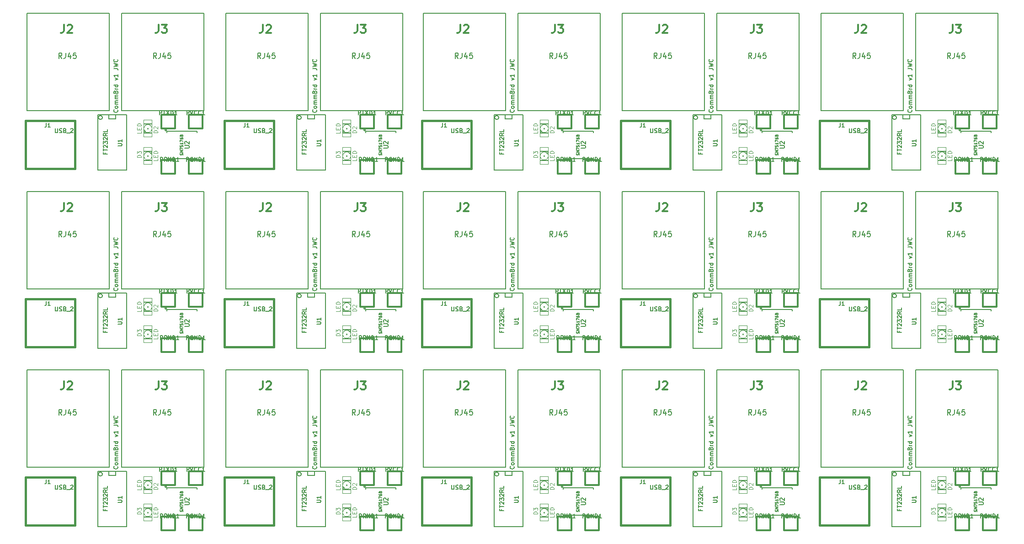
<source format=gto>
G04 (created by PCBNEW-RS274X (2011-07-08)-stable) date Sun 14 Aug 2011 04:05:59 PM EDT*
G01*
G70*
G90*
%MOIN*%
G04 Gerber Fmt 3.4, Leading zero omitted, Abs format*
%FSLAX34Y34*%
G04 APERTURE LIST*
%ADD10C,0.006000*%
%ADD11C,0.007500*%
%ADD12C,0.012500*%
%ADD13C,0.012000*%
%ADD14C,0.002600*%
%ADD15C,0.004000*%
%ADD16C,0.015000*%
%ADD17C,0.005000*%
%ADD18C,0.007000*%
%ADD19C,0.003500*%
%ADD20C,0.008000*%
G04 APERTURE END LIST*
G54D10*
G54D11*
X81193Y-51643D02*
X81207Y-51657D01*
X81221Y-51700D01*
X81221Y-51729D01*
X81207Y-51772D01*
X81179Y-51800D01*
X81150Y-51815D01*
X81093Y-51829D01*
X81050Y-51829D01*
X80993Y-51815D01*
X80964Y-51800D01*
X80936Y-51772D01*
X80921Y-51729D01*
X80921Y-51700D01*
X80936Y-51657D01*
X80950Y-51643D01*
X81221Y-51472D02*
X81207Y-51500D01*
X81193Y-51515D01*
X81164Y-51529D01*
X81079Y-51529D01*
X81050Y-51515D01*
X81036Y-51500D01*
X81021Y-51472D01*
X81021Y-51429D01*
X81036Y-51400D01*
X81050Y-51386D01*
X81079Y-51372D01*
X81164Y-51372D01*
X81193Y-51386D01*
X81207Y-51400D01*
X81221Y-51429D01*
X81221Y-51472D01*
X81221Y-51244D02*
X81021Y-51244D01*
X81050Y-51244D02*
X81036Y-51229D01*
X81021Y-51201D01*
X81021Y-51158D01*
X81036Y-51129D01*
X81064Y-51115D01*
X81221Y-51115D01*
X81064Y-51115D02*
X81036Y-51101D01*
X81021Y-51072D01*
X81021Y-51029D01*
X81036Y-51001D01*
X81064Y-50986D01*
X81221Y-50986D01*
X81221Y-50844D02*
X81021Y-50844D01*
X81050Y-50844D02*
X81036Y-50829D01*
X81021Y-50801D01*
X81021Y-50758D01*
X81036Y-50729D01*
X81064Y-50715D01*
X81221Y-50715D01*
X81064Y-50715D02*
X81036Y-50701D01*
X81021Y-50672D01*
X81021Y-50629D01*
X81036Y-50601D01*
X81064Y-50586D01*
X81221Y-50586D01*
X81064Y-50344D02*
X81079Y-50301D01*
X81093Y-50286D01*
X81121Y-50272D01*
X81164Y-50272D01*
X81193Y-50286D01*
X81207Y-50301D01*
X81221Y-50329D01*
X81221Y-50444D01*
X80921Y-50444D01*
X80921Y-50344D01*
X80936Y-50315D01*
X80950Y-50301D01*
X80979Y-50286D01*
X81007Y-50286D01*
X81036Y-50301D01*
X81050Y-50315D01*
X81064Y-50344D01*
X81064Y-50444D01*
X81221Y-50144D02*
X81021Y-50144D01*
X81079Y-50144D02*
X81050Y-50129D01*
X81036Y-50115D01*
X81021Y-50086D01*
X81021Y-50058D01*
X81221Y-49829D02*
X80921Y-49829D01*
X81207Y-49829D02*
X81221Y-49858D01*
X81221Y-49915D01*
X81207Y-49943D01*
X81193Y-49958D01*
X81164Y-49972D01*
X81079Y-49972D01*
X81050Y-49958D01*
X81036Y-49943D01*
X81021Y-49915D01*
X81021Y-49858D01*
X81036Y-49829D01*
X81021Y-49486D02*
X81221Y-49415D01*
X81021Y-49343D01*
X81221Y-49071D02*
X81221Y-49243D01*
X81221Y-49157D02*
X80921Y-49157D01*
X80964Y-49186D01*
X80993Y-49214D01*
X81007Y-49243D01*
X80921Y-48628D02*
X81136Y-48628D01*
X81179Y-48642D01*
X81207Y-48671D01*
X81221Y-48714D01*
X81221Y-48742D01*
X80921Y-48513D02*
X81221Y-48442D01*
X81007Y-48385D01*
X81221Y-48327D01*
X80921Y-48256D01*
X81193Y-47970D02*
X81207Y-47984D01*
X81221Y-48027D01*
X81221Y-48056D01*
X81207Y-48099D01*
X81179Y-48127D01*
X81150Y-48142D01*
X81093Y-48156D01*
X81050Y-48156D01*
X80993Y-48142D01*
X80964Y-48127D01*
X80936Y-48099D01*
X80921Y-48056D01*
X80921Y-48027D01*
X80936Y-47984D01*
X80950Y-47970D01*
X52193Y-51643D02*
X52207Y-51657D01*
X52221Y-51700D01*
X52221Y-51729D01*
X52207Y-51772D01*
X52179Y-51800D01*
X52150Y-51815D01*
X52093Y-51829D01*
X52050Y-51829D01*
X51993Y-51815D01*
X51964Y-51800D01*
X51936Y-51772D01*
X51921Y-51729D01*
X51921Y-51700D01*
X51936Y-51657D01*
X51950Y-51643D01*
X52221Y-51472D02*
X52207Y-51500D01*
X52193Y-51515D01*
X52164Y-51529D01*
X52079Y-51529D01*
X52050Y-51515D01*
X52036Y-51500D01*
X52021Y-51472D01*
X52021Y-51429D01*
X52036Y-51400D01*
X52050Y-51386D01*
X52079Y-51372D01*
X52164Y-51372D01*
X52193Y-51386D01*
X52207Y-51400D01*
X52221Y-51429D01*
X52221Y-51472D01*
X52221Y-51244D02*
X52021Y-51244D01*
X52050Y-51244D02*
X52036Y-51229D01*
X52021Y-51201D01*
X52021Y-51158D01*
X52036Y-51129D01*
X52064Y-51115D01*
X52221Y-51115D01*
X52064Y-51115D02*
X52036Y-51101D01*
X52021Y-51072D01*
X52021Y-51029D01*
X52036Y-51001D01*
X52064Y-50986D01*
X52221Y-50986D01*
X52221Y-50844D02*
X52021Y-50844D01*
X52050Y-50844D02*
X52036Y-50829D01*
X52021Y-50801D01*
X52021Y-50758D01*
X52036Y-50729D01*
X52064Y-50715D01*
X52221Y-50715D01*
X52064Y-50715D02*
X52036Y-50701D01*
X52021Y-50672D01*
X52021Y-50629D01*
X52036Y-50601D01*
X52064Y-50586D01*
X52221Y-50586D01*
X52064Y-50344D02*
X52079Y-50301D01*
X52093Y-50286D01*
X52121Y-50272D01*
X52164Y-50272D01*
X52193Y-50286D01*
X52207Y-50301D01*
X52221Y-50329D01*
X52221Y-50444D01*
X51921Y-50444D01*
X51921Y-50344D01*
X51936Y-50315D01*
X51950Y-50301D01*
X51979Y-50286D01*
X52007Y-50286D01*
X52036Y-50301D01*
X52050Y-50315D01*
X52064Y-50344D01*
X52064Y-50444D01*
X52221Y-50144D02*
X52021Y-50144D01*
X52079Y-50144D02*
X52050Y-50129D01*
X52036Y-50115D01*
X52021Y-50086D01*
X52021Y-50058D01*
X52221Y-49829D02*
X51921Y-49829D01*
X52207Y-49829D02*
X52221Y-49858D01*
X52221Y-49915D01*
X52207Y-49943D01*
X52193Y-49958D01*
X52164Y-49972D01*
X52079Y-49972D01*
X52050Y-49958D01*
X52036Y-49943D01*
X52021Y-49915D01*
X52021Y-49858D01*
X52036Y-49829D01*
X52021Y-49486D02*
X52221Y-49415D01*
X52021Y-49343D01*
X52221Y-49071D02*
X52221Y-49243D01*
X52221Y-49157D02*
X51921Y-49157D01*
X51964Y-49186D01*
X51993Y-49214D01*
X52007Y-49243D01*
X51921Y-48628D02*
X52136Y-48628D01*
X52179Y-48642D01*
X52207Y-48671D01*
X52221Y-48714D01*
X52221Y-48742D01*
X51921Y-48513D02*
X52221Y-48442D01*
X52007Y-48385D01*
X52221Y-48327D01*
X51921Y-48256D01*
X52193Y-47970D02*
X52207Y-47984D01*
X52221Y-48027D01*
X52221Y-48056D01*
X52207Y-48099D01*
X52179Y-48127D01*
X52150Y-48142D01*
X52093Y-48156D01*
X52050Y-48156D01*
X51993Y-48142D01*
X51964Y-48127D01*
X51936Y-48099D01*
X51921Y-48056D01*
X51921Y-48027D01*
X51936Y-47984D01*
X51950Y-47970D01*
X66693Y-51643D02*
X66707Y-51657D01*
X66721Y-51700D01*
X66721Y-51729D01*
X66707Y-51772D01*
X66679Y-51800D01*
X66650Y-51815D01*
X66593Y-51829D01*
X66550Y-51829D01*
X66493Y-51815D01*
X66464Y-51800D01*
X66436Y-51772D01*
X66421Y-51729D01*
X66421Y-51700D01*
X66436Y-51657D01*
X66450Y-51643D01*
X66721Y-51472D02*
X66707Y-51500D01*
X66693Y-51515D01*
X66664Y-51529D01*
X66579Y-51529D01*
X66550Y-51515D01*
X66536Y-51500D01*
X66521Y-51472D01*
X66521Y-51429D01*
X66536Y-51400D01*
X66550Y-51386D01*
X66579Y-51372D01*
X66664Y-51372D01*
X66693Y-51386D01*
X66707Y-51400D01*
X66721Y-51429D01*
X66721Y-51472D01*
X66721Y-51244D02*
X66521Y-51244D01*
X66550Y-51244D02*
X66536Y-51229D01*
X66521Y-51201D01*
X66521Y-51158D01*
X66536Y-51129D01*
X66564Y-51115D01*
X66721Y-51115D01*
X66564Y-51115D02*
X66536Y-51101D01*
X66521Y-51072D01*
X66521Y-51029D01*
X66536Y-51001D01*
X66564Y-50986D01*
X66721Y-50986D01*
X66721Y-50844D02*
X66521Y-50844D01*
X66550Y-50844D02*
X66536Y-50829D01*
X66521Y-50801D01*
X66521Y-50758D01*
X66536Y-50729D01*
X66564Y-50715D01*
X66721Y-50715D01*
X66564Y-50715D02*
X66536Y-50701D01*
X66521Y-50672D01*
X66521Y-50629D01*
X66536Y-50601D01*
X66564Y-50586D01*
X66721Y-50586D01*
X66564Y-50344D02*
X66579Y-50301D01*
X66593Y-50286D01*
X66621Y-50272D01*
X66664Y-50272D01*
X66693Y-50286D01*
X66707Y-50301D01*
X66721Y-50329D01*
X66721Y-50444D01*
X66421Y-50444D01*
X66421Y-50344D01*
X66436Y-50315D01*
X66450Y-50301D01*
X66479Y-50286D01*
X66507Y-50286D01*
X66536Y-50301D01*
X66550Y-50315D01*
X66564Y-50344D01*
X66564Y-50444D01*
X66721Y-50144D02*
X66521Y-50144D01*
X66579Y-50144D02*
X66550Y-50129D01*
X66536Y-50115D01*
X66521Y-50086D01*
X66521Y-50058D01*
X66721Y-49829D02*
X66421Y-49829D01*
X66707Y-49829D02*
X66721Y-49858D01*
X66721Y-49915D01*
X66707Y-49943D01*
X66693Y-49958D01*
X66664Y-49972D01*
X66579Y-49972D01*
X66550Y-49958D01*
X66536Y-49943D01*
X66521Y-49915D01*
X66521Y-49858D01*
X66536Y-49829D01*
X66521Y-49486D02*
X66721Y-49415D01*
X66521Y-49343D01*
X66721Y-49071D02*
X66721Y-49243D01*
X66721Y-49157D02*
X66421Y-49157D01*
X66464Y-49186D01*
X66493Y-49214D01*
X66507Y-49243D01*
X66421Y-48628D02*
X66636Y-48628D01*
X66679Y-48642D01*
X66707Y-48671D01*
X66721Y-48714D01*
X66721Y-48742D01*
X66421Y-48513D02*
X66721Y-48442D01*
X66507Y-48385D01*
X66721Y-48327D01*
X66421Y-48256D01*
X66693Y-47970D02*
X66707Y-47984D01*
X66721Y-48027D01*
X66721Y-48056D01*
X66707Y-48099D01*
X66679Y-48127D01*
X66650Y-48142D01*
X66593Y-48156D01*
X66550Y-48156D01*
X66493Y-48142D01*
X66464Y-48127D01*
X66436Y-48099D01*
X66421Y-48056D01*
X66421Y-48027D01*
X66436Y-47984D01*
X66450Y-47970D01*
X37793Y-51643D02*
X37807Y-51657D01*
X37821Y-51700D01*
X37821Y-51729D01*
X37807Y-51772D01*
X37779Y-51800D01*
X37750Y-51815D01*
X37693Y-51829D01*
X37650Y-51829D01*
X37593Y-51815D01*
X37564Y-51800D01*
X37536Y-51772D01*
X37521Y-51729D01*
X37521Y-51700D01*
X37536Y-51657D01*
X37550Y-51643D01*
X37821Y-51472D02*
X37807Y-51500D01*
X37793Y-51515D01*
X37764Y-51529D01*
X37679Y-51529D01*
X37650Y-51515D01*
X37636Y-51500D01*
X37621Y-51472D01*
X37621Y-51429D01*
X37636Y-51400D01*
X37650Y-51386D01*
X37679Y-51372D01*
X37764Y-51372D01*
X37793Y-51386D01*
X37807Y-51400D01*
X37821Y-51429D01*
X37821Y-51472D01*
X37821Y-51244D02*
X37621Y-51244D01*
X37650Y-51244D02*
X37636Y-51229D01*
X37621Y-51201D01*
X37621Y-51158D01*
X37636Y-51129D01*
X37664Y-51115D01*
X37821Y-51115D01*
X37664Y-51115D02*
X37636Y-51101D01*
X37621Y-51072D01*
X37621Y-51029D01*
X37636Y-51001D01*
X37664Y-50986D01*
X37821Y-50986D01*
X37821Y-50844D02*
X37621Y-50844D01*
X37650Y-50844D02*
X37636Y-50829D01*
X37621Y-50801D01*
X37621Y-50758D01*
X37636Y-50729D01*
X37664Y-50715D01*
X37821Y-50715D01*
X37664Y-50715D02*
X37636Y-50701D01*
X37621Y-50672D01*
X37621Y-50629D01*
X37636Y-50601D01*
X37664Y-50586D01*
X37821Y-50586D01*
X37664Y-50344D02*
X37679Y-50301D01*
X37693Y-50286D01*
X37721Y-50272D01*
X37764Y-50272D01*
X37793Y-50286D01*
X37807Y-50301D01*
X37821Y-50329D01*
X37821Y-50444D01*
X37521Y-50444D01*
X37521Y-50344D01*
X37536Y-50315D01*
X37550Y-50301D01*
X37579Y-50286D01*
X37607Y-50286D01*
X37636Y-50301D01*
X37650Y-50315D01*
X37664Y-50344D01*
X37664Y-50444D01*
X37821Y-50144D02*
X37621Y-50144D01*
X37679Y-50144D02*
X37650Y-50129D01*
X37636Y-50115D01*
X37621Y-50086D01*
X37621Y-50058D01*
X37821Y-49829D02*
X37521Y-49829D01*
X37807Y-49829D02*
X37821Y-49858D01*
X37821Y-49915D01*
X37807Y-49943D01*
X37793Y-49958D01*
X37764Y-49972D01*
X37679Y-49972D01*
X37650Y-49958D01*
X37636Y-49943D01*
X37621Y-49915D01*
X37621Y-49858D01*
X37636Y-49829D01*
X37621Y-49486D02*
X37821Y-49415D01*
X37621Y-49343D01*
X37821Y-49071D02*
X37821Y-49243D01*
X37821Y-49157D02*
X37521Y-49157D01*
X37564Y-49186D01*
X37593Y-49214D01*
X37607Y-49243D01*
X37521Y-48628D02*
X37736Y-48628D01*
X37779Y-48642D01*
X37807Y-48671D01*
X37821Y-48714D01*
X37821Y-48742D01*
X37521Y-48513D02*
X37821Y-48442D01*
X37607Y-48385D01*
X37821Y-48327D01*
X37521Y-48256D01*
X37793Y-47970D02*
X37807Y-47984D01*
X37821Y-48027D01*
X37821Y-48056D01*
X37807Y-48099D01*
X37779Y-48127D01*
X37750Y-48142D01*
X37693Y-48156D01*
X37650Y-48156D01*
X37593Y-48142D01*
X37564Y-48127D01*
X37536Y-48099D01*
X37521Y-48056D01*
X37521Y-48027D01*
X37536Y-47984D01*
X37550Y-47970D01*
X23293Y-51643D02*
X23307Y-51657D01*
X23321Y-51700D01*
X23321Y-51729D01*
X23307Y-51772D01*
X23279Y-51800D01*
X23250Y-51815D01*
X23193Y-51829D01*
X23150Y-51829D01*
X23093Y-51815D01*
X23064Y-51800D01*
X23036Y-51772D01*
X23021Y-51729D01*
X23021Y-51700D01*
X23036Y-51657D01*
X23050Y-51643D01*
X23321Y-51472D02*
X23307Y-51500D01*
X23293Y-51515D01*
X23264Y-51529D01*
X23179Y-51529D01*
X23150Y-51515D01*
X23136Y-51500D01*
X23121Y-51472D01*
X23121Y-51429D01*
X23136Y-51400D01*
X23150Y-51386D01*
X23179Y-51372D01*
X23264Y-51372D01*
X23293Y-51386D01*
X23307Y-51400D01*
X23321Y-51429D01*
X23321Y-51472D01*
X23321Y-51244D02*
X23121Y-51244D01*
X23150Y-51244D02*
X23136Y-51229D01*
X23121Y-51201D01*
X23121Y-51158D01*
X23136Y-51129D01*
X23164Y-51115D01*
X23321Y-51115D01*
X23164Y-51115D02*
X23136Y-51101D01*
X23121Y-51072D01*
X23121Y-51029D01*
X23136Y-51001D01*
X23164Y-50986D01*
X23321Y-50986D01*
X23321Y-50844D02*
X23121Y-50844D01*
X23150Y-50844D02*
X23136Y-50829D01*
X23121Y-50801D01*
X23121Y-50758D01*
X23136Y-50729D01*
X23164Y-50715D01*
X23321Y-50715D01*
X23164Y-50715D02*
X23136Y-50701D01*
X23121Y-50672D01*
X23121Y-50629D01*
X23136Y-50601D01*
X23164Y-50586D01*
X23321Y-50586D01*
X23164Y-50344D02*
X23179Y-50301D01*
X23193Y-50286D01*
X23221Y-50272D01*
X23264Y-50272D01*
X23293Y-50286D01*
X23307Y-50301D01*
X23321Y-50329D01*
X23321Y-50444D01*
X23021Y-50444D01*
X23021Y-50344D01*
X23036Y-50315D01*
X23050Y-50301D01*
X23079Y-50286D01*
X23107Y-50286D01*
X23136Y-50301D01*
X23150Y-50315D01*
X23164Y-50344D01*
X23164Y-50444D01*
X23321Y-50144D02*
X23121Y-50144D01*
X23179Y-50144D02*
X23150Y-50129D01*
X23136Y-50115D01*
X23121Y-50086D01*
X23121Y-50058D01*
X23321Y-49829D02*
X23021Y-49829D01*
X23307Y-49829D02*
X23321Y-49858D01*
X23321Y-49915D01*
X23307Y-49943D01*
X23293Y-49958D01*
X23264Y-49972D01*
X23179Y-49972D01*
X23150Y-49958D01*
X23136Y-49943D01*
X23121Y-49915D01*
X23121Y-49858D01*
X23136Y-49829D01*
X23121Y-49486D02*
X23321Y-49415D01*
X23121Y-49343D01*
X23321Y-49071D02*
X23321Y-49243D01*
X23321Y-49157D02*
X23021Y-49157D01*
X23064Y-49186D01*
X23093Y-49214D01*
X23107Y-49243D01*
X23021Y-48628D02*
X23236Y-48628D01*
X23279Y-48642D01*
X23307Y-48671D01*
X23321Y-48714D01*
X23321Y-48742D01*
X23021Y-48513D02*
X23321Y-48442D01*
X23107Y-48385D01*
X23321Y-48327D01*
X23021Y-48256D01*
X23293Y-47970D02*
X23307Y-47984D01*
X23321Y-48027D01*
X23321Y-48056D01*
X23307Y-48099D01*
X23279Y-48127D01*
X23250Y-48142D01*
X23193Y-48156D01*
X23150Y-48156D01*
X23093Y-48142D01*
X23064Y-48127D01*
X23036Y-48099D01*
X23021Y-48056D01*
X23021Y-48027D01*
X23036Y-47984D01*
X23050Y-47970D01*
X23293Y-38643D02*
X23307Y-38657D01*
X23321Y-38700D01*
X23321Y-38729D01*
X23307Y-38772D01*
X23279Y-38800D01*
X23250Y-38815D01*
X23193Y-38829D01*
X23150Y-38829D01*
X23093Y-38815D01*
X23064Y-38800D01*
X23036Y-38772D01*
X23021Y-38729D01*
X23021Y-38700D01*
X23036Y-38657D01*
X23050Y-38643D01*
X23321Y-38472D02*
X23307Y-38500D01*
X23293Y-38515D01*
X23264Y-38529D01*
X23179Y-38529D01*
X23150Y-38515D01*
X23136Y-38500D01*
X23121Y-38472D01*
X23121Y-38429D01*
X23136Y-38400D01*
X23150Y-38386D01*
X23179Y-38372D01*
X23264Y-38372D01*
X23293Y-38386D01*
X23307Y-38400D01*
X23321Y-38429D01*
X23321Y-38472D01*
X23321Y-38244D02*
X23121Y-38244D01*
X23150Y-38244D02*
X23136Y-38229D01*
X23121Y-38201D01*
X23121Y-38158D01*
X23136Y-38129D01*
X23164Y-38115D01*
X23321Y-38115D01*
X23164Y-38115D02*
X23136Y-38101D01*
X23121Y-38072D01*
X23121Y-38029D01*
X23136Y-38001D01*
X23164Y-37986D01*
X23321Y-37986D01*
X23321Y-37844D02*
X23121Y-37844D01*
X23150Y-37844D02*
X23136Y-37829D01*
X23121Y-37801D01*
X23121Y-37758D01*
X23136Y-37729D01*
X23164Y-37715D01*
X23321Y-37715D01*
X23164Y-37715D02*
X23136Y-37701D01*
X23121Y-37672D01*
X23121Y-37629D01*
X23136Y-37601D01*
X23164Y-37586D01*
X23321Y-37586D01*
X23164Y-37344D02*
X23179Y-37301D01*
X23193Y-37286D01*
X23221Y-37272D01*
X23264Y-37272D01*
X23293Y-37286D01*
X23307Y-37301D01*
X23321Y-37329D01*
X23321Y-37444D01*
X23021Y-37444D01*
X23021Y-37344D01*
X23036Y-37315D01*
X23050Y-37301D01*
X23079Y-37286D01*
X23107Y-37286D01*
X23136Y-37301D01*
X23150Y-37315D01*
X23164Y-37344D01*
X23164Y-37444D01*
X23321Y-37144D02*
X23121Y-37144D01*
X23179Y-37144D02*
X23150Y-37129D01*
X23136Y-37115D01*
X23121Y-37086D01*
X23121Y-37058D01*
X23321Y-36829D02*
X23021Y-36829D01*
X23307Y-36829D02*
X23321Y-36858D01*
X23321Y-36915D01*
X23307Y-36943D01*
X23293Y-36958D01*
X23264Y-36972D01*
X23179Y-36972D01*
X23150Y-36958D01*
X23136Y-36943D01*
X23121Y-36915D01*
X23121Y-36858D01*
X23136Y-36829D01*
X23121Y-36486D02*
X23321Y-36415D01*
X23121Y-36343D01*
X23321Y-36071D02*
X23321Y-36243D01*
X23321Y-36157D02*
X23021Y-36157D01*
X23064Y-36186D01*
X23093Y-36214D01*
X23107Y-36243D01*
X23021Y-35628D02*
X23236Y-35628D01*
X23279Y-35642D01*
X23307Y-35671D01*
X23321Y-35714D01*
X23321Y-35742D01*
X23021Y-35513D02*
X23321Y-35442D01*
X23107Y-35385D01*
X23321Y-35327D01*
X23021Y-35256D01*
X23293Y-34970D02*
X23307Y-34984D01*
X23321Y-35027D01*
X23321Y-35056D01*
X23307Y-35099D01*
X23279Y-35127D01*
X23250Y-35142D01*
X23193Y-35156D01*
X23150Y-35156D01*
X23093Y-35142D01*
X23064Y-35127D01*
X23036Y-35099D01*
X23021Y-35056D01*
X23021Y-35027D01*
X23036Y-34984D01*
X23050Y-34970D01*
X37793Y-38643D02*
X37807Y-38657D01*
X37821Y-38700D01*
X37821Y-38729D01*
X37807Y-38772D01*
X37779Y-38800D01*
X37750Y-38815D01*
X37693Y-38829D01*
X37650Y-38829D01*
X37593Y-38815D01*
X37564Y-38800D01*
X37536Y-38772D01*
X37521Y-38729D01*
X37521Y-38700D01*
X37536Y-38657D01*
X37550Y-38643D01*
X37821Y-38472D02*
X37807Y-38500D01*
X37793Y-38515D01*
X37764Y-38529D01*
X37679Y-38529D01*
X37650Y-38515D01*
X37636Y-38500D01*
X37621Y-38472D01*
X37621Y-38429D01*
X37636Y-38400D01*
X37650Y-38386D01*
X37679Y-38372D01*
X37764Y-38372D01*
X37793Y-38386D01*
X37807Y-38400D01*
X37821Y-38429D01*
X37821Y-38472D01*
X37821Y-38244D02*
X37621Y-38244D01*
X37650Y-38244D02*
X37636Y-38229D01*
X37621Y-38201D01*
X37621Y-38158D01*
X37636Y-38129D01*
X37664Y-38115D01*
X37821Y-38115D01*
X37664Y-38115D02*
X37636Y-38101D01*
X37621Y-38072D01*
X37621Y-38029D01*
X37636Y-38001D01*
X37664Y-37986D01*
X37821Y-37986D01*
X37821Y-37844D02*
X37621Y-37844D01*
X37650Y-37844D02*
X37636Y-37829D01*
X37621Y-37801D01*
X37621Y-37758D01*
X37636Y-37729D01*
X37664Y-37715D01*
X37821Y-37715D01*
X37664Y-37715D02*
X37636Y-37701D01*
X37621Y-37672D01*
X37621Y-37629D01*
X37636Y-37601D01*
X37664Y-37586D01*
X37821Y-37586D01*
X37664Y-37344D02*
X37679Y-37301D01*
X37693Y-37286D01*
X37721Y-37272D01*
X37764Y-37272D01*
X37793Y-37286D01*
X37807Y-37301D01*
X37821Y-37329D01*
X37821Y-37444D01*
X37521Y-37444D01*
X37521Y-37344D01*
X37536Y-37315D01*
X37550Y-37301D01*
X37579Y-37286D01*
X37607Y-37286D01*
X37636Y-37301D01*
X37650Y-37315D01*
X37664Y-37344D01*
X37664Y-37444D01*
X37821Y-37144D02*
X37621Y-37144D01*
X37679Y-37144D02*
X37650Y-37129D01*
X37636Y-37115D01*
X37621Y-37086D01*
X37621Y-37058D01*
X37821Y-36829D02*
X37521Y-36829D01*
X37807Y-36829D02*
X37821Y-36858D01*
X37821Y-36915D01*
X37807Y-36943D01*
X37793Y-36958D01*
X37764Y-36972D01*
X37679Y-36972D01*
X37650Y-36958D01*
X37636Y-36943D01*
X37621Y-36915D01*
X37621Y-36858D01*
X37636Y-36829D01*
X37621Y-36486D02*
X37821Y-36415D01*
X37621Y-36343D01*
X37821Y-36071D02*
X37821Y-36243D01*
X37821Y-36157D02*
X37521Y-36157D01*
X37564Y-36186D01*
X37593Y-36214D01*
X37607Y-36243D01*
X37521Y-35628D02*
X37736Y-35628D01*
X37779Y-35642D01*
X37807Y-35671D01*
X37821Y-35714D01*
X37821Y-35742D01*
X37521Y-35513D02*
X37821Y-35442D01*
X37607Y-35385D01*
X37821Y-35327D01*
X37521Y-35256D01*
X37793Y-34970D02*
X37807Y-34984D01*
X37821Y-35027D01*
X37821Y-35056D01*
X37807Y-35099D01*
X37779Y-35127D01*
X37750Y-35142D01*
X37693Y-35156D01*
X37650Y-35156D01*
X37593Y-35142D01*
X37564Y-35127D01*
X37536Y-35099D01*
X37521Y-35056D01*
X37521Y-35027D01*
X37536Y-34984D01*
X37550Y-34970D01*
X66693Y-38643D02*
X66707Y-38657D01*
X66721Y-38700D01*
X66721Y-38729D01*
X66707Y-38772D01*
X66679Y-38800D01*
X66650Y-38815D01*
X66593Y-38829D01*
X66550Y-38829D01*
X66493Y-38815D01*
X66464Y-38800D01*
X66436Y-38772D01*
X66421Y-38729D01*
X66421Y-38700D01*
X66436Y-38657D01*
X66450Y-38643D01*
X66721Y-38472D02*
X66707Y-38500D01*
X66693Y-38515D01*
X66664Y-38529D01*
X66579Y-38529D01*
X66550Y-38515D01*
X66536Y-38500D01*
X66521Y-38472D01*
X66521Y-38429D01*
X66536Y-38400D01*
X66550Y-38386D01*
X66579Y-38372D01*
X66664Y-38372D01*
X66693Y-38386D01*
X66707Y-38400D01*
X66721Y-38429D01*
X66721Y-38472D01*
X66721Y-38244D02*
X66521Y-38244D01*
X66550Y-38244D02*
X66536Y-38229D01*
X66521Y-38201D01*
X66521Y-38158D01*
X66536Y-38129D01*
X66564Y-38115D01*
X66721Y-38115D01*
X66564Y-38115D02*
X66536Y-38101D01*
X66521Y-38072D01*
X66521Y-38029D01*
X66536Y-38001D01*
X66564Y-37986D01*
X66721Y-37986D01*
X66721Y-37844D02*
X66521Y-37844D01*
X66550Y-37844D02*
X66536Y-37829D01*
X66521Y-37801D01*
X66521Y-37758D01*
X66536Y-37729D01*
X66564Y-37715D01*
X66721Y-37715D01*
X66564Y-37715D02*
X66536Y-37701D01*
X66521Y-37672D01*
X66521Y-37629D01*
X66536Y-37601D01*
X66564Y-37586D01*
X66721Y-37586D01*
X66564Y-37344D02*
X66579Y-37301D01*
X66593Y-37286D01*
X66621Y-37272D01*
X66664Y-37272D01*
X66693Y-37286D01*
X66707Y-37301D01*
X66721Y-37329D01*
X66721Y-37444D01*
X66421Y-37444D01*
X66421Y-37344D01*
X66436Y-37315D01*
X66450Y-37301D01*
X66479Y-37286D01*
X66507Y-37286D01*
X66536Y-37301D01*
X66550Y-37315D01*
X66564Y-37344D01*
X66564Y-37444D01*
X66721Y-37144D02*
X66521Y-37144D01*
X66579Y-37144D02*
X66550Y-37129D01*
X66536Y-37115D01*
X66521Y-37086D01*
X66521Y-37058D01*
X66721Y-36829D02*
X66421Y-36829D01*
X66707Y-36829D02*
X66721Y-36858D01*
X66721Y-36915D01*
X66707Y-36943D01*
X66693Y-36958D01*
X66664Y-36972D01*
X66579Y-36972D01*
X66550Y-36958D01*
X66536Y-36943D01*
X66521Y-36915D01*
X66521Y-36858D01*
X66536Y-36829D01*
X66521Y-36486D02*
X66721Y-36415D01*
X66521Y-36343D01*
X66721Y-36071D02*
X66721Y-36243D01*
X66721Y-36157D02*
X66421Y-36157D01*
X66464Y-36186D01*
X66493Y-36214D01*
X66507Y-36243D01*
X66421Y-35628D02*
X66636Y-35628D01*
X66679Y-35642D01*
X66707Y-35671D01*
X66721Y-35714D01*
X66721Y-35742D01*
X66421Y-35513D02*
X66721Y-35442D01*
X66507Y-35385D01*
X66721Y-35327D01*
X66421Y-35256D01*
X66693Y-34970D02*
X66707Y-34984D01*
X66721Y-35027D01*
X66721Y-35056D01*
X66707Y-35099D01*
X66679Y-35127D01*
X66650Y-35142D01*
X66593Y-35156D01*
X66550Y-35156D01*
X66493Y-35142D01*
X66464Y-35127D01*
X66436Y-35099D01*
X66421Y-35056D01*
X66421Y-35027D01*
X66436Y-34984D01*
X66450Y-34970D01*
X52193Y-38643D02*
X52207Y-38657D01*
X52221Y-38700D01*
X52221Y-38729D01*
X52207Y-38772D01*
X52179Y-38800D01*
X52150Y-38815D01*
X52093Y-38829D01*
X52050Y-38829D01*
X51993Y-38815D01*
X51964Y-38800D01*
X51936Y-38772D01*
X51921Y-38729D01*
X51921Y-38700D01*
X51936Y-38657D01*
X51950Y-38643D01*
X52221Y-38472D02*
X52207Y-38500D01*
X52193Y-38515D01*
X52164Y-38529D01*
X52079Y-38529D01*
X52050Y-38515D01*
X52036Y-38500D01*
X52021Y-38472D01*
X52021Y-38429D01*
X52036Y-38400D01*
X52050Y-38386D01*
X52079Y-38372D01*
X52164Y-38372D01*
X52193Y-38386D01*
X52207Y-38400D01*
X52221Y-38429D01*
X52221Y-38472D01*
X52221Y-38244D02*
X52021Y-38244D01*
X52050Y-38244D02*
X52036Y-38229D01*
X52021Y-38201D01*
X52021Y-38158D01*
X52036Y-38129D01*
X52064Y-38115D01*
X52221Y-38115D01*
X52064Y-38115D02*
X52036Y-38101D01*
X52021Y-38072D01*
X52021Y-38029D01*
X52036Y-38001D01*
X52064Y-37986D01*
X52221Y-37986D01*
X52221Y-37844D02*
X52021Y-37844D01*
X52050Y-37844D02*
X52036Y-37829D01*
X52021Y-37801D01*
X52021Y-37758D01*
X52036Y-37729D01*
X52064Y-37715D01*
X52221Y-37715D01*
X52064Y-37715D02*
X52036Y-37701D01*
X52021Y-37672D01*
X52021Y-37629D01*
X52036Y-37601D01*
X52064Y-37586D01*
X52221Y-37586D01*
X52064Y-37344D02*
X52079Y-37301D01*
X52093Y-37286D01*
X52121Y-37272D01*
X52164Y-37272D01*
X52193Y-37286D01*
X52207Y-37301D01*
X52221Y-37329D01*
X52221Y-37444D01*
X51921Y-37444D01*
X51921Y-37344D01*
X51936Y-37315D01*
X51950Y-37301D01*
X51979Y-37286D01*
X52007Y-37286D01*
X52036Y-37301D01*
X52050Y-37315D01*
X52064Y-37344D01*
X52064Y-37444D01*
X52221Y-37144D02*
X52021Y-37144D01*
X52079Y-37144D02*
X52050Y-37129D01*
X52036Y-37115D01*
X52021Y-37086D01*
X52021Y-37058D01*
X52221Y-36829D02*
X51921Y-36829D01*
X52207Y-36829D02*
X52221Y-36858D01*
X52221Y-36915D01*
X52207Y-36943D01*
X52193Y-36958D01*
X52164Y-36972D01*
X52079Y-36972D01*
X52050Y-36958D01*
X52036Y-36943D01*
X52021Y-36915D01*
X52021Y-36858D01*
X52036Y-36829D01*
X52021Y-36486D02*
X52221Y-36415D01*
X52021Y-36343D01*
X52221Y-36071D02*
X52221Y-36243D01*
X52221Y-36157D02*
X51921Y-36157D01*
X51964Y-36186D01*
X51993Y-36214D01*
X52007Y-36243D01*
X51921Y-35628D02*
X52136Y-35628D01*
X52179Y-35642D01*
X52207Y-35671D01*
X52221Y-35714D01*
X52221Y-35742D01*
X51921Y-35513D02*
X52221Y-35442D01*
X52007Y-35385D01*
X52221Y-35327D01*
X51921Y-35256D01*
X52193Y-34970D02*
X52207Y-34984D01*
X52221Y-35027D01*
X52221Y-35056D01*
X52207Y-35099D01*
X52179Y-35127D01*
X52150Y-35142D01*
X52093Y-35156D01*
X52050Y-35156D01*
X51993Y-35142D01*
X51964Y-35127D01*
X51936Y-35099D01*
X51921Y-35056D01*
X51921Y-35027D01*
X51936Y-34984D01*
X51950Y-34970D01*
X81193Y-38643D02*
X81207Y-38657D01*
X81221Y-38700D01*
X81221Y-38729D01*
X81207Y-38772D01*
X81179Y-38800D01*
X81150Y-38815D01*
X81093Y-38829D01*
X81050Y-38829D01*
X80993Y-38815D01*
X80964Y-38800D01*
X80936Y-38772D01*
X80921Y-38729D01*
X80921Y-38700D01*
X80936Y-38657D01*
X80950Y-38643D01*
X81221Y-38472D02*
X81207Y-38500D01*
X81193Y-38515D01*
X81164Y-38529D01*
X81079Y-38529D01*
X81050Y-38515D01*
X81036Y-38500D01*
X81021Y-38472D01*
X81021Y-38429D01*
X81036Y-38400D01*
X81050Y-38386D01*
X81079Y-38372D01*
X81164Y-38372D01*
X81193Y-38386D01*
X81207Y-38400D01*
X81221Y-38429D01*
X81221Y-38472D01*
X81221Y-38244D02*
X81021Y-38244D01*
X81050Y-38244D02*
X81036Y-38229D01*
X81021Y-38201D01*
X81021Y-38158D01*
X81036Y-38129D01*
X81064Y-38115D01*
X81221Y-38115D01*
X81064Y-38115D02*
X81036Y-38101D01*
X81021Y-38072D01*
X81021Y-38029D01*
X81036Y-38001D01*
X81064Y-37986D01*
X81221Y-37986D01*
X81221Y-37844D02*
X81021Y-37844D01*
X81050Y-37844D02*
X81036Y-37829D01*
X81021Y-37801D01*
X81021Y-37758D01*
X81036Y-37729D01*
X81064Y-37715D01*
X81221Y-37715D01*
X81064Y-37715D02*
X81036Y-37701D01*
X81021Y-37672D01*
X81021Y-37629D01*
X81036Y-37601D01*
X81064Y-37586D01*
X81221Y-37586D01*
X81064Y-37344D02*
X81079Y-37301D01*
X81093Y-37286D01*
X81121Y-37272D01*
X81164Y-37272D01*
X81193Y-37286D01*
X81207Y-37301D01*
X81221Y-37329D01*
X81221Y-37444D01*
X80921Y-37444D01*
X80921Y-37344D01*
X80936Y-37315D01*
X80950Y-37301D01*
X80979Y-37286D01*
X81007Y-37286D01*
X81036Y-37301D01*
X81050Y-37315D01*
X81064Y-37344D01*
X81064Y-37444D01*
X81221Y-37144D02*
X81021Y-37144D01*
X81079Y-37144D02*
X81050Y-37129D01*
X81036Y-37115D01*
X81021Y-37086D01*
X81021Y-37058D01*
X81221Y-36829D02*
X80921Y-36829D01*
X81207Y-36829D02*
X81221Y-36858D01*
X81221Y-36915D01*
X81207Y-36943D01*
X81193Y-36958D01*
X81164Y-36972D01*
X81079Y-36972D01*
X81050Y-36958D01*
X81036Y-36943D01*
X81021Y-36915D01*
X81021Y-36858D01*
X81036Y-36829D01*
X81021Y-36486D02*
X81221Y-36415D01*
X81021Y-36343D01*
X81221Y-36071D02*
X81221Y-36243D01*
X81221Y-36157D02*
X80921Y-36157D01*
X80964Y-36186D01*
X80993Y-36214D01*
X81007Y-36243D01*
X80921Y-35628D02*
X81136Y-35628D01*
X81179Y-35642D01*
X81207Y-35671D01*
X81221Y-35714D01*
X81221Y-35742D01*
X80921Y-35513D02*
X81221Y-35442D01*
X81007Y-35385D01*
X81221Y-35327D01*
X80921Y-35256D01*
X81193Y-34970D02*
X81207Y-34984D01*
X81221Y-35027D01*
X81221Y-35056D01*
X81207Y-35099D01*
X81179Y-35127D01*
X81150Y-35142D01*
X81093Y-35156D01*
X81050Y-35156D01*
X80993Y-35142D01*
X80964Y-35127D01*
X80936Y-35099D01*
X80921Y-35056D01*
X80921Y-35027D01*
X80936Y-34984D01*
X80950Y-34970D01*
X81193Y-25643D02*
X81207Y-25657D01*
X81221Y-25700D01*
X81221Y-25729D01*
X81207Y-25772D01*
X81179Y-25800D01*
X81150Y-25815D01*
X81093Y-25829D01*
X81050Y-25829D01*
X80993Y-25815D01*
X80964Y-25800D01*
X80936Y-25772D01*
X80921Y-25729D01*
X80921Y-25700D01*
X80936Y-25657D01*
X80950Y-25643D01*
X81221Y-25472D02*
X81207Y-25500D01*
X81193Y-25515D01*
X81164Y-25529D01*
X81079Y-25529D01*
X81050Y-25515D01*
X81036Y-25500D01*
X81021Y-25472D01*
X81021Y-25429D01*
X81036Y-25400D01*
X81050Y-25386D01*
X81079Y-25372D01*
X81164Y-25372D01*
X81193Y-25386D01*
X81207Y-25400D01*
X81221Y-25429D01*
X81221Y-25472D01*
X81221Y-25244D02*
X81021Y-25244D01*
X81050Y-25244D02*
X81036Y-25229D01*
X81021Y-25201D01*
X81021Y-25158D01*
X81036Y-25129D01*
X81064Y-25115D01*
X81221Y-25115D01*
X81064Y-25115D02*
X81036Y-25101D01*
X81021Y-25072D01*
X81021Y-25029D01*
X81036Y-25001D01*
X81064Y-24986D01*
X81221Y-24986D01*
X81221Y-24844D02*
X81021Y-24844D01*
X81050Y-24844D02*
X81036Y-24829D01*
X81021Y-24801D01*
X81021Y-24758D01*
X81036Y-24729D01*
X81064Y-24715D01*
X81221Y-24715D01*
X81064Y-24715D02*
X81036Y-24701D01*
X81021Y-24672D01*
X81021Y-24629D01*
X81036Y-24601D01*
X81064Y-24586D01*
X81221Y-24586D01*
X81064Y-24344D02*
X81079Y-24301D01*
X81093Y-24286D01*
X81121Y-24272D01*
X81164Y-24272D01*
X81193Y-24286D01*
X81207Y-24301D01*
X81221Y-24329D01*
X81221Y-24444D01*
X80921Y-24444D01*
X80921Y-24344D01*
X80936Y-24315D01*
X80950Y-24301D01*
X80979Y-24286D01*
X81007Y-24286D01*
X81036Y-24301D01*
X81050Y-24315D01*
X81064Y-24344D01*
X81064Y-24444D01*
X81221Y-24144D02*
X81021Y-24144D01*
X81079Y-24144D02*
X81050Y-24129D01*
X81036Y-24115D01*
X81021Y-24086D01*
X81021Y-24058D01*
X81221Y-23829D02*
X80921Y-23829D01*
X81207Y-23829D02*
X81221Y-23858D01*
X81221Y-23915D01*
X81207Y-23943D01*
X81193Y-23958D01*
X81164Y-23972D01*
X81079Y-23972D01*
X81050Y-23958D01*
X81036Y-23943D01*
X81021Y-23915D01*
X81021Y-23858D01*
X81036Y-23829D01*
X81021Y-23486D02*
X81221Y-23415D01*
X81021Y-23343D01*
X81221Y-23071D02*
X81221Y-23243D01*
X81221Y-23157D02*
X80921Y-23157D01*
X80964Y-23186D01*
X80993Y-23214D01*
X81007Y-23243D01*
X80921Y-22628D02*
X81136Y-22628D01*
X81179Y-22642D01*
X81207Y-22671D01*
X81221Y-22714D01*
X81221Y-22742D01*
X80921Y-22513D02*
X81221Y-22442D01*
X81007Y-22385D01*
X81221Y-22327D01*
X80921Y-22256D01*
X81193Y-21970D02*
X81207Y-21984D01*
X81221Y-22027D01*
X81221Y-22056D01*
X81207Y-22099D01*
X81179Y-22127D01*
X81150Y-22142D01*
X81093Y-22156D01*
X81050Y-22156D01*
X80993Y-22142D01*
X80964Y-22127D01*
X80936Y-22099D01*
X80921Y-22056D01*
X80921Y-22027D01*
X80936Y-21984D01*
X80950Y-21970D01*
X52193Y-25643D02*
X52207Y-25657D01*
X52221Y-25700D01*
X52221Y-25729D01*
X52207Y-25772D01*
X52179Y-25800D01*
X52150Y-25815D01*
X52093Y-25829D01*
X52050Y-25829D01*
X51993Y-25815D01*
X51964Y-25800D01*
X51936Y-25772D01*
X51921Y-25729D01*
X51921Y-25700D01*
X51936Y-25657D01*
X51950Y-25643D01*
X52221Y-25472D02*
X52207Y-25500D01*
X52193Y-25515D01*
X52164Y-25529D01*
X52079Y-25529D01*
X52050Y-25515D01*
X52036Y-25500D01*
X52021Y-25472D01*
X52021Y-25429D01*
X52036Y-25400D01*
X52050Y-25386D01*
X52079Y-25372D01*
X52164Y-25372D01*
X52193Y-25386D01*
X52207Y-25400D01*
X52221Y-25429D01*
X52221Y-25472D01*
X52221Y-25244D02*
X52021Y-25244D01*
X52050Y-25244D02*
X52036Y-25229D01*
X52021Y-25201D01*
X52021Y-25158D01*
X52036Y-25129D01*
X52064Y-25115D01*
X52221Y-25115D01*
X52064Y-25115D02*
X52036Y-25101D01*
X52021Y-25072D01*
X52021Y-25029D01*
X52036Y-25001D01*
X52064Y-24986D01*
X52221Y-24986D01*
X52221Y-24844D02*
X52021Y-24844D01*
X52050Y-24844D02*
X52036Y-24829D01*
X52021Y-24801D01*
X52021Y-24758D01*
X52036Y-24729D01*
X52064Y-24715D01*
X52221Y-24715D01*
X52064Y-24715D02*
X52036Y-24701D01*
X52021Y-24672D01*
X52021Y-24629D01*
X52036Y-24601D01*
X52064Y-24586D01*
X52221Y-24586D01*
X52064Y-24344D02*
X52079Y-24301D01*
X52093Y-24286D01*
X52121Y-24272D01*
X52164Y-24272D01*
X52193Y-24286D01*
X52207Y-24301D01*
X52221Y-24329D01*
X52221Y-24444D01*
X51921Y-24444D01*
X51921Y-24344D01*
X51936Y-24315D01*
X51950Y-24301D01*
X51979Y-24286D01*
X52007Y-24286D01*
X52036Y-24301D01*
X52050Y-24315D01*
X52064Y-24344D01*
X52064Y-24444D01*
X52221Y-24144D02*
X52021Y-24144D01*
X52079Y-24144D02*
X52050Y-24129D01*
X52036Y-24115D01*
X52021Y-24086D01*
X52021Y-24058D01*
X52221Y-23829D02*
X51921Y-23829D01*
X52207Y-23829D02*
X52221Y-23858D01*
X52221Y-23915D01*
X52207Y-23943D01*
X52193Y-23958D01*
X52164Y-23972D01*
X52079Y-23972D01*
X52050Y-23958D01*
X52036Y-23943D01*
X52021Y-23915D01*
X52021Y-23858D01*
X52036Y-23829D01*
X52021Y-23486D02*
X52221Y-23415D01*
X52021Y-23343D01*
X52221Y-23071D02*
X52221Y-23243D01*
X52221Y-23157D02*
X51921Y-23157D01*
X51964Y-23186D01*
X51993Y-23214D01*
X52007Y-23243D01*
X51921Y-22628D02*
X52136Y-22628D01*
X52179Y-22642D01*
X52207Y-22671D01*
X52221Y-22714D01*
X52221Y-22742D01*
X51921Y-22513D02*
X52221Y-22442D01*
X52007Y-22385D01*
X52221Y-22327D01*
X51921Y-22256D01*
X52193Y-21970D02*
X52207Y-21984D01*
X52221Y-22027D01*
X52221Y-22056D01*
X52207Y-22099D01*
X52179Y-22127D01*
X52150Y-22142D01*
X52093Y-22156D01*
X52050Y-22156D01*
X51993Y-22142D01*
X51964Y-22127D01*
X51936Y-22099D01*
X51921Y-22056D01*
X51921Y-22027D01*
X51936Y-21984D01*
X51950Y-21970D01*
X66693Y-25643D02*
X66707Y-25657D01*
X66721Y-25700D01*
X66721Y-25729D01*
X66707Y-25772D01*
X66679Y-25800D01*
X66650Y-25815D01*
X66593Y-25829D01*
X66550Y-25829D01*
X66493Y-25815D01*
X66464Y-25800D01*
X66436Y-25772D01*
X66421Y-25729D01*
X66421Y-25700D01*
X66436Y-25657D01*
X66450Y-25643D01*
X66721Y-25472D02*
X66707Y-25500D01*
X66693Y-25515D01*
X66664Y-25529D01*
X66579Y-25529D01*
X66550Y-25515D01*
X66536Y-25500D01*
X66521Y-25472D01*
X66521Y-25429D01*
X66536Y-25400D01*
X66550Y-25386D01*
X66579Y-25372D01*
X66664Y-25372D01*
X66693Y-25386D01*
X66707Y-25400D01*
X66721Y-25429D01*
X66721Y-25472D01*
X66721Y-25244D02*
X66521Y-25244D01*
X66550Y-25244D02*
X66536Y-25229D01*
X66521Y-25201D01*
X66521Y-25158D01*
X66536Y-25129D01*
X66564Y-25115D01*
X66721Y-25115D01*
X66564Y-25115D02*
X66536Y-25101D01*
X66521Y-25072D01*
X66521Y-25029D01*
X66536Y-25001D01*
X66564Y-24986D01*
X66721Y-24986D01*
X66721Y-24844D02*
X66521Y-24844D01*
X66550Y-24844D02*
X66536Y-24829D01*
X66521Y-24801D01*
X66521Y-24758D01*
X66536Y-24729D01*
X66564Y-24715D01*
X66721Y-24715D01*
X66564Y-24715D02*
X66536Y-24701D01*
X66521Y-24672D01*
X66521Y-24629D01*
X66536Y-24601D01*
X66564Y-24586D01*
X66721Y-24586D01*
X66564Y-24344D02*
X66579Y-24301D01*
X66593Y-24286D01*
X66621Y-24272D01*
X66664Y-24272D01*
X66693Y-24286D01*
X66707Y-24301D01*
X66721Y-24329D01*
X66721Y-24444D01*
X66421Y-24444D01*
X66421Y-24344D01*
X66436Y-24315D01*
X66450Y-24301D01*
X66479Y-24286D01*
X66507Y-24286D01*
X66536Y-24301D01*
X66550Y-24315D01*
X66564Y-24344D01*
X66564Y-24444D01*
X66721Y-24144D02*
X66521Y-24144D01*
X66579Y-24144D02*
X66550Y-24129D01*
X66536Y-24115D01*
X66521Y-24086D01*
X66521Y-24058D01*
X66721Y-23829D02*
X66421Y-23829D01*
X66707Y-23829D02*
X66721Y-23858D01*
X66721Y-23915D01*
X66707Y-23943D01*
X66693Y-23958D01*
X66664Y-23972D01*
X66579Y-23972D01*
X66550Y-23958D01*
X66536Y-23943D01*
X66521Y-23915D01*
X66521Y-23858D01*
X66536Y-23829D01*
X66521Y-23486D02*
X66721Y-23415D01*
X66521Y-23343D01*
X66721Y-23071D02*
X66721Y-23243D01*
X66721Y-23157D02*
X66421Y-23157D01*
X66464Y-23186D01*
X66493Y-23214D01*
X66507Y-23243D01*
X66421Y-22628D02*
X66636Y-22628D01*
X66679Y-22642D01*
X66707Y-22671D01*
X66721Y-22714D01*
X66721Y-22742D01*
X66421Y-22513D02*
X66721Y-22442D01*
X66507Y-22385D01*
X66721Y-22327D01*
X66421Y-22256D01*
X66693Y-21970D02*
X66707Y-21984D01*
X66721Y-22027D01*
X66721Y-22056D01*
X66707Y-22099D01*
X66679Y-22127D01*
X66650Y-22142D01*
X66593Y-22156D01*
X66550Y-22156D01*
X66493Y-22142D01*
X66464Y-22127D01*
X66436Y-22099D01*
X66421Y-22056D01*
X66421Y-22027D01*
X66436Y-21984D01*
X66450Y-21970D01*
X37793Y-25643D02*
X37807Y-25657D01*
X37821Y-25700D01*
X37821Y-25729D01*
X37807Y-25772D01*
X37779Y-25800D01*
X37750Y-25815D01*
X37693Y-25829D01*
X37650Y-25829D01*
X37593Y-25815D01*
X37564Y-25800D01*
X37536Y-25772D01*
X37521Y-25729D01*
X37521Y-25700D01*
X37536Y-25657D01*
X37550Y-25643D01*
X37821Y-25472D02*
X37807Y-25500D01*
X37793Y-25515D01*
X37764Y-25529D01*
X37679Y-25529D01*
X37650Y-25515D01*
X37636Y-25500D01*
X37621Y-25472D01*
X37621Y-25429D01*
X37636Y-25400D01*
X37650Y-25386D01*
X37679Y-25372D01*
X37764Y-25372D01*
X37793Y-25386D01*
X37807Y-25400D01*
X37821Y-25429D01*
X37821Y-25472D01*
X37821Y-25244D02*
X37621Y-25244D01*
X37650Y-25244D02*
X37636Y-25229D01*
X37621Y-25201D01*
X37621Y-25158D01*
X37636Y-25129D01*
X37664Y-25115D01*
X37821Y-25115D01*
X37664Y-25115D02*
X37636Y-25101D01*
X37621Y-25072D01*
X37621Y-25029D01*
X37636Y-25001D01*
X37664Y-24986D01*
X37821Y-24986D01*
X37821Y-24844D02*
X37621Y-24844D01*
X37650Y-24844D02*
X37636Y-24829D01*
X37621Y-24801D01*
X37621Y-24758D01*
X37636Y-24729D01*
X37664Y-24715D01*
X37821Y-24715D01*
X37664Y-24715D02*
X37636Y-24701D01*
X37621Y-24672D01*
X37621Y-24629D01*
X37636Y-24601D01*
X37664Y-24586D01*
X37821Y-24586D01*
X37664Y-24344D02*
X37679Y-24301D01*
X37693Y-24286D01*
X37721Y-24272D01*
X37764Y-24272D01*
X37793Y-24286D01*
X37807Y-24301D01*
X37821Y-24329D01*
X37821Y-24444D01*
X37521Y-24444D01*
X37521Y-24344D01*
X37536Y-24315D01*
X37550Y-24301D01*
X37579Y-24286D01*
X37607Y-24286D01*
X37636Y-24301D01*
X37650Y-24315D01*
X37664Y-24344D01*
X37664Y-24444D01*
X37821Y-24144D02*
X37621Y-24144D01*
X37679Y-24144D02*
X37650Y-24129D01*
X37636Y-24115D01*
X37621Y-24086D01*
X37621Y-24058D01*
X37821Y-23829D02*
X37521Y-23829D01*
X37807Y-23829D02*
X37821Y-23858D01*
X37821Y-23915D01*
X37807Y-23943D01*
X37793Y-23958D01*
X37764Y-23972D01*
X37679Y-23972D01*
X37650Y-23958D01*
X37636Y-23943D01*
X37621Y-23915D01*
X37621Y-23858D01*
X37636Y-23829D01*
X37621Y-23486D02*
X37821Y-23415D01*
X37621Y-23343D01*
X37821Y-23071D02*
X37821Y-23243D01*
X37821Y-23157D02*
X37521Y-23157D01*
X37564Y-23186D01*
X37593Y-23214D01*
X37607Y-23243D01*
X37521Y-22628D02*
X37736Y-22628D01*
X37779Y-22642D01*
X37807Y-22671D01*
X37821Y-22714D01*
X37821Y-22742D01*
X37521Y-22513D02*
X37821Y-22442D01*
X37607Y-22385D01*
X37821Y-22327D01*
X37521Y-22256D01*
X37793Y-21970D02*
X37807Y-21984D01*
X37821Y-22027D01*
X37821Y-22056D01*
X37807Y-22099D01*
X37779Y-22127D01*
X37750Y-22142D01*
X37693Y-22156D01*
X37650Y-22156D01*
X37593Y-22142D01*
X37564Y-22127D01*
X37536Y-22099D01*
X37521Y-22056D01*
X37521Y-22027D01*
X37536Y-21984D01*
X37550Y-21970D01*
X23293Y-25643D02*
X23307Y-25657D01*
X23321Y-25700D01*
X23321Y-25729D01*
X23307Y-25772D01*
X23279Y-25800D01*
X23250Y-25815D01*
X23193Y-25829D01*
X23150Y-25829D01*
X23093Y-25815D01*
X23064Y-25800D01*
X23036Y-25772D01*
X23021Y-25729D01*
X23021Y-25700D01*
X23036Y-25657D01*
X23050Y-25643D01*
X23321Y-25472D02*
X23307Y-25500D01*
X23293Y-25515D01*
X23264Y-25529D01*
X23179Y-25529D01*
X23150Y-25515D01*
X23136Y-25500D01*
X23121Y-25472D01*
X23121Y-25429D01*
X23136Y-25400D01*
X23150Y-25386D01*
X23179Y-25372D01*
X23264Y-25372D01*
X23293Y-25386D01*
X23307Y-25400D01*
X23321Y-25429D01*
X23321Y-25472D01*
X23321Y-25244D02*
X23121Y-25244D01*
X23150Y-25244D02*
X23136Y-25229D01*
X23121Y-25201D01*
X23121Y-25158D01*
X23136Y-25129D01*
X23164Y-25115D01*
X23321Y-25115D01*
X23164Y-25115D02*
X23136Y-25101D01*
X23121Y-25072D01*
X23121Y-25029D01*
X23136Y-25001D01*
X23164Y-24986D01*
X23321Y-24986D01*
X23321Y-24844D02*
X23121Y-24844D01*
X23150Y-24844D02*
X23136Y-24829D01*
X23121Y-24801D01*
X23121Y-24758D01*
X23136Y-24729D01*
X23164Y-24715D01*
X23321Y-24715D01*
X23164Y-24715D02*
X23136Y-24701D01*
X23121Y-24672D01*
X23121Y-24629D01*
X23136Y-24601D01*
X23164Y-24586D01*
X23321Y-24586D01*
X23164Y-24344D02*
X23179Y-24301D01*
X23193Y-24286D01*
X23221Y-24272D01*
X23264Y-24272D01*
X23293Y-24286D01*
X23307Y-24301D01*
X23321Y-24329D01*
X23321Y-24444D01*
X23021Y-24444D01*
X23021Y-24344D01*
X23036Y-24315D01*
X23050Y-24301D01*
X23079Y-24286D01*
X23107Y-24286D01*
X23136Y-24301D01*
X23150Y-24315D01*
X23164Y-24344D01*
X23164Y-24444D01*
X23321Y-24144D02*
X23121Y-24144D01*
X23179Y-24144D02*
X23150Y-24129D01*
X23136Y-24115D01*
X23121Y-24086D01*
X23121Y-24058D01*
X23321Y-23829D02*
X23021Y-23829D01*
X23307Y-23829D02*
X23321Y-23858D01*
X23321Y-23915D01*
X23307Y-23943D01*
X23293Y-23958D01*
X23264Y-23972D01*
X23179Y-23972D01*
X23150Y-23958D01*
X23136Y-23943D01*
X23121Y-23915D01*
X23121Y-23858D01*
X23136Y-23829D01*
X23121Y-23486D02*
X23321Y-23415D01*
X23121Y-23343D01*
X23321Y-23071D02*
X23321Y-23243D01*
X23321Y-23157D02*
X23021Y-23157D01*
X23064Y-23186D01*
X23093Y-23214D01*
X23107Y-23243D01*
X23021Y-22628D02*
X23236Y-22628D01*
X23279Y-22642D01*
X23307Y-22671D01*
X23321Y-22714D01*
X23321Y-22742D01*
X23021Y-22513D02*
X23321Y-22442D01*
X23107Y-22385D01*
X23321Y-22327D01*
X23021Y-22256D01*
X23293Y-21970D02*
X23307Y-21984D01*
X23321Y-22027D01*
X23321Y-22056D01*
X23307Y-22099D01*
X23279Y-22127D01*
X23250Y-22142D01*
X23193Y-22156D01*
X23150Y-22156D01*
X23093Y-22142D01*
X23064Y-22127D01*
X23036Y-22099D01*
X23021Y-22056D01*
X23021Y-22027D01*
X23036Y-21984D01*
X23050Y-21970D01*
G54D12*
X84400Y-56300D02*
X85400Y-56300D01*
X84400Y-55300D02*
X85400Y-55300D01*
G54D13*
X84400Y-56300D02*
X84400Y-55300D01*
X85400Y-55300D02*
X85400Y-56300D01*
G54D12*
X84400Y-53000D02*
X85400Y-53000D01*
X84400Y-52000D02*
X85400Y-52000D01*
G54D13*
X84400Y-53000D02*
X84400Y-52000D01*
X85400Y-52000D02*
X85400Y-53000D01*
G54D14*
X83439Y-55039D02*
X83439Y-54961D01*
X83439Y-54961D02*
X83361Y-54961D01*
X83361Y-55039D02*
X83361Y-54961D01*
X83439Y-55039D02*
X83361Y-55039D01*
X83675Y-54823D02*
X83675Y-54686D01*
X83675Y-54686D02*
X83577Y-54686D01*
X83577Y-54823D02*
X83577Y-54686D01*
X83675Y-54823D02*
X83577Y-54823D01*
X83675Y-54686D02*
X83675Y-54646D01*
X83675Y-54646D02*
X83204Y-54646D01*
X83204Y-54686D02*
X83204Y-54646D01*
X83675Y-54686D02*
X83204Y-54686D01*
X83184Y-54686D02*
X83184Y-54646D01*
X83184Y-54646D02*
X83125Y-54646D01*
X83125Y-54686D02*
X83125Y-54646D01*
X83184Y-54686D02*
X83125Y-54686D01*
X83675Y-55354D02*
X83675Y-55314D01*
X83675Y-55314D02*
X83204Y-55314D01*
X83204Y-55354D02*
X83204Y-55314D01*
X83675Y-55354D02*
X83204Y-55354D01*
X83184Y-55354D02*
X83184Y-55314D01*
X83184Y-55314D02*
X83125Y-55314D01*
X83125Y-55354D02*
X83125Y-55314D01*
X83184Y-55354D02*
X83125Y-55354D01*
X83675Y-54823D02*
X83675Y-54764D01*
X83675Y-54764D02*
X83577Y-54764D01*
X83577Y-54823D02*
X83577Y-54764D01*
X83675Y-54823D02*
X83577Y-54823D01*
G54D15*
X83695Y-54390D02*
X83695Y-55610D01*
X83695Y-55610D02*
X83105Y-55610D01*
X83105Y-55610D02*
X83105Y-54390D01*
X83105Y-54390D02*
X83695Y-54390D01*
X83596Y-55214D02*
X83614Y-55196D01*
X83630Y-55177D01*
X83645Y-55156D01*
X83657Y-55134D01*
X83668Y-55111D01*
X83677Y-55087D01*
X83683Y-55063D01*
X83688Y-55038D01*
X83690Y-55013D01*
X83690Y-54988D01*
X83688Y-54963D01*
X83684Y-54938D01*
X83677Y-54913D01*
X83669Y-54890D01*
X83658Y-54867D01*
X83645Y-54845D01*
X83631Y-54824D01*
X83614Y-54804D01*
X83596Y-54786D01*
X83595Y-54785D01*
X83205Y-55215D02*
X83224Y-55231D01*
X83245Y-55245D01*
X83267Y-55258D01*
X83290Y-55269D01*
X83314Y-55277D01*
X83339Y-55284D01*
X83364Y-55288D01*
X83389Y-55290D01*
X83413Y-55290D01*
X83438Y-55288D01*
X83463Y-55283D01*
X83488Y-55277D01*
X83512Y-55268D01*
X83535Y-55257D01*
X83557Y-55244D01*
X83577Y-55230D01*
X83595Y-55215D01*
X83204Y-54786D02*
X83186Y-54804D01*
X83170Y-54823D01*
X83155Y-54844D01*
X83143Y-54866D01*
X83132Y-54889D01*
X83123Y-54913D01*
X83117Y-54937D01*
X83112Y-54962D01*
X83110Y-54987D01*
X83110Y-55012D01*
X83112Y-55037D01*
X83116Y-55062D01*
X83123Y-55087D01*
X83131Y-55110D01*
X83142Y-55133D01*
X83155Y-55155D01*
X83169Y-55176D01*
X83186Y-55196D01*
X83204Y-55214D01*
X83205Y-55215D01*
X83595Y-54785D02*
X83576Y-54769D01*
X83555Y-54755D01*
X83533Y-54742D01*
X83510Y-54731D01*
X83486Y-54723D01*
X83461Y-54716D01*
X83436Y-54712D01*
X83411Y-54710D01*
X83387Y-54710D01*
X83362Y-54712D01*
X83337Y-54717D01*
X83312Y-54723D01*
X83288Y-54732D01*
X83265Y-54743D01*
X83243Y-54756D01*
X83223Y-54770D01*
X83205Y-54785D01*
G54D16*
X74680Y-52450D02*
X74485Y-52450D01*
X74485Y-52450D02*
X74485Y-55950D01*
X74485Y-55950D02*
X74555Y-55950D01*
X74555Y-55950D02*
X74615Y-55950D01*
X74800Y-55950D02*
X74600Y-55950D01*
X74590Y-55950D02*
X74560Y-55950D01*
X74590Y-52450D02*
X74560Y-52450D01*
X74560Y-55950D02*
X78100Y-55950D01*
X74800Y-52450D02*
X74600Y-52450D01*
X78100Y-52450D02*
X74800Y-52450D01*
X78100Y-54200D02*
X78100Y-52450D01*
X78100Y-54200D02*
X78100Y-55950D01*
G54D17*
X80091Y-52200D02*
X80088Y-52227D01*
X80080Y-52253D01*
X80067Y-52278D01*
X80050Y-52299D01*
X80028Y-52316D01*
X80004Y-52329D01*
X79978Y-52338D01*
X79950Y-52340D01*
X79924Y-52338D01*
X79898Y-52330D01*
X79873Y-52317D01*
X79852Y-52300D01*
X79834Y-52279D01*
X79821Y-52255D01*
X79813Y-52229D01*
X79810Y-52201D01*
X79812Y-52175D01*
X79819Y-52149D01*
X79832Y-52124D01*
X79849Y-52103D01*
X79870Y-52085D01*
X79894Y-52071D01*
X79920Y-52063D01*
X79948Y-52060D01*
X79974Y-52062D01*
X80000Y-52069D01*
X80025Y-52081D01*
X80047Y-52098D01*
X80065Y-52119D01*
X80078Y-52143D01*
X80087Y-52169D01*
X80090Y-52197D01*
X80091Y-52200D01*
X81050Y-52000D02*
X81050Y-52300D01*
X81050Y-52300D02*
X80550Y-52300D01*
X80550Y-52300D02*
X80550Y-52000D01*
X79750Y-56050D02*
X79750Y-52000D01*
X81850Y-52000D02*
X81850Y-56050D01*
X81850Y-52000D02*
X79750Y-52000D01*
X81850Y-56050D02*
X79750Y-56050D01*
G54D18*
X84773Y-53120D02*
X84771Y-53130D01*
X84769Y-53140D01*
X84764Y-53149D01*
X84757Y-53157D01*
X84749Y-53163D01*
X84740Y-53168D01*
X84730Y-53171D01*
X84720Y-53172D01*
X84711Y-53172D01*
X84701Y-53169D01*
X84691Y-53164D01*
X84683Y-53157D01*
X84677Y-53149D01*
X84672Y-53140D01*
X84669Y-53131D01*
X84668Y-53120D01*
X84668Y-53111D01*
X84671Y-53101D01*
X84676Y-53092D01*
X84682Y-53084D01*
X84690Y-53077D01*
X84699Y-53072D01*
X84709Y-53069D01*
X84719Y-53068D01*
X84729Y-53068D01*
X84739Y-53071D01*
X84748Y-53076D01*
X84756Y-53082D01*
X84763Y-53090D01*
X84768Y-53099D01*
X84771Y-53109D01*
X84772Y-53119D01*
X84773Y-53120D01*
G54D10*
X87000Y-53300D02*
X87000Y-53200D01*
X87000Y-53200D02*
X84800Y-53200D01*
X84800Y-53200D02*
X84800Y-53300D01*
X84800Y-55200D02*
X87000Y-55200D01*
X87000Y-55200D02*
X87000Y-55100D01*
X84800Y-55200D02*
X84800Y-55100D01*
G54D12*
X86400Y-56300D02*
X87400Y-56300D01*
X86400Y-55300D02*
X87400Y-55300D01*
G54D13*
X86400Y-56300D02*
X86400Y-55300D01*
X87400Y-55300D02*
X87400Y-56300D01*
G54D12*
X86400Y-53000D02*
X87400Y-53000D01*
X86400Y-52000D02*
X87400Y-52000D01*
G54D13*
X86400Y-53000D02*
X86400Y-52000D01*
X87400Y-52000D02*
X87400Y-53000D01*
G54D17*
X80600Y-44600D02*
X74600Y-44600D01*
X74600Y-44600D02*
X74600Y-51700D01*
X74600Y-51700D02*
X80600Y-51700D01*
X80600Y-51700D02*
X80600Y-44600D01*
X87500Y-44600D02*
X81500Y-44600D01*
X81500Y-44600D02*
X81500Y-51700D01*
X81500Y-51700D02*
X87500Y-51700D01*
X87500Y-51700D02*
X87500Y-44600D01*
G54D14*
X83361Y-52961D02*
X83361Y-53039D01*
X83361Y-53039D02*
X83439Y-53039D01*
X83439Y-52961D02*
X83439Y-53039D01*
X83361Y-52961D02*
X83439Y-52961D01*
X83125Y-53177D02*
X83125Y-53314D01*
X83125Y-53314D02*
X83223Y-53314D01*
X83223Y-53177D02*
X83223Y-53314D01*
X83125Y-53177D02*
X83223Y-53177D01*
X83125Y-53314D02*
X83125Y-53354D01*
X83125Y-53354D02*
X83596Y-53354D01*
X83596Y-53314D02*
X83596Y-53354D01*
X83125Y-53314D02*
X83596Y-53314D01*
X83616Y-53314D02*
X83616Y-53354D01*
X83616Y-53354D02*
X83675Y-53354D01*
X83675Y-53314D02*
X83675Y-53354D01*
X83616Y-53314D02*
X83675Y-53314D01*
X83125Y-52646D02*
X83125Y-52686D01*
X83125Y-52686D02*
X83596Y-52686D01*
X83596Y-52646D02*
X83596Y-52686D01*
X83125Y-52646D02*
X83596Y-52646D01*
X83616Y-52646D02*
X83616Y-52686D01*
X83616Y-52686D02*
X83675Y-52686D01*
X83675Y-52646D02*
X83675Y-52686D01*
X83616Y-52646D02*
X83675Y-52646D01*
X83125Y-53177D02*
X83125Y-53236D01*
X83125Y-53236D02*
X83223Y-53236D01*
X83223Y-53177D02*
X83223Y-53236D01*
X83125Y-53177D02*
X83223Y-53177D01*
G54D15*
X83105Y-53610D02*
X83105Y-52390D01*
X83105Y-52390D02*
X83695Y-52390D01*
X83695Y-52390D02*
X83695Y-53610D01*
X83695Y-53610D02*
X83105Y-53610D01*
X83204Y-52786D02*
X83186Y-52804D01*
X83170Y-52823D01*
X83155Y-52844D01*
X83143Y-52866D01*
X83132Y-52889D01*
X83123Y-52913D01*
X83117Y-52937D01*
X83112Y-52962D01*
X83110Y-52987D01*
X83110Y-53012D01*
X83112Y-53037D01*
X83116Y-53062D01*
X83123Y-53087D01*
X83131Y-53110D01*
X83142Y-53133D01*
X83155Y-53155D01*
X83169Y-53176D01*
X83186Y-53196D01*
X83204Y-53214D01*
X83205Y-53215D01*
X83595Y-52785D02*
X83576Y-52769D01*
X83555Y-52755D01*
X83533Y-52742D01*
X83510Y-52731D01*
X83486Y-52723D01*
X83461Y-52716D01*
X83436Y-52712D01*
X83411Y-52710D01*
X83387Y-52710D01*
X83362Y-52712D01*
X83337Y-52717D01*
X83312Y-52723D01*
X83288Y-52732D01*
X83265Y-52743D01*
X83243Y-52756D01*
X83223Y-52770D01*
X83205Y-52785D01*
X83596Y-53214D02*
X83614Y-53196D01*
X83630Y-53177D01*
X83645Y-53156D01*
X83657Y-53134D01*
X83668Y-53111D01*
X83677Y-53087D01*
X83683Y-53063D01*
X83688Y-53038D01*
X83690Y-53013D01*
X83690Y-52988D01*
X83688Y-52963D01*
X83684Y-52938D01*
X83677Y-52913D01*
X83669Y-52890D01*
X83658Y-52867D01*
X83645Y-52845D01*
X83631Y-52824D01*
X83614Y-52804D01*
X83596Y-52786D01*
X83595Y-52785D01*
X83205Y-53215D02*
X83224Y-53231D01*
X83245Y-53245D01*
X83267Y-53258D01*
X83290Y-53269D01*
X83314Y-53277D01*
X83339Y-53284D01*
X83364Y-53288D01*
X83389Y-53290D01*
X83413Y-53290D01*
X83438Y-53288D01*
X83463Y-53283D01*
X83488Y-53277D01*
X83512Y-53268D01*
X83535Y-53257D01*
X83557Y-53244D01*
X83577Y-53230D01*
X83595Y-53215D01*
G54D12*
X55400Y-56300D02*
X56400Y-56300D01*
X55400Y-55300D02*
X56400Y-55300D01*
G54D13*
X55400Y-56300D02*
X55400Y-55300D01*
X56400Y-55300D02*
X56400Y-56300D01*
G54D12*
X55400Y-53000D02*
X56400Y-53000D01*
X55400Y-52000D02*
X56400Y-52000D01*
G54D13*
X55400Y-53000D02*
X55400Y-52000D01*
X56400Y-52000D02*
X56400Y-53000D01*
G54D14*
X54439Y-55039D02*
X54439Y-54961D01*
X54439Y-54961D02*
X54361Y-54961D01*
X54361Y-55039D02*
X54361Y-54961D01*
X54439Y-55039D02*
X54361Y-55039D01*
X54675Y-54823D02*
X54675Y-54686D01*
X54675Y-54686D02*
X54577Y-54686D01*
X54577Y-54823D02*
X54577Y-54686D01*
X54675Y-54823D02*
X54577Y-54823D01*
X54675Y-54686D02*
X54675Y-54646D01*
X54675Y-54646D02*
X54204Y-54646D01*
X54204Y-54686D02*
X54204Y-54646D01*
X54675Y-54686D02*
X54204Y-54686D01*
X54184Y-54686D02*
X54184Y-54646D01*
X54184Y-54646D02*
X54125Y-54646D01*
X54125Y-54686D02*
X54125Y-54646D01*
X54184Y-54686D02*
X54125Y-54686D01*
X54675Y-55354D02*
X54675Y-55314D01*
X54675Y-55314D02*
X54204Y-55314D01*
X54204Y-55354D02*
X54204Y-55314D01*
X54675Y-55354D02*
X54204Y-55354D01*
X54184Y-55354D02*
X54184Y-55314D01*
X54184Y-55314D02*
X54125Y-55314D01*
X54125Y-55354D02*
X54125Y-55314D01*
X54184Y-55354D02*
X54125Y-55354D01*
X54675Y-54823D02*
X54675Y-54764D01*
X54675Y-54764D02*
X54577Y-54764D01*
X54577Y-54823D02*
X54577Y-54764D01*
X54675Y-54823D02*
X54577Y-54823D01*
G54D15*
X54695Y-54390D02*
X54695Y-55610D01*
X54695Y-55610D02*
X54105Y-55610D01*
X54105Y-55610D02*
X54105Y-54390D01*
X54105Y-54390D02*
X54695Y-54390D01*
X54596Y-55214D02*
X54614Y-55196D01*
X54630Y-55177D01*
X54645Y-55156D01*
X54657Y-55134D01*
X54668Y-55111D01*
X54677Y-55087D01*
X54683Y-55063D01*
X54688Y-55038D01*
X54690Y-55013D01*
X54690Y-54988D01*
X54688Y-54963D01*
X54684Y-54938D01*
X54677Y-54913D01*
X54669Y-54890D01*
X54658Y-54867D01*
X54645Y-54845D01*
X54631Y-54824D01*
X54614Y-54804D01*
X54596Y-54786D01*
X54595Y-54785D01*
X54205Y-55215D02*
X54224Y-55231D01*
X54245Y-55245D01*
X54267Y-55258D01*
X54290Y-55269D01*
X54314Y-55277D01*
X54339Y-55284D01*
X54364Y-55288D01*
X54389Y-55290D01*
X54413Y-55290D01*
X54438Y-55288D01*
X54463Y-55283D01*
X54488Y-55277D01*
X54512Y-55268D01*
X54535Y-55257D01*
X54557Y-55244D01*
X54577Y-55230D01*
X54595Y-55215D01*
X54204Y-54786D02*
X54186Y-54804D01*
X54170Y-54823D01*
X54155Y-54844D01*
X54143Y-54866D01*
X54132Y-54889D01*
X54123Y-54913D01*
X54117Y-54937D01*
X54112Y-54962D01*
X54110Y-54987D01*
X54110Y-55012D01*
X54112Y-55037D01*
X54116Y-55062D01*
X54123Y-55087D01*
X54131Y-55110D01*
X54142Y-55133D01*
X54155Y-55155D01*
X54169Y-55176D01*
X54186Y-55196D01*
X54204Y-55214D01*
X54205Y-55215D01*
X54595Y-54785D02*
X54576Y-54769D01*
X54555Y-54755D01*
X54533Y-54742D01*
X54510Y-54731D01*
X54486Y-54723D01*
X54461Y-54716D01*
X54436Y-54712D01*
X54411Y-54710D01*
X54387Y-54710D01*
X54362Y-54712D01*
X54337Y-54717D01*
X54312Y-54723D01*
X54288Y-54732D01*
X54265Y-54743D01*
X54243Y-54756D01*
X54223Y-54770D01*
X54205Y-54785D01*
G54D16*
X45680Y-52450D02*
X45485Y-52450D01*
X45485Y-52450D02*
X45485Y-55950D01*
X45485Y-55950D02*
X45555Y-55950D01*
X45555Y-55950D02*
X45615Y-55950D01*
X45800Y-55950D02*
X45600Y-55950D01*
X45590Y-55950D02*
X45560Y-55950D01*
X45590Y-52450D02*
X45560Y-52450D01*
X45560Y-55950D02*
X49100Y-55950D01*
X45800Y-52450D02*
X45600Y-52450D01*
X49100Y-52450D02*
X45800Y-52450D01*
X49100Y-54200D02*
X49100Y-52450D01*
X49100Y-54200D02*
X49100Y-55950D01*
G54D17*
X51091Y-52200D02*
X51088Y-52227D01*
X51080Y-52253D01*
X51067Y-52278D01*
X51050Y-52299D01*
X51028Y-52316D01*
X51004Y-52329D01*
X50978Y-52338D01*
X50950Y-52340D01*
X50924Y-52338D01*
X50898Y-52330D01*
X50873Y-52317D01*
X50852Y-52300D01*
X50834Y-52279D01*
X50821Y-52255D01*
X50813Y-52229D01*
X50810Y-52201D01*
X50812Y-52175D01*
X50819Y-52149D01*
X50832Y-52124D01*
X50849Y-52103D01*
X50870Y-52085D01*
X50894Y-52071D01*
X50920Y-52063D01*
X50948Y-52060D01*
X50974Y-52062D01*
X51000Y-52069D01*
X51025Y-52081D01*
X51047Y-52098D01*
X51065Y-52119D01*
X51078Y-52143D01*
X51087Y-52169D01*
X51090Y-52197D01*
X51091Y-52200D01*
X52050Y-52000D02*
X52050Y-52300D01*
X52050Y-52300D02*
X51550Y-52300D01*
X51550Y-52300D02*
X51550Y-52000D01*
X50750Y-56050D02*
X50750Y-52000D01*
X52850Y-52000D02*
X52850Y-56050D01*
X52850Y-52000D02*
X50750Y-52000D01*
X52850Y-56050D02*
X50750Y-56050D01*
G54D18*
X55773Y-53120D02*
X55771Y-53130D01*
X55769Y-53140D01*
X55764Y-53149D01*
X55757Y-53157D01*
X55749Y-53163D01*
X55740Y-53168D01*
X55730Y-53171D01*
X55720Y-53172D01*
X55711Y-53172D01*
X55701Y-53169D01*
X55691Y-53164D01*
X55683Y-53157D01*
X55677Y-53149D01*
X55672Y-53140D01*
X55669Y-53131D01*
X55668Y-53120D01*
X55668Y-53111D01*
X55671Y-53101D01*
X55676Y-53092D01*
X55682Y-53084D01*
X55690Y-53077D01*
X55699Y-53072D01*
X55709Y-53069D01*
X55719Y-53068D01*
X55729Y-53068D01*
X55739Y-53071D01*
X55748Y-53076D01*
X55756Y-53082D01*
X55763Y-53090D01*
X55768Y-53099D01*
X55771Y-53109D01*
X55772Y-53119D01*
X55773Y-53120D01*
G54D10*
X58000Y-53300D02*
X58000Y-53200D01*
X58000Y-53200D02*
X55800Y-53200D01*
X55800Y-53200D02*
X55800Y-53300D01*
X55800Y-55200D02*
X58000Y-55200D01*
X58000Y-55200D02*
X58000Y-55100D01*
X55800Y-55200D02*
X55800Y-55100D01*
G54D12*
X57400Y-56300D02*
X58400Y-56300D01*
X57400Y-55300D02*
X58400Y-55300D01*
G54D13*
X57400Y-56300D02*
X57400Y-55300D01*
X58400Y-55300D02*
X58400Y-56300D01*
G54D12*
X57400Y-53000D02*
X58400Y-53000D01*
X57400Y-52000D02*
X58400Y-52000D01*
G54D13*
X57400Y-53000D02*
X57400Y-52000D01*
X58400Y-52000D02*
X58400Y-53000D01*
G54D17*
X51600Y-44600D02*
X45600Y-44600D01*
X45600Y-44600D02*
X45600Y-51700D01*
X45600Y-51700D02*
X51600Y-51700D01*
X51600Y-51700D02*
X51600Y-44600D01*
X58500Y-44600D02*
X52500Y-44600D01*
X52500Y-44600D02*
X52500Y-51700D01*
X52500Y-51700D02*
X58500Y-51700D01*
X58500Y-51700D02*
X58500Y-44600D01*
G54D14*
X54361Y-52961D02*
X54361Y-53039D01*
X54361Y-53039D02*
X54439Y-53039D01*
X54439Y-52961D02*
X54439Y-53039D01*
X54361Y-52961D02*
X54439Y-52961D01*
X54125Y-53177D02*
X54125Y-53314D01*
X54125Y-53314D02*
X54223Y-53314D01*
X54223Y-53177D02*
X54223Y-53314D01*
X54125Y-53177D02*
X54223Y-53177D01*
X54125Y-53314D02*
X54125Y-53354D01*
X54125Y-53354D02*
X54596Y-53354D01*
X54596Y-53314D02*
X54596Y-53354D01*
X54125Y-53314D02*
X54596Y-53314D01*
X54616Y-53314D02*
X54616Y-53354D01*
X54616Y-53354D02*
X54675Y-53354D01*
X54675Y-53314D02*
X54675Y-53354D01*
X54616Y-53314D02*
X54675Y-53314D01*
X54125Y-52646D02*
X54125Y-52686D01*
X54125Y-52686D02*
X54596Y-52686D01*
X54596Y-52646D02*
X54596Y-52686D01*
X54125Y-52646D02*
X54596Y-52646D01*
X54616Y-52646D02*
X54616Y-52686D01*
X54616Y-52686D02*
X54675Y-52686D01*
X54675Y-52646D02*
X54675Y-52686D01*
X54616Y-52646D02*
X54675Y-52646D01*
X54125Y-53177D02*
X54125Y-53236D01*
X54125Y-53236D02*
X54223Y-53236D01*
X54223Y-53177D02*
X54223Y-53236D01*
X54125Y-53177D02*
X54223Y-53177D01*
G54D15*
X54105Y-53610D02*
X54105Y-52390D01*
X54105Y-52390D02*
X54695Y-52390D01*
X54695Y-52390D02*
X54695Y-53610D01*
X54695Y-53610D02*
X54105Y-53610D01*
X54204Y-52786D02*
X54186Y-52804D01*
X54170Y-52823D01*
X54155Y-52844D01*
X54143Y-52866D01*
X54132Y-52889D01*
X54123Y-52913D01*
X54117Y-52937D01*
X54112Y-52962D01*
X54110Y-52987D01*
X54110Y-53012D01*
X54112Y-53037D01*
X54116Y-53062D01*
X54123Y-53087D01*
X54131Y-53110D01*
X54142Y-53133D01*
X54155Y-53155D01*
X54169Y-53176D01*
X54186Y-53196D01*
X54204Y-53214D01*
X54205Y-53215D01*
X54595Y-52785D02*
X54576Y-52769D01*
X54555Y-52755D01*
X54533Y-52742D01*
X54510Y-52731D01*
X54486Y-52723D01*
X54461Y-52716D01*
X54436Y-52712D01*
X54411Y-52710D01*
X54387Y-52710D01*
X54362Y-52712D01*
X54337Y-52717D01*
X54312Y-52723D01*
X54288Y-52732D01*
X54265Y-52743D01*
X54243Y-52756D01*
X54223Y-52770D01*
X54205Y-52785D01*
X54596Y-53214D02*
X54614Y-53196D01*
X54630Y-53177D01*
X54645Y-53156D01*
X54657Y-53134D01*
X54668Y-53111D01*
X54677Y-53087D01*
X54683Y-53063D01*
X54688Y-53038D01*
X54690Y-53013D01*
X54690Y-52988D01*
X54688Y-52963D01*
X54684Y-52938D01*
X54677Y-52913D01*
X54669Y-52890D01*
X54658Y-52867D01*
X54645Y-52845D01*
X54631Y-52824D01*
X54614Y-52804D01*
X54596Y-52786D01*
X54595Y-52785D01*
X54205Y-53215D02*
X54224Y-53231D01*
X54245Y-53245D01*
X54267Y-53258D01*
X54290Y-53269D01*
X54314Y-53277D01*
X54339Y-53284D01*
X54364Y-53288D01*
X54389Y-53290D01*
X54413Y-53290D01*
X54438Y-53288D01*
X54463Y-53283D01*
X54488Y-53277D01*
X54512Y-53268D01*
X54535Y-53257D01*
X54557Y-53244D01*
X54577Y-53230D01*
X54595Y-53215D01*
G54D14*
X68861Y-52961D02*
X68861Y-53039D01*
X68861Y-53039D02*
X68939Y-53039D01*
X68939Y-52961D02*
X68939Y-53039D01*
X68861Y-52961D02*
X68939Y-52961D01*
X68625Y-53177D02*
X68625Y-53314D01*
X68625Y-53314D02*
X68723Y-53314D01*
X68723Y-53177D02*
X68723Y-53314D01*
X68625Y-53177D02*
X68723Y-53177D01*
X68625Y-53314D02*
X68625Y-53354D01*
X68625Y-53354D02*
X69096Y-53354D01*
X69096Y-53314D02*
X69096Y-53354D01*
X68625Y-53314D02*
X69096Y-53314D01*
X69116Y-53314D02*
X69116Y-53354D01*
X69116Y-53354D02*
X69175Y-53354D01*
X69175Y-53314D02*
X69175Y-53354D01*
X69116Y-53314D02*
X69175Y-53314D01*
X68625Y-52646D02*
X68625Y-52686D01*
X68625Y-52686D02*
X69096Y-52686D01*
X69096Y-52646D02*
X69096Y-52686D01*
X68625Y-52646D02*
X69096Y-52646D01*
X69116Y-52646D02*
X69116Y-52686D01*
X69116Y-52686D02*
X69175Y-52686D01*
X69175Y-52646D02*
X69175Y-52686D01*
X69116Y-52646D02*
X69175Y-52646D01*
X68625Y-53177D02*
X68625Y-53236D01*
X68625Y-53236D02*
X68723Y-53236D01*
X68723Y-53177D02*
X68723Y-53236D01*
X68625Y-53177D02*
X68723Y-53177D01*
G54D15*
X68605Y-53610D02*
X68605Y-52390D01*
X68605Y-52390D02*
X69195Y-52390D01*
X69195Y-52390D02*
X69195Y-53610D01*
X69195Y-53610D02*
X68605Y-53610D01*
X68704Y-52786D02*
X68686Y-52804D01*
X68670Y-52823D01*
X68655Y-52844D01*
X68643Y-52866D01*
X68632Y-52889D01*
X68623Y-52913D01*
X68617Y-52937D01*
X68612Y-52962D01*
X68610Y-52987D01*
X68610Y-53012D01*
X68612Y-53037D01*
X68616Y-53062D01*
X68623Y-53087D01*
X68631Y-53110D01*
X68642Y-53133D01*
X68655Y-53155D01*
X68669Y-53176D01*
X68686Y-53196D01*
X68704Y-53214D01*
X68705Y-53215D01*
X69095Y-52785D02*
X69076Y-52769D01*
X69055Y-52755D01*
X69033Y-52742D01*
X69010Y-52731D01*
X68986Y-52723D01*
X68961Y-52716D01*
X68936Y-52712D01*
X68911Y-52710D01*
X68887Y-52710D01*
X68862Y-52712D01*
X68837Y-52717D01*
X68812Y-52723D01*
X68788Y-52732D01*
X68765Y-52743D01*
X68743Y-52756D01*
X68723Y-52770D01*
X68705Y-52785D01*
X69096Y-53214D02*
X69114Y-53196D01*
X69130Y-53177D01*
X69145Y-53156D01*
X69157Y-53134D01*
X69168Y-53111D01*
X69177Y-53087D01*
X69183Y-53063D01*
X69188Y-53038D01*
X69190Y-53013D01*
X69190Y-52988D01*
X69188Y-52963D01*
X69184Y-52938D01*
X69177Y-52913D01*
X69169Y-52890D01*
X69158Y-52867D01*
X69145Y-52845D01*
X69131Y-52824D01*
X69114Y-52804D01*
X69096Y-52786D01*
X69095Y-52785D01*
X68705Y-53215D02*
X68724Y-53231D01*
X68745Y-53245D01*
X68767Y-53258D01*
X68790Y-53269D01*
X68814Y-53277D01*
X68839Y-53284D01*
X68864Y-53288D01*
X68889Y-53290D01*
X68913Y-53290D01*
X68938Y-53288D01*
X68963Y-53283D01*
X68988Y-53277D01*
X69012Y-53268D01*
X69035Y-53257D01*
X69057Y-53244D01*
X69077Y-53230D01*
X69095Y-53215D01*
G54D17*
X73000Y-44600D02*
X67000Y-44600D01*
X67000Y-44600D02*
X67000Y-51700D01*
X67000Y-51700D02*
X73000Y-51700D01*
X73000Y-51700D02*
X73000Y-44600D01*
X66100Y-44600D02*
X60100Y-44600D01*
X60100Y-44600D02*
X60100Y-51700D01*
X60100Y-51700D02*
X66100Y-51700D01*
X66100Y-51700D02*
X66100Y-44600D01*
G54D12*
X71900Y-53000D02*
X72900Y-53000D01*
X71900Y-52000D02*
X72900Y-52000D01*
G54D13*
X71900Y-53000D02*
X71900Y-52000D01*
X72900Y-52000D02*
X72900Y-53000D01*
G54D12*
X71900Y-56300D02*
X72900Y-56300D01*
X71900Y-55300D02*
X72900Y-55300D01*
G54D13*
X71900Y-56300D02*
X71900Y-55300D01*
X72900Y-55300D02*
X72900Y-56300D01*
G54D18*
X70273Y-53120D02*
X70271Y-53130D01*
X70269Y-53140D01*
X70264Y-53149D01*
X70257Y-53157D01*
X70249Y-53163D01*
X70240Y-53168D01*
X70230Y-53171D01*
X70220Y-53172D01*
X70211Y-53172D01*
X70201Y-53169D01*
X70191Y-53164D01*
X70183Y-53157D01*
X70177Y-53149D01*
X70172Y-53140D01*
X70169Y-53131D01*
X70168Y-53120D01*
X70168Y-53111D01*
X70171Y-53101D01*
X70176Y-53092D01*
X70182Y-53084D01*
X70190Y-53077D01*
X70199Y-53072D01*
X70209Y-53069D01*
X70219Y-53068D01*
X70229Y-53068D01*
X70239Y-53071D01*
X70248Y-53076D01*
X70256Y-53082D01*
X70263Y-53090D01*
X70268Y-53099D01*
X70271Y-53109D01*
X70272Y-53119D01*
X70273Y-53120D01*
G54D10*
X72500Y-53300D02*
X72500Y-53200D01*
X72500Y-53200D02*
X70300Y-53200D01*
X70300Y-53200D02*
X70300Y-53300D01*
X70300Y-55200D02*
X72500Y-55200D01*
X72500Y-55200D02*
X72500Y-55100D01*
X70300Y-55200D02*
X70300Y-55100D01*
G54D17*
X65591Y-52200D02*
X65588Y-52227D01*
X65580Y-52253D01*
X65567Y-52278D01*
X65550Y-52299D01*
X65528Y-52316D01*
X65504Y-52329D01*
X65478Y-52338D01*
X65450Y-52340D01*
X65424Y-52338D01*
X65398Y-52330D01*
X65373Y-52317D01*
X65352Y-52300D01*
X65334Y-52279D01*
X65321Y-52255D01*
X65313Y-52229D01*
X65310Y-52201D01*
X65312Y-52175D01*
X65319Y-52149D01*
X65332Y-52124D01*
X65349Y-52103D01*
X65370Y-52085D01*
X65394Y-52071D01*
X65420Y-52063D01*
X65448Y-52060D01*
X65474Y-52062D01*
X65500Y-52069D01*
X65525Y-52081D01*
X65547Y-52098D01*
X65565Y-52119D01*
X65578Y-52143D01*
X65587Y-52169D01*
X65590Y-52197D01*
X65591Y-52200D01*
X66550Y-52000D02*
X66550Y-52300D01*
X66550Y-52300D02*
X66050Y-52300D01*
X66050Y-52300D02*
X66050Y-52000D01*
X65250Y-56050D02*
X65250Y-52000D01*
X67350Y-52000D02*
X67350Y-56050D01*
X67350Y-52000D02*
X65250Y-52000D01*
X67350Y-56050D02*
X65250Y-56050D01*
G54D16*
X60180Y-52450D02*
X59985Y-52450D01*
X59985Y-52450D02*
X59985Y-55950D01*
X59985Y-55950D02*
X60055Y-55950D01*
X60055Y-55950D02*
X60115Y-55950D01*
X60300Y-55950D02*
X60100Y-55950D01*
X60090Y-55950D02*
X60060Y-55950D01*
X60090Y-52450D02*
X60060Y-52450D01*
X60060Y-55950D02*
X63600Y-55950D01*
X60300Y-52450D02*
X60100Y-52450D01*
X63600Y-52450D02*
X60300Y-52450D01*
X63600Y-54200D02*
X63600Y-52450D01*
X63600Y-54200D02*
X63600Y-55950D01*
G54D14*
X68939Y-55039D02*
X68939Y-54961D01*
X68939Y-54961D02*
X68861Y-54961D01*
X68861Y-55039D02*
X68861Y-54961D01*
X68939Y-55039D02*
X68861Y-55039D01*
X69175Y-54823D02*
X69175Y-54686D01*
X69175Y-54686D02*
X69077Y-54686D01*
X69077Y-54823D02*
X69077Y-54686D01*
X69175Y-54823D02*
X69077Y-54823D01*
X69175Y-54686D02*
X69175Y-54646D01*
X69175Y-54646D02*
X68704Y-54646D01*
X68704Y-54686D02*
X68704Y-54646D01*
X69175Y-54686D02*
X68704Y-54686D01*
X68684Y-54686D02*
X68684Y-54646D01*
X68684Y-54646D02*
X68625Y-54646D01*
X68625Y-54686D02*
X68625Y-54646D01*
X68684Y-54686D02*
X68625Y-54686D01*
X69175Y-55354D02*
X69175Y-55314D01*
X69175Y-55314D02*
X68704Y-55314D01*
X68704Y-55354D02*
X68704Y-55314D01*
X69175Y-55354D02*
X68704Y-55354D01*
X68684Y-55354D02*
X68684Y-55314D01*
X68684Y-55314D02*
X68625Y-55314D01*
X68625Y-55354D02*
X68625Y-55314D01*
X68684Y-55354D02*
X68625Y-55354D01*
X69175Y-54823D02*
X69175Y-54764D01*
X69175Y-54764D02*
X69077Y-54764D01*
X69077Y-54823D02*
X69077Y-54764D01*
X69175Y-54823D02*
X69077Y-54823D01*
G54D15*
X69195Y-54390D02*
X69195Y-55610D01*
X69195Y-55610D02*
X68605Y-55610D01*
X68605Y-55610D02*
X68605Y-54390D01*
X68605Y-54390D02*
X69195Y-54390D01*
X69096Y-55214D02*
X69114Y-55196D01*
X69130Y-55177D01*
X69145Y-55156D01*
X69157Y-55134D01*
X69168Y-55111D01*
X69177Y-55087D01*
X69183Y-55063D01*
X69188Y-55038D01*
X69190Y-55013D01*
X69190Y-54988D01*
X69188Y-54963D01*
X69184Y-54938D01*
X69177Y-54913D01*
X69169Y-54890D01*
X69158Y-54867D01*
X69145Y-54845D01*
X69131Y-54824D01*
X69114Y-54804D01*
X69096Y-54786D01*
X69095Y-54785D01*
X68705Y-55215D02*
X68724Y-55231D01*
X68745Y-55245D01*
X68767Y-55258D01*
X68790Y-55269D01*
X68814Y-55277D01*
X68839Y-55284D01*
X68864Y-55288D01*
X68889Y-55290D01*
X68913Y-55290D01*
X68938Y-55288D01*
X68963Y-55283D01*
X68988Y-55277D01*
X69012Y-55268D01*
X69035Y-55257D01*
X69057Y-55244D01*
X69077Y-55230D01*
X69095Y-55215D01*
X68704Y-54786D02*
X68686Y-54804D01*
X68670Y-54823D01*
X68655Y-54844D01*
X68643Y-54866D01*
X68632Y-54889D01*
X68623Y-54913D01*
X68617Y-54937D01*
X68612Y-54962D01*
X68610Y-54987D01*
X68610Y-55012D01*
X68612Y-55037D01*
X68616Y-55062D01*
X68623Y-55087D01*
X68631Y-55110D01*
X68642Y-55133D01*
X68655Y-55155D01*
X68669Y-55176D01*
X68686Y-55196D01*
X68704Y-55214D01*
X68705Y-55215D01*
X69095Y-54785D02*
X69076Y-54769D01*
X69055Y-54755D01*
X69033Y-54742D01*
X69010Y-54731D01*
X68986Y-54723D01*
X68961Y-54716D01*
X68936Y-54712D01*
X68911Y-54710D01*
X68887Y-54710D01*
X68862Y-54712D01*
X68837Y-54717D01*
X68812Y-54723D01*
X68788Y-54732D01*
X68765Y-54743D01*
X68743Y-54756D01*
X68723Y-54770D01*
X68705Y-54785D01*
G54D12*
X69900Y-53000D02*
X70900Y-53000D01*
X69900Y-52000D02*
X70900Y-52000D01*
G54D13*
X69900Y-53000D02*
X69900Y-52000D01*
X70900Y-52000D02*
X70900Y-53000D01*
G54D12*
X69900Y-56300D02*
X70900Y-56300D01*
X69900Y-55300D02*
X70900Y-55300D01*
G54D13*
X69900Y-56300D02*
X69900Y-55300D01*
X70900Y-55300D02*
X70900Y-56300D01*
G54D12*
X41000Y-56300D02*
X42000Y-56300D01*
X41000Y-55300D02*
X42000Y-55300D01*
G54D13*
X41000Y-56300D02*
X41000Y-55300D01*
X42000Y-55300D02*
X42000Y-56300D01*
G54D12*
X41000Y-53000D02*
X42000Y-53000D01*
X41000Y-52000D02*
X42000Y-52000D01*
G54D13*
X41000Y-53000D02*
X41000Y-52000D01*
X42000Y-52000D02*
X42000Y-53000D01*
G54D14*
X40039Y-55039D02*
X40039Y-54961D01*
X40039Y-54961D02*
X39961Y-54961D01*
X39961Y-55039D02*
X39961Y-54961D01*
X40039Y-55039D02*
X39961Y-55039D01*
X40275Y-54823D02*
X40275Y-54686D01*
X40275Y-54686D02*
X40177Y-54686D01*
X40177Y-54823D02*
X40177Y-54686D01*
X40275Y-54823D02*
X40177Y-54823D01*
X40275Y-54686D02*
X40275Y-54646D01*
X40275Y-54646D02*
X39804Y-54646D01*
X39804Y-54686D02*
X39804Y-54646D01*
X40275Y-54686D02*
X39804Y-54686D01*
X39784Y-54686D02*
X39784Y-54646D01*
X39784Y-54646D02*
X39725Y-54646D01*
X39725Y-54686D02*
X39725Y-54646D01*
X39784Y-54686D02*
X39725Y-54686D01*
X40275Y-55354D02*
X40275Y-55314D01*
X40275Y-55314D02*
X39804Y-55314D01*
X39804Y-55354D02*
X39804Y-55314D01*
X40275Y-55354D02*
X39804Y-55354D01*
X39784Y-55354D02*
X39784Y-55314D01*
X39784Y-55314D02*
X39725Y-55314D01*
X39725Y-55354D02*
X39725Y-55314D01*
X39784Y-55354D02*
X39725Y-55354D01*
X40275Y-54823D02*
X40275Y-54764D01*
X40275Y-54764D02*
X40177Y-54764D01*
X40177Y-54823D02*
X40177Y-54764D01*
X40275Y-54823D02*
X40177Y-54823D01*
G54D15*
X40295Y-54390D02*
X40295Y-55610D01*
X40295Y-55610D02*
X39705Y-55610D01*
X39705Y-55610D02*
X39705Y-54390D01*
X39705Y-54390D02*
X40295Y-54390D01*
X40196Y-55214D02*
X40214Y-55196D01*
X40230Y-55177D01*
X40245Y-55156D01*
X40257Y-55134D01*
X40268Y-55111D01*
X40277Y-55087D01*
X40283Y-55063D01*
X40288Y-55038D01*
X40290Y-55013D01*
X40290Y-54988D01*
X40288Y-54963D01*
X40284Y-54938D01*
X40277Y-54913D01*
X40269Y-54890D01*
X40258Y-54867D01*
X40245Y-54845D01*
X40231Y-54824D01*
X40214Y-54804D01*
X40196Y-54786D01*
X40195Y-54785D01*
X39805Y-55215D02*
X39824Y-55231D01*
X39845Y-55245D01*
X39867Y-55258D01*
X39890Y-55269D01*
X39914Y-55277D01*
X39939Y-55284D01*
X39964Y-55288D01*
X39989Y-55290D01*
X40013Y-55290D01*
X40038Y-55288D01*
X40063Y-55283D01*
X40088Y-55277D01*
X40112Y-55268D01*
X40135Y-55257D01*
X40157Y-55244D01*
X40177Y-55230D01*
X40195Y-55215D01*
X39804Y-54786D02*
X39786Y-54804D01*
X39770Y-54823D01*
X39755Y-54844D01*
X39743Y-54866D01*
X39732Y-54889D01*
X39723Y-54913D01*
X39717Y-54937D01*
X39712Y-54962D01*
X39710Y-54987D01*
X39710Y-55012D01*
X39712Y-55037D01*
X39716Y-55062D01*
X39723Y-55087D01*
X39731Y-55110D01*
X39742Y-55133D01*
X39755Y-55155D01*
X39769Y-55176D01*
X39786Y-55196D01*
X39804Y-55214D01*
X39805Y-55215D01*
X40195Y-54785D02*
X40176Y-54769D01*
X40155Y-54755D01*
X40133Y-54742D01*
X40110Y-54731D01*
X40086Y-54723D01*
X40061Y-54716D01*
X40036Y-54712D01*
X40011Y-54710D01*
X39987Y-54710D01*
X39962Y-54712D01*
X39937Y-54717D01*
X39912Y-54723D01*
X39888Y-54732D01*
X39865Y-54743D01*
X39843Y-54756D01*
X39823Y-54770D01*
X39805Y-54785D01*
G54D16*
X31280Y-52450D02*
X31085Y-52450D01*
X31085Y-52450D02*
X31085Y-55950D01*
X31085Y-55950D02*
X31155Y-55950D01*
X31155Y-55950D02*
X31215Y-55950D01*
X31400Y-55950D02*
X31200Y-55950D01*
X31190Y-55950D02*
X31160Y-55950D01*
X31190Y-52450D02*
X31160Y-52450D01*
X31160Y-55950D02*
X34700Y-55950D01*
X31400Y-52450D02*
X31200Y-52450D01*
X34700Y-52450D02*
X31400Y-52450D01*
X34700Y-54200D02*
X34700Y-52450D01*
X34700Y-54200D02*
X34700Y-55950D01*
G54D17*
X36691Y-52200D02*
X36688Y-52227D01*
X36680Y-52253D01*
X36667Y-52278D01*
X36650Y-52299D01*
X36628Y-52316D01*
X36604Y-52329D01*
X36578Y-52338D01*
X36550Y-52340D01*
X36524Y-52338D01*
X36498Y-52330D01*
X36473Y-52317D01*
X36452Y-52300D01*
X36434Y-52279D01*
X36421Y-52255D01*
X36413Y-52229D01*
X36410Y-52201D01*
X36412Y-52175D01*
X36419Y-52149D01*
X36432Y-52124D01*
X36449Y-52103D01*
X36470Y-52085D01*
X36494Y-52071D01*
X36520Y-52063D01*
X36548Y-52060D01*
X36574Y-52062D01*
X36600Y-52069D01*
X36625Y-52081D01*
X36647Y-52098D01*
X36665Y-52119D01*
X36678Y-52143D01*
X36687Y-52169D01*
X36690Y-52197D01*
X36691Y-52200D01*
X37650Y-52000D02*
X37650Y-52300D01*
X37650Y-52300D02*
X37150Y-52300D01*
X37150Y-52300D02*
X37150Y-52000D01*
X36350Y-56050D02*
X36350Y-52000D01*
X38450Y-52000D02*
X38450Y-56050D01*
X38450Y-52000D02*
X36350Y-52000D01*
X38450Y-56050D02*
X36350Y-56050D01*
G54D18*
X41373Y-53120D02*
X41371Y-53130D01*
X41369Y-53140D01*
X41364Y-53149D01*
X41357Y-53157D01*
X41349Y-53163D01*
X41340Y-53168D01*
X41330Y-53171D01*
X41320Y-53172D01*
X41311Y-53172D01*
X41301Y-53169D01*
X41291Y-53164D01*
X41283Y-53157D01*
X41277Y-53149D01*
X41272Y-53140D01*
X41269Y-53131D01*
X41268Y-53120D01*
X41268Y-53111D01*
X41271Y-53101D01*
X41276Y-53092D01*
X41282Y-53084D01*
X41290Y-53077D01*
X41299Y-53072D01*
X41309Y-53069D01*
X41319Y-53068D01*
X41329Y-53068D01*
X41339Y-53071D01*
X41348Y-53076D01*
X41356Y-53082D01*
X41363Y-53090D01*
X41368Y-53099D01*
X41371Y-53109D01*
X41372Y-53119D01*
X41373Y-53120D01*
G54D10*
X43600Y-53300D02*
X43600Y-53200D01*
X43600Y-53200D02*
X41400Y-53200D01*
X41400Y-53200D02*
X41400Y-53300D01*
X41400Y-55200D02*
X43600Y-55200D01*
X43600Y-55200D02*
X43600Y-55100D01*
X41400Y-55200D02*
X41400Y-55100D01*
G54D12*
X43000Y-56300D02*
X44000Y-56300D01*
X43000Y-55300D02*
X44000Y-55300D01*
G54D13*
X43000Y-56300D02*
X43000Y-55300D01*
X44000Y-55300D02*
X44000Y-56300D01*
G54D12*
X43000Y-53000D02*
X44000Y-53000D01*
X43000Y-52000D02*
X44000Y-52000D01*
G54D13*
X43000Y-53000D02*
X43000Y-52000D01*
X44000Y-52000D02*
X44000Y-53000D01*
G54D17*
X37200Y-44600D02*
X31200Y-44600D01*
X31200Y-44600D02*
X31200Y-51700D01*
X31200Y-51700D02*
X37200Y-51700D01*
X37200Y-51700D02*
X37200Y-44600D01*
X44100Y-44600D02*
X38100Y-44600D01*
X38100Y-44600D02*
X38100Y-51700D01*
X38100Y-51700D02*
X44100Y-51700D01*
X44100Y-51700D02*
X44100Y-44600D01*
G54D14*
X39961Y-52961D02*
X39961Y-53039D01*
X39961Y-53039D02*
X40039Y-53039D01*
X40039Y-52961D02*
X40039Y-53039D01*
X39961Y-52961D02*
X40039Y-52961D01*
X39725Y-53177D02*
X39725Y-53314D01*
X39725Y-53314D02*
X39823Y-53314D01*
X39823Y-53177D02*
X39823Y-53314D01*
X39725Y-53177D02*
X39823Y-53177D01*
X39725Y-53314D02*
X39725Y-53354D01*
X39725Y-53354D02*
X40196Y-53354D01*
X40196Y-53314D02*
X40196Y-53354D01*
X39725Y-53314D02*
X40196Y-53314D01*
X40216Y-53314D02*
X40216Y-53354D01*
X40216Y-53354D02*
X40275Y-53354D01*
X40275Y-53314D02*
X40275Y-53354D01*
X40216Y-53314D02*
X40275Y-53314D01*
X39725Y-52646D02*
X39725Y-52686D01*
X39725Y-52686D02*
X40196Y-52686D01*
X40196Y-52646D02*
X40196Y-52686D01*
X39725Y-52646D02*
X40196Y-52646D01*
X40216Y-52646D02*
X40216Y-52686D01*
X40216Y-52686D02*
X40275Y-52686D01*
X40275Y-52646D02*
X40275Y-52686D01*
X40216Y-52646D02*
X40275Y-52646D01*
X39725Y-53177D02*
X39725Y-53236D01*
X39725Y-53236D02*
X39823Y-53236D01*
X39823Y-53177D02*
X39823Y-53236D01*
X39725Y-53177D02*
X39823Y-53177D01*
G54D15*
X39705Y-53610D02*
X39705Y-52390D01*
X39705Y-52390D02*
X40295Y-52390D01*
X40295Y-52390D02*
X40295Y-53610D01*
X40295Y-53610D02*
X39705Y-53610D01*
X39804Y-52786D02*
X39786Y-52804D01*
X39770Y-52823D01*
X39755Y-52844D01*
X39743Y-52866D01*
X39732Y-52889D01*
X39723Y-52913D01*
X39717Y-52937D01*
X39712Y-52962D01*
X39710Y-52987D01*
X39710Y-53012D01*
X39712Y-53037D01*
X39716Y-53062D01*
X39723Y-53087D01*
X39731Y-53110D01*
X39742Y-53133D01*
X39755Y-53155D01*
X39769Y-53176D01*
X39786Y-53196D01*
X39804Y-53214D01*
X39805Y-53215D01*
X40195Y-52785D02*
X40176Y-52769D01*
X40155Y-52755D01*
X40133Y-52742D01*
X40110Y-52731D01*
X40086Y-52723D01*
X40061Y-52716D01*
X40036Y-52712D01*
X40011Y-52710D01*
X39987Y-52710D01*
X39962Y-52712D01*
X39937Y-52717D01*
X39912Y-52723D01*
X39888Y-52732D01*
X39865Y-52743D01*
X39843Y-52756D01*
X39823Y-52770D01*
X39805Y-52785D01*
X40196Y-53214D02*
X40214Y-53196D01*
X40230Y-53177D01*
X40245Y-53156D01*
X40257Y-53134D01*
X40268Y-53111D01*
X40277Y-53087D01*
X40283Y-53063D01*
X40288Y-53038D01*
X40290Y-53013D01*
X40290Y-52988D01*
X40288Y-52963D01*
X40284Y-52938D01*
X40277Y-52913D01*
X40269Y-52890D01*
X40258Y-52867D01*
X40245Y-52845D01*
X40231Y-52824D01*
X40214Y-52804D01*
X40196Y-52786D01*
X40195Y-52785D01*
X39805Y-53215D02*
X39824Y-53231D01*
X39845Y-53245D01*
X39867Y-53258D01*
X39890Y-53269D01*
X39914Y-53277D01*
X39939Y-53284D01*
X39964Y-53288D01*
X39989Y-53290D01*
X40013Y-53290D01*
X40038Y-53288D01*
X40063Y-53283D01*
X40088Y-53277D01*
X40112Y-53268D01*
X40135Y-53257D01*
X40157Y-53244D01*
X40177Y-53230D01*
X40195Y-53215D01*
G54D14*
X25461Y-52961D02*
X25461Y-53039D01*
X25461Y-53039D02*
X25539Y-53039D01*
X25539Y-52961D02*
X25539Y-53039D01*
X25461Y-52961D02*
X25539Y-52961D01*
X25225Y-53177D02*
X25225Y-53314D01*
X25225Y-53314D02*
X25323Y-53314D01*
X25323Y-53177D02*
X25323Y-53314D01*
X25225Y-53177D02*
X25323Y-53177D01*
X25225Y-53314D02*
X25225Y-53354D01*
X25225Y-53354D02*
X25696Y-53354D01*
X25696Y-53314D02*
X25696Y-53354D01*
X25225Y-53314D02*
X25696Y-53314D01*
X25716Y-53314D02*
X25716Y-53354D01*
X25716Y-53354D02*
X25775Y-53354D01*
X25775Y-53314D02*
X25775Y-53354D01*
X25716Y-53314D02*
X25775Y-53314D01*
X25225Y-52646D02*
X25225Y-52686D01*
X25225Y-52686D02*
X25696Y-52686D01*
X25696Y-52646D02*
X25696Y-52686D01*
X25225Y-52646D02*
X25696Y-52646D01*
X25716Y-52646D02*
X25716Y-52686D01*
X25716Y-52686D02*
X25775Y-52686D01*
X25775Y-52646D02*
X25775Y-52686D01*
X25716Y-52646D02*
X25775Y-52646D01*
X25225Y-53177D02*
X25225Y-53236D01*
X25225Y-53236D02*
X25323Y-53236D01*
X25323Y-53177D02*
X25323Y-53236D01*
X25225Y-53177D02*
X25323Y-53177D01*
G54D15*
X25205Y-53610D02*
X25205Y-52390D01*
X25205Y-52390D02*
X25795Y-52390D01*
X25795Y-52390D02*
X25795Y-53610D01*
X25795Y-53610D02*
X25205Y-53610D01*
X25304Y-52786D02*
X25286Y-52804D01*
X25270Y-52823D01*
X25255Y-52844D01*
X25243Y-52866D01*
X25232Y-52889D01*
X25223Y-52913D01*
X25217Y-52937D01*
X25212Y-52962D01*
X25210Y-52987D01*
X25210Y-53012D01*
X25212Y-53037D01*
X25216Y-53062D01*
X25223Y-53087D01*
X25231Y-53110D01*
X25242Y-53133D01*
X25255Y-53155D01*
X25269Y-53176D01*
X25286Y-53196D01*
X25304Y-53214D01*
X25305Y-53215D01*
X25695Y-52785D02*
X25676Y-52769D01*
X25655Y-52755D01*
X25633Y-52742D01*
X25610Y-52731D01*
X25586Y-52723D01*
X25561Y-52716D01*
X25536Y-52712D01*
X25511Y-52710D01*
X25487Y-52710D01*
X25462Y-52712D01*
X25437Y-52717D01*
X25412Y-52723D01*
X25388Y-52732D01*
X25365Y-52743D01*
X25343Y-52756D01*
X25323Y-52770D01*
X25305Y-52785D01*
X25696Y-53214D02*
X25714Y-53196D01*
X25730Y-53177D01*
X25745Y-53156D01*
X25757Y-53134D01*
X25768Y-53111D01*
X25777Y-53087D01*
X25783Y-53063D01*
X25788Y-53038D01*
X25790Y-53013D01*
X25790Y-52988D01*
X25788Y-52963D01*
X25784Y-52938D01*
X25777Y-52913D01*
X25769Y-52890D01*
X25758Y-52867D01*
X25745Y-52845D01*
X25731Y-52824D01*
X25714Y-52804D01*
X25696Y-52786D01*
X25695Y-52785D01*
X25305Y-53215D02*
X25324Y-53231D01*
X25345Y-53245D01*
X25367Y-53258D01*
X25390Y-53269D01*
X25414Y-53277D01*
X25439Y-53284D01*
X25464Y-53288D01*
X25489Y-53290D01*
X25513Y-53290D01*
X25538Y-53288D01*
X25563Y-53283D01*
X25588Y-53277D01*
X25612Y-53268D01*
X25635Y-53257D01*
X25657Y-53244D01*
X25677Y-53230D01*
X25695Y-53215D01*
G54D17*
X29600Y-44600D02*
X23600Y-44600D01*
X23600Y-44600D02*
X23600Y-51700D01*
X23600Y-51700D02*
X29600Y-51700D01*
X29600Y-51700D02*
X29600Y-44600D01*
X22700Y-44600D02*
X16700Y-44600D01*
X16700Y-44600D02*
X16700Y-51700D01*
X16700Y-51700D02*
X22700Y-51700D01*
X22700Y-51700D02*
X22700Y-44600D01*
G54D12*
X28500Y-53000D02*
X29500Y-53000D01*
X28500Y-52000D02*
X29500Y-52000D01*
G54D13*
X28500Y-53000D02*
X28500Y-52000D01*
X29500Y-52000D02*
X29500Y-53000D01*
G54D12*
X28500Y-56300D02*
X29500Y-56300D01*
X28500Y-55300D02*
X29500Y-55300D01*
G54D13*
X28500Y-56300D02*
X28500Y-55300D01*
X29500Y-55300D02*
X29500Y-56300D01*
G54D18*
X26873Y-53120D02*
X26871Y-53130D01*
X26869Y-53140D01*
X26864Y-53149D01*
X26857Y-53157D01*
X26849Y-53163D01*
X26840Y-53168D01*
X26830Y-53171D01*
X26820Y-53172D01*
X26811Y-53172D01*
X26801Y-53169D01*
X26791Y-53164D01*
X26783Y-53157D01*
X26777Y-53149D01*
X26772Y-53140D01*
X26769Y-53131D01*
X26768Y-53120D01*
X26768Y-53111D01*
X26771Y-53101D01*
X26776Y-53092D01*
X26782Y-53084D01*
X26790Y-53077D01*
X26799Y-53072D01*
X26809Y-53069D01*
X26819Y-53068D01*
X26829Y-53068D01*
X26839Y-53071D01*
X26848Y-53076D01*
X26856Y-53082D01*
X26863Y-53090D01*
X26868Y-53099D01*
X26871Y-53109D01*
X26872Y-53119D01*
X26873Y-53120D01*
G54D10*
X29100Y-53300D02*
X29100Y-53200D01*
X29100Y-53200D02*
X26900Y-53200D01*
X26900Y-53200D02*
X26900Y-53300D01*
X26900Y-55200D02*
X29100Y-55200D01*
X29100Y-55200D02*
X29100Y-55100D01*
X26900Y-55200D02*
X26900Y-55100D01*
G54D17*
X22191Y-52200D02*
X22188Y-52227D01*
X22180Y-52253D01*
X22167Y-52278D01*
X22150Y-52299D01*
X22128Y-52316D01*
X22104Y-52329D01*
X22078Y-52338D01*
X22050Y-52340D01*
X22024Y-52338D01*
X21998Y-52330D01*
X21973Y-52317D01*
X21952Y-52300D01*
X21934Y-52279D01*
X21921Y-52255D01*
X21913Y-52229D01*
X21910Y-52201D01*
X21912Y-52175D01*
X21919Y-52149D01*
X21932Y-52124D01*
X21949Y-52103D01*
X21970Y-52085D01*
X21994Y-52071D01*
X22020Y-52063D01*
X22048Y-52060D01*
X22074Y-52062D01*
X22100Y-52069D01*
X22125Y-52081D01*
X22147Y-52098D01*
X22165Y-52119D01*
X22178Y-52143D01*
X22187Y-52169D01*
X22190Y-52197D01*
X22191Y-52200D01*
X23150Y-52000D02*
X23150Y-52300D01*
X23150Y-52300D02*
X22650Y-52300D01*
X22650Y-52300D02*
X22650Y-52000D01*
X21850Y-56050D02*
X21850Y-52000D01*
X23950Y-52000D02*
X23950Y-56050D01*
X23950Y-52000D02*
X21850Y-52000D01*
X23950Y-56050D02*
X21850Y-56050D01*
G54D16*
X16780Y-52450D02*
X16585Y-52450D01*
X16585Y-52450D02*
X16585Y-55950D01*
X16585Y-55950D02*
X16655Y-55950D01*
X16655Y-55950D02*
X16715Y-55950D01*
X16900Y-55950D02*
X16700Y-55950D01*
X16690Y-55950D02*
X16660Y-55950D01*
X16690Y-52450D02*
X16660Y-52450D01*
X16660Y-55950D02*
X20200Y-55950D01*
X16900Y-52450D02*
X16700Y-52450D01*
X20200Y-52450D02*
X16900Y-52450D01*
X20200Y-54200D02*
X20200Y-52450D01*
X20200Y-54200D02*
X20200Y-55950D01*
G54D14*
X25539Y-55039D02*
X25539Y-54961D01*
X25539Y-54961D02*
X25461Y-54961D01*
X25461Y-55039D02*
X25461Y-54961D01*
X25539Y-55039D02*
X25461Y-55039D01*
X25775Y-54823D02*
X25775Y-54686D01*
X25775Y-54686D02*
X25677Y-54686D01*
X25677Y-54823D02*
X25677Y-54686D01*
X25775Y-54823D02*
X25677Y-54823D01*
X25775Y-54686D02*
X25775Y-54646D01*
X25775Y-54646D02*
X25304Y-54646D01*
X25304Y-54686D02*
X25304Y-54646D01*
X25775Y-54686D02*
X25304Y-54686D01*
X25284Y-54686D02*
X25284Y-54646D01*
X25284Y-54646D02*
X25225Y-54646D01*
X25225Y-54686D02*
X25225Y-54646D01*
X25284Y-54686D02*
X25225Y-54686D01*
X25775Y-55354D02*
X25775Y-55314D01*
X25775Y-55314D02*
X25304Y-55314D01*
X25304Y-55354D02*
X25304Y-55314D01*
X25775Y-55354D02*
X25304Y-55354D01*
X25284Y-55354D02*
X25284Y-55314D01*
X25284Y-55314D02*
X25225Y-55314D01*
X25225Y-55354D02*
X25225Y-55314D01*
X25284Y-55354D02*
X25225Y-55354D01*
X25775Y-54823D02*
X25775Y-54764D01*
X25775Y-54764D02*
X25677Y-54764D01*
X25677Y-54823D02*
X25677Y-54764D01*
X25775Y-54823D02*
X25677Y-54823D01*
G54D15*
X25795Y-54390D02*
X25795Y-55610D01*
X25795Y-55610D02*
X25205Y-55610D01*
X25205Y-55610D02*
X25205Y-54390D01*
X25205Y-54390D02*
X25795Y-54390D01*
X25696Y-55214D02*
X25714Y-55196D01*
X25730Y-55177D01*
X25745Y-55156D01*
X25757Y-55134D01*
X25768Y-55111D01*
X25777Y-55087D01*
X25783Y-55063D01*
X25788Y-55038D01*
X25790Y-55013D01*
X25790Y-54988D01*
X25788Y-54963D01*
X25784Y-54938D01*
X25777Y-54913D01*
X25769Y-54890D01*
X25758Y-54867D01*
X25745Y-54845D01*
X25731Y-54824D01*
X25714Y-54804D01*
X25696Y-54786D01*
X25695Y-54785D01*
X25305Y-55215D02*
X25324Y-55231D01*
X25345Y-55245D01*
X25367Y-55258D01*
X25390Y-55269D01*
X25414Y-55277D01*
X25439Y-55284D01*
X25464Y-55288D01*
X25489Y-55290D01*
X25513Y-55290D01*
X25538Y-55288D01*
X25563Y-55283D01*
X25588Y-55277D01*
X25612Y-55268D01*
X25635Y-55257D01*
X25657Y-55244D01*
X25677Y-55230D01*
X25695Y-55215D01*
X25304Y-54786D02*
X25286Y-54804D01*
X25270Y-54823D01*
X25255Y-54844D01*
X25243Y-54866D01*
X25232Y-54889D01*
X25223Y-54913D01*
X25217Y-54937D01*
X25212Y-54962D01*
X25210Y-54987D01*
X25210Y-55012D01*
X25212Y-55037D01*
X25216Y-55062D01*
X25223Y-55087D01*
X25231Y-55110D01*
X25242Y-55133D01*
X25255Y-55155D01*
X25269Y-55176D01*
X25286Y-55196D01*
X25304Y-55214D01*
X25305Y-55215D01*
X25695Y-54785D02*
X25676Y-54769D01*
X25655Y-54755D01*
X25633Y-54742D01*
X25610Y-54731D01*
X25586Y-54723D01*
X25561Y-54716D01*
X25536Y-54712D01*
X25511Y-54710D01*
X25487Y-54710D01*
X25462Y-54712D01*
X25437Y-54717D01*
X25412Y-54723D01*
X25388Y-54732D01*
X25365Y-54743D01*
X25343Y-54756D01*
X25323Y-54770D01*
X25305Y-54785D01*
G54D12*
X26500Y-53000D02*
X27500Y-53000D01*
X26500Y-52000D02*
X27500Y-52000D01*
G54D13*
X26500Y-53000D02*
X26500Y-52000D01*
X27500Y-52000D02*
X27500Y-53000D01*
G54D12*
X26500Y-56300D02*
X27500Y-56300D01*
X26500Y-55300D02*
X27500Y-55300D01*
G54D13*
X26500Y-56300D02*
X26500Y-55300D01*
X27500Y-55300D02*
X27500Y-56300D01*
G54D12*
X26500Y-43300D02*
X27500Y-43300D01*
X26500Y-42300D02*
X27500Y-42300D01*
G54D13*
X26500Y-43300D02*
X26500Y-42300D01*
X27500Y-42300D02*
X27500Y-43300D01*
G54D12*
X26500Y-40000D02*
X27500Y-40000D01*
X26500Y-39000D02*
X27500Y-39000D01*
G54D13*
X26500Y-40000D02*
X26500Y-39000D01*
X27500Y-39000D02*
X27500Y-40000D01*
G54D14*
X25539Y-42039D02*
X25539Y-41961D01*
X25539Y-41961D02*
X25461Y-41961D01*
X25461Y-42039D02*
X25461Y-41961D01*
X25539Y-42039D02*
X25461Y-42039D01*
X25775Y-41823D02*
X25775Y-41686D01*
X25775Y-41686D02*
X25677Y-41686D01*
X25677Y-41823D02*
X25677Y-41686D01*
X25775Y-41823D02*
X25677Y-41823D01*
X25775Y-41686D02*
X25775Y-41646D01*
X25775Y-41646D02*
X25304Y-41646D01*
X25304Y-41686D02*
X25304Y-41646D01*
X25775Y-41686D02*
X25304Y-41686D01*
X25284Y-41686D02*
X25284Y-41646D01*
X25284Y-41646D02*
X25225Y-41646D01*
X25225Y-41686D02*
X25225Y-41646D01*
X25284Y-41686D02*
X25225Y-41686D01*
X25775Y-42354D02*
X25775Y-42314D01*
X25775Y-42314D02*
X25304Y-42314D01*
X25304Y-42354D02*
X25304Y-42314D01*
X25775Y-42354D02*
X25304Y-42354D01*
X25284Y-42354D02*
X25284Y-42314D01*
X25284Y-42314D02*
X25225Y-42314D01*
X25225Y-42354D02*
X25225Y-42314D01*
X25284Y-42354D02*
X25225Y-42354D01*
X25775Y-41823D02*
X25775Y-41764D01*
X25775Y-41764D02*
X25677Y-41764D01*
X25677Y-41823D02*
X25677Y-41764D01*
X25775Y-41823D02*
X25677Y-41823D01*
G54D15*
X25795Y-41390D02*
X25795Y-42610D01*
X25795Y-42610D02*
X25205Y-42610D01*
X25205Y-42610D02*
X25205Y-41390D01*
X25205Y-41390D02*
X25795Y-41390D01*
X25696Y-42214D02*
X25714Y-42196D01*
X25730Y-42177D01*
X25745Y-42156D01*
X25757Y-42134D01*
X25768Y-42111D01*
X25777Y-42087D01*
X25783Y-42063D01*
X25788Y-42038D01*
X25790Y-42013D01*
X25790Y-41988D01*
X25788Y-41963D01*
X25784Y-41938D01*
X25777Y-41913D01*
X25769Y-41890D01*
X25758Y-41867D01*
X25745Y-41845D01*
X25731Y-41824D01*
X25714Y-41804D01*
X25696Y-41786D01*
X25695Y-41785D01*
X25305Y-42215D02*
X25324Y-42231D01*
X25345Y-42245D01*
X25367Y-42258D01*
X25390Y-42269D01*
X25414Y-42277D01*
X25439Y-42284D01*
X25464Y-42288D01*
X25489Y-42290D01*
X25513Y-42290D01*
X25538Y-42288D01*
X25563Y-42283D01*
X25588Y-42277D01*
X25612Y-42268D01*
X25635Y-42257D01*
X25657Y-42244D01*
X25677Y-42230D01*
X25695Y-42215D01*
X25304Y-41786D02*
X25286Y-41804D01*
X25270Y-41823D01*
X25255Y-41844D01*
X25243Y-41866D01*
X25232Y-41889D01*
X25223Y-41913D01*
X25217Y-41937D01*
X25212Y-41962D01*
X25210Y-41987D01*
X25210Y-42012D01*
X25212Y-42037D01*
X25216Y-42062D01*
X25223Y-42087D01*
X25231Y-42110D01*
X25242Y-42133D01*
X25255Y-42155D01*
X25269Y-42176D01*
X25286Y-42196D01*
X25304Y-42214D01*
X25305Y-42215D01*
X25695Y-41785D02*
X25676Y-41769D01*
X25655Y-41755D01*
X25633Y-41742D01*
X25610Y-41731D01*
X25586Y-41723D01*
X25561Y-41716D01*
X25536Y-41712D01*
X25511Y-41710D01*
X25487Y-41710D01*
X25462Y-41712D01*
X25437Y-41717D01*
X25412Y-41723D01*
X25388Y-41732D01*
X25365Y-41743D01*
X25343Y-41756D01*
X25323Y-41770D01*
X25305Y-41785D01*
G54D16*
X16780Y-39450D02*
X16585Y-39450D01*
X16585Y-39450D02*
X16585Y-42950D01*
X16585Y-42950D02*
X16655Y-42950D01*
X16655Y-42950D02*
X16715Y-42950D01*
X16900Y-42950D02*
X16700Y-42950D01*
X16690Y-42950D02*
X16660Y-42950D01*
X16690Y-39450D02*
X16660Y-39450D01*
X16660Y-42950D02*
X20200Y-42950D01*
X16900Y-39450D02*
X16700Y-39450D01*
X20200Y-39450D02*
X16900Y-39450D01*
X20200Y-41200D02*
X20200Y-39450D01*
X20200Y-41200D02*
X20200Y-42950D01*
G54D17*
X22191Y-39200D02*
X22188Y-39227D01*
X22180Y-39253D01*
X22167Y-39278D01*
X22150Y-39299D01*
X22128Y-39316D01*
X22104Y-39329D01*
X22078Y-39338D01*
X22050Y-39340D01*
X22024Y-39338D01*
X21998Y-39330D01*
X21973Y-39317D01*
X21952Y-39300D01*
X21934Y-39279D01*
X21921Y-39255D01*
X21913Y-39229D01*
X21910Y-39201D01*
X21912Y-39175D01*
X21919Y-39149D01*
X21932Y-39124D01*
X21949Y-39103D01*
X21970Y-39085D01*
X21994Y-39071D01*
X22020Y-39063D01*
X22048Y-39060D01*
X22074Y-39062D01*
X22100Y-39069D01*
X22125Y-39081D01*
X22147Y-39098D01*
X22165Y-39119D01*
X22178Y-39143D01*
X22187Y-39169D01*
X22190Y-39197D01*
X22191Y-39200D01*
X23150Y-39000D02*
X23150Y-39300D01*
X23150Y-39300D02*
X22650Y-39300D01*
X22650Y-39300D02*
X22650Y-39000D01*
X21850Y-43050D02*
X21850Y-39000D01*
X23950Y-39000D02*
X23950Y-43050D01*
X23950Y-39000D02*
X21850Y-39000D01*
X23950Y-43050D02*
X21850Y-43050D01*
G54D18*
X26873Y-40120D02*
X26871Y-40130D01*
X26869Y-40140D01*
X26864Y-40149D01*
X26857Y-40157D01*
X26849Y-40163D01*
X26840Y-40168D01*
X26830Y-40171D01*
X26820Y-40172D01*
X26811Y-40172D01*
X26801Y-40169D01*
X26791Y-40164D01*
X26783Y-40157D01*
X26777Y-40149D01*
X26772Y-40140D01*
X26769Y-40131D01*
X26768Y-40120D01*
X26768Y-40111D01*
X26771Y-40101D01*
X26776Y-40092D01*
X26782Y-40084D01*
X26790Y-40077D01*
X26799Y-40072D01*
X26809Y-40069D01*
X26819Y-40068D01*
X26829Y-40068D01*
X26839Y-40071D01*
X26848Y-40076D01*
X26856Y-40082D01*
X26863Y-40090D01*
X26868Y-40099D01*
X26871Y-40109D01*
X26872Y-40119D01*
X26873Y-40120D01*
G54D10*
X29100Y-40300D02*
X29100Y-40200D01*
X29100Y-40200D02*
X26900Y-40200D01*
X26900Y-40200D02*
X26900Y-40300D01*
X26900Y-42200D02*
X29100Y-42200D01*
X29100Y-42200D02*
X29100Y-42100D01*
X26900Y-42200D02*
X26900Y-42100D01*
G54D12*
X28500Y-43300D02*
X29500Y-43300D01*
X28500Y-42300D02*
X29500Y-42300D01*
G54D13*
X28500Y-43300D02*
X28500Y-42300D01*
X29500Y-42300D02*
X29500Y-43300D01*
G54D12*
X28500Y-40000D02*
X29500Y-40000D01*
X28500Y-39000D02*
X29500Y-39000D01*
G54D13*
X28500Y-40000D02*
X28500Y-39000D01*
X29500Y-39000D02*
X29500Y-40000D01*
G54D17*
X22700Y-31600D02*
X16700Y-31600D01*
X16700Y-31600D02*
X16700Y-38700D01*
X16700Y-38700D02*
X22700Y-38700D01*
X22700Y-38700D02*
X22700Y-31600D01*
X29600Y-31600D02*
X23600Y-31600D01*
X23600Y-31600D02*
X23600Y-38700D01*
X23600Y-38700D02*
X29600Y-38700D01*
X29600Y-38700D02*
X29600Y-31600D01*
G54D14*
X25461Y-39961D02*
X25461Y-40039D01*
X25461Y-40039D02*
X25539Y-40039D01*
X25539Y-39961D02*
X25539Y-40039D01*
X25461Y-39961D02*
X25539Y-39961D01*
X25225Y-40177D02*
X25225Y-40314D01*
X25225Y-40314D02*
X25323Y-40314D01*
X25323Y-40177D02*
X25323Y-40314D01*
X25225Y-40177D02*
X25323Y-40177D01*
X25225Y-40314D02*
X25225Y-40354D01*
X25225Y-40354D02*
X25696Y-40354D01*
X25696Y-40314D02*
X25696Y-40354D01*
X25225Y-40314D02*
X25696Y-40314D01*
X25716Y-40314D02*
X25716Y-40354D01*
X25716Y-40354D02*
X25775Y-40354D01*
X25775Y-40314D02*
X25775Y-40354D01*
X25716Y-40314D02*
X25775Y-40314D01*
X25225Y-39646D02*
X25225Y-39686D01*
X25225Y-39686D02*
X25696Y-39686D01*
X25696Y-39646D02*
X25696Y-39686D01*
X25225Y-39646D02*
X25696Y-39646D01*
X25716Y-39646D02*
X25716Y-39686D01*
X25716Y-39686D02*
X25775Y-39686D01*
X25775Y-39646D02*
X25775Y-39686D01*
X25716Y-39646D02*
X25775Y-39646D01*
X25225Y-40177D02*
X25225Y-40236D01*
X25225Y-40236D02*
X25323Y-40236D01*
X25323Y-40177D02*
X25323Y-40236D01*
X25225Y-40177D02*
X25323Y-40177D01*
G54D15*
X25205Y-40610D02*
X25205Y-39390D01*
X25205Y-39390D02*
X25795Y-39390D01*
X25795Y-39390D02*
X25795Y-40610D01*
X25795Y-40610D02*
X25205Y-40610D01*
X25304Y-39786D02*
X25286Y-39804D01*
X25270Y-39823D01*
X25255Y-39844D01*
X25243Y-39866D01*
X25232Y-39889D01*
X25223Y-39913D01*
X25217Y-39937D01*
X25212Y-39962D01*
X25210Y-39987D01*
X25210Y-40012D01*
X25212Y-40037D01*
X25216Y-40062D01*
X25223Y-40087D01*
X25231Y-40110D01*
X25242Y-40133D01*
X25255Y-40155D01*
X25269Y-40176D01*
X25286Y-40196D01*
X25304Y-40214D01*
X25305Y-40215D01*
X25695Y-39785D02*
X25676Y-39769D01*
X25655Y-39755D01*
X25633Y-39742D01*
X25610Y-39731D01*
X25586Y-39723D01*
X25561Y-39716D01*
X25536Y-39712D01*
X25511Y-39710D01*
X25487Y-39710D01*
X25462Y-39712D01*
X25437Y-39717D01*
X25412Y-39723D01*
X25388Y-39732D01*
X25365Y-39743D01*
X25343Y-39756D01*
X25323Y-39770D01*
X25305Y-39785D01*
X25696Y-40214D02*
X25714Y-40196D01*
X25730Y-40177D01*
X25745Y-40156D01*
X25757Y-40134D01*
X25768Y-40111D01*
X25777Y-40087D01*
X25783Y-40063D01*
X25788Y-40038D01*
X25790Y-40013D01*
X25790Y-39988D01*
X25788Y-39963D01*
X25784Y-39938D01*
X25777Y-39913D01*
X25769Y-39890D01*
X25758Y-39867D01*
X25745Y-39845D01*
X25731Y-39824D01*
X25714Y-39804D01*
X25696Y-39786D01*
X25695Y-39785D01*
X25305Y-40215D02*
X25324Y-40231D01*
X25345Y-40245D01*
X25367Y-40258D01*
X25390Y-40269D01*
X25414Y-40277D01*
X25439Y-40284D01*
X25464Y-40288D01*
X25489Y-40290D01*
X25513Y-40290D01*
X25538Y-40288D01*
X25563Y-40283D01*
X25588Y-40277D01*
X25612Y-40268D01*
X25635Y-40257D01*
X25657Y-40244D01*
X25677Y-40230D01*
X25695Y-40215D01*
G54D14*
X39961Y-39961D02*
X39961Y-40039D01*
X39961Y-40039D02*
X40039Y-40039D01*
X40039Y-39961D02*
X40039Y-40039D01*
X39961Y-39961D02*
X40039Y-39961D01*
X39725Y-40177D02*
X39725Y-40314D01*
X39725Y-40314D02*
X39823Y-40314D01*
X39823Y-40177D02*
X39823Y-40314D01*
X39725Y-40177D02*
X39823Y-40177D01*
X39725Y-40314D02*
X39725Y-40354D01*
X39725Y-40354D02*
X40196Y-40354D01*
X40196Y-40314D02*
X40196Y-40354D01*
X39725Y-40314D02*
X40196Y-40314D01*
X40216Y-40314D02*
X40216Y-40354D01*
X40216Y-40354D02*
X40275Y-40354D01*
X40275Y-40314D02*
X40275Y-40354D01*
X40216Y-40314D02*
X40275Y-40314D01*
X39725Y-39646D02*
X39725Y-39686D01*
X39725Y-39686D02*
X40196Y-39686D01*
X40196Y-39646D02*
X40196Y-39686D01*
X39725Y-39646D02*
X40196Y-39646D01*
X40216Y-39646D02*
X40216Y-39686D01*
X40216Y-39686D02*
X40275Y-39686D01*
X40275Y-39646D02*
X40275Y-39686D01*
X40216Y-39646D02*
X40275Y-39646D01*
X39725Y-40177D02*
X39725Y-40236D01*
X39725Y-40236D02*
X39823Y-40236D01*
X39823Y-40177D02*
X39823Y-40236D01*
X39725Y-40177D02*
X39823Y-40177D01*
G54D15*
X39705Y-40610D02*
X39705Y-39390D01*
X39705Y-39390D02*
X40295Y-39390D01*
X40295Y-39390D02*
X40295Y-40610D01*
X40295Y-40610D02*
X39705Y-40610D01*
X39804Y-39786D02*
X39786Y-39804D01*
X39770Y-39823D01*
X39755Y-39844D01*
X39743Y-39866D01*
X39732Y-39889D01*
X39723Y-39913D01*
X39717Y-39937D01*
X39712Y-39962D01*
X39710Y-39987D01*
X39710Y-40012D01*
X39712Y-40037D01*
X39716Y-40062D01*
X39723Y-40087D01*
X39731Y-40110D01*
X39742Y-40133D01*
X39755Y-40155D01*
X39769Y-40176D01*
X39786Y-40196D01*
X39804Y-40214D01*
X39805Y-40215D01*
X40195Y-39785D02*
X40176Y-39769D01*
X40155Y-39755D01*
X40133Y-39742D01*
X40110Y-39731D01*
X40086Y-39723D01*
X40061Y-39716D01*
X40036Y-39712D01*
X40011Y-39710D01*
X39987Y-39710D01*
X39962Y-39712D01*
X39937Y-39717D01*
X39912Y-39723D01*
X39888Y-39732D01*
X39865Y-39743D01*
X39843Y-39756D01*
X39823Y-39770D01*
X39805Y-39785D01*
X40196Y-40214D02*
X40214Y-40196D01*
X40230Y-40177D01*
X40245Y-40156D01*
X40257Y-40134D01*
X40268Y-40111D01*
X40277Y-40087D01*
X40283Y-40063D01*
X40288Y-40038D01*
X40290Y-40013D01*
X40290Y-39988D01*
X40288Y-39963D01*
X40284Y-39938D01*
X40277Y-39913D01*
X40269Y-39890D01*
X40258Y-39867D01*
X40245Y-39845D01*
X40231Y-39824D01*
X40214Y-39804D01*
X40196Y-39786D01*
X40195Y-39785D01*
X39805Y-40215D02*
X39824Y-40231D01*
X39845Y-40245D01*
X39867Y-40258D01*
X39890Y-40269D01*
X39914Y-40277D01*
X39939Y-40284D01*
X39964Y-40288D01*
X39989Y-40290D01*
X40013Y-40290D01*
X40038Y-40288D01*
X40063Y-40283D01*
X40088Y-40277D01*
X40112Y-40268D01*
X40135Y-40257D01*
X40157Y-40244D01*
X40177Y-40230D01*
X40195Y-40215D01*
G54D17*
X44100Y-31600D02*
X38100Y-31600D01*
X38100Y-31600D02*
X38100Y-38700D01*
X38100Y-38700D02*
X44100Y-38700D01*
X44100Y-38700D02*
X44100Y-31600D01*
X37200Y-31600D02*
X31200Y-31600D01*
X31200Y-31600D02*
X31200Y-38700D01*
X31200Y-38700D02*
X37200Y-38700D01*
X37200Y-38700D02*
X37200Y-31600D01*
G54D12*
X43000Y-40000D02*
X44000Y-40000D01*
X43000Y-39000D02*
X44000Y-39000D01*
G54D13*
X43000Y-40000D02*
X43000Y-39000D01*
X44000Y-39000D02*
X44000Y-40000D01*
G54D12*
X43000Y-43300D02*
X44000Y-43300D01*
X43000Y-42300D02*
X44000Y-42300D01*
G54D13*
X43000Y-43300D02*
X43000Y-42300D01*
X44000Y-42300D02*
X44000Y-43300D01*
G54D18*
X41373Y-40120D02*
X41371Y-40130D01*
X41369Y-40140D01*
X41364Y-40149D01*
X41357Y-40157D01*
X41349Y-40163D01*
X41340Y-40168D01*
X41330Y-40171D01*
X41320Y-40172D01*
X41311Y-40172D01*
X41301Y-40169D01*
X41291Y-40164D01*
X41283Y-40157D01*
X41277Y-40149D01*
X41272Y-40140D01*
X41269Y-40131D01*
X41268Y-40120D01*
X41268Y-40111D01*
X41271Y-40101D01*
X41276Y-40092D01*
X41282Y-40084D01*
X41290Y-40077D01*
X41299Y-40072D01*
X41309Y-40069D01*
X41319Y-40068D01*
X41329Y-40068D01*
X41339Y-40071D01*
X41348Y-40076D01*
X41356Y-40082D01*
X41363Y-40090D01*
X41368Y-40099D01*
X41371Y-40109D01*
X41372Y-40119D01*
X41373Y-40120D01*
G54D10*
X43600Y-40300D02*
X43600Y-40200D01*
X43600Y-40200D02*
X41400Y-40200D01*
X41400Y-40200D02*
X41400Y-40300D01*
X41400Y-42200D02*
X43600Y-42200D01*
X43600Y-42200D02*
X43600Y-42100D01*
X41400Y-42200D02*
X41400Y-42100D01*
G54D17*
X36691Y-39200D02*
X36688Y-39227D01*
X36680Y-39253D01*
X36667Y-39278D01*
X36650Y-39299D01*
X36628Y-39316D01*
X36604Y-39329D01*
X36578Y-39338D01*
X36550Y-39340D01*
X36524Y-39338D01*
X36498Y-39330D01*
X36473Y-39317D01*
X36452Y-39300D01*
X36434Y-39279D01*
X36421Y-39255D01*
X36413Y-39229D01*
X36410Y-39201D01*
X36412Y-39175D01*
X36419Y-39149D01*
X36432Y-39124D01*
X36449Y-39103D01*
X36470Y-39085D01*
X36494Y-39071D01*
X36520Y-39063D01*
X36548Y-39060D01*
X36574Y-39062D01*
X36600Y-39069D01*
X36625Y-39081D01*
X36647Y-39098D01*
X36665Y-39119D01*
X36678Y-39143D01*
X36687Y-39169D01*
X36690Y-39197D01*
X36691Y-39200D01*
X37650Y-39000D02*
X37650Y-39300D01*
X37650Y-39300D02*
X37150Y-39300D01*
X37150Y-39300D02*
X37150Y-39000D01*
X36350Y-43050D02*
X36350Y-39000D01*
X38450Y-39000D02*
X38450Y-43050D01*
X38450Y-39000D02*
X36350Y-39000D01*
X38450Y-43050D02*
X36350Y-43050D01*
G54D16*
X31280Y-39450D02*
X31085Y-39450D01*
X31085Y-39450D02*
X31085Y-42950D01*
X31085Y-42950D02*
X31155Y-42950D01*
X31155Y-42950D02*
X31215Y-42950D01*
X31400Y-42950D02*
X31200Y-42950D01*
X31190Y-42950D02*
X31160Y-42950D01*
X31190Y-39450D02*
X31160Y-39450D01*
X31160Y-42950D02*
X34700Y-42950D01*
X31400Y-39450D02*
X31200Y-39450D01*
X34700Y-39450D02*
X31400Y-39450D01*
X34700Y-41200D02*
X34700Y-39450D01*
X34700Y-41200D02*
X34700Y-42950D01*
G54D14*
X40039Y-42039D02*
X40039Y-41961D01*
X40039Y-41961D02*
X39961Y-41961D01*
X39961Y-42039D02*
X39961Y-41961D01*
X40039Y-42039D02*
X39961Y-42039D01*
X40275Y-41823D02*
X40275Y-41686D01*
X40275Y-41686D02*
X40177Y-41686D01*
X40177Y-41823D02*
X40177Y-41686D01*
X40275Y-41823D02*
X40177Y-41823D01*
X40275Y-41686D02*
X40275Y-41646D01*
X40275Y-41646D02*
X39804Y-41646D01*
X39804Y-41686D02*
X39804Y-41646D01*
X40275Y-41686D02*
X39804Y-41686D01*
X39784Y-41686D02*
X39784Y-41646D01*
X39784Y-41646D02*
X39725Y-41646D01*
X39725Y-41686D02*
X39725Y-41646D01*
X39784Y-41686D02*
X39725Y-41686D01*
X40275Y-42354D02*
X40275Y-42314D01*
X40275Y-42314D02*
X39804Y-42314D01*
X39804Y-42354D02*
X39804Y-42314D01*
X40275Y-42354D02*
X39804Y-42354D01*
X39784Y-42354D02*
X39784Y-42314D01*
X39784Y-42314D02*
X39725Y-42314D01*
X39725Y-42354D02*
X39725Y-42314D01*
X39784Y-42354D02*
X39725Y-42354D01*
X40275Y-41823D02*
X40275Y-41764D01*
X40275Y-41764D02*
X40177Y-41764D01*
X40177Y-41823D02*
X40177Y-41764D01*
X40275Y-41823D02*
X40177Y-41823D01*
G54D15*
X40295Y-41390D02*
X40295Y-42610D01*
X40295Y-42610D02*
X39705Y-42610D01*
X39705Y-42610D02*
X39705Y-41390D01*
X39705Y-41390D02*
X40295Y-41390D01*
X40196Y-42214D02*
X40214Y-42196D01*
X40230Y-42177D01*
X40245Y-42156D01*
X40257Y-42134D01*
X40268Y-42111D01*
X40277Y-42087D01*
X40283Y-42063D01*
X40288Y-42038D01*
X40290Y-42013D01*
X40290Y-41988D01*
X40288Y-41963D01*
X40284Y-41938D01*
X40277Y-41913D01*
X40269Y-41890D01*
X40258Y-41867D01*
X40245Y-41845D01*
X40231Y-41824D01*
X40214Y-41804D01*
X40196Y-41786D01*
X40195Y-41785D01*
X39805Y-42215D02*
X39824Y-42231D01*
X39845Y-42245D01*
X39867Y-42258D01*
X39890Y-42269D01*
X39914Y-42277D01*
X39939Y-42284D01*
X39964Y-42288D01*
X39989Y-42290D01*
X40013Y-42290D01*
X40038Y-42288D01*
X40063Y-42283D01*
X40088Y-42277D01*
X40112Y-42268D01*
X40135Y-42257D01*
X40157Y-42244D01*
X40177Y-42230D01*
X40195Y-42215D01*
X39804Y-41786D02*
X39786Y-41804D01*
X39770Y-41823D01*
X39755Y-41844D01*
X39743Y-41866D01*
X39732Y-41889D01*
X39723Y-41913D01*
X39717Y-41937D01*
X39712Y-41962D01*
X39710Y-41987D01*
X39710Y-42012D01*
X39712Y-42037D01*
X39716Y-42062D01*
X39723Y-42087D01*
X39731Y-42110D01*
X39742Y-42133D01*
X39755Y-42155D01*
X39769Y-42176D01*
X39786Y-42196D01*
X39804Y-42214D01*
X39805Y-42215D01*
X40195Y-41785D02*
X40176Y-41769D01*
X40155Y-41755D01*
X40133Y-41742D01*
X40110Y-41731D01*
X40086Y-41723D01*
X40061Y-41716D01*
X40036Y-41712D01*
X40011Y-41710D01*
X39987Y-41710D01*
X39962Y-41712D01*
X39937Y-41717D01*
X39912Y-41723D01*
X39888Y-41732D01*
X39865Y-41743D01*
X39843Y-41756D01*
X39823Y-41770D01*
X39805Y-41785D01*
G54D12*
X41000Y-40000D02*
X42000Y-40000D01*
X41000Y-39000D02*
X42000Y-39000D01*
G54D13*
X41000Y-40000D02*
X41000Y-39000D01*
X42000Y-39000D02*
X42000Y-40000D01*
G54D12*
X41000Y-43300D02*
X42000Y-43300D01*
X41000Y-42300D02*
X42000Y-42300D01*
G54D13*
X41000Y-43300D02*
X41000Y-42300D01*
X42000Y-42300D02*
X42000Y-43300D01*
G54D12*
X69900Y-43300D02*
X70900Y-43300D01*
X69900Y-42300D02*
X70900Y-42300D01*
G54D13*
X69900Y-43300D02*
X69900Y-42300D01*
X70900Y-42300D02*
X70900Y-43300D01*
G54D12*
X69900Y-40000D02*
X70900Y-40000D01*
X69900Y-39000D02*
X70900Y-39000D01*
G54D13*
X69900Y-40000D02*
X69900Y-39000D01*
X70900Y-39000D02*
X70900Y-40000D01*
G54D14*
X68939Y-42039D02*
X68939Y-41961D01*
X68939Y-41961D02*
X68861Y-41961D01*
X68861Y-42039D02*
X68861Y-41961D01*
X68939Y-42039D02*
X68861Y-42039D01*
X69175Y-41823D02*
X69175Y-41686D01*
X69175Y-41686D02*
X69077Y-41686D01*
X69077Y-41823D02*
X69077Y-41686D01*
X69175Y-41823D02*
X69077Y-41823D01*
X69175Y-41686D02*
X69175Y-41646D01*
X69175Y-41646D02*
X68704Y-41646D01*
X68704Y-41686D02*
X68704Y-41646D01*
X69175Y-41686D02*
X68704Y-41686D01*
X68684Y-41686D02*
X68684Y-41646D01*
X68684Y-41646D02*
X68625Y-41646D01*
X68625Y-41686D02*
X68625Y-41646D01*
X68684Y-41686D02*
X68625Y-41686D01*
X69175Y-42354D02*
X69175Y-42314D01*
X69175Y-42314D02*
X68704Y-42314D01*
X68704Y-42354D02*
X68704Y-42314D01*
X69175Y-42354D02*
X68704Y-42354D01*
X68684Y-42354D02*
X68684Y-42314D01*
X68684Y-42314D02*
X68625Y-42314D01*
X68625Y-42354D02*
X68625Y-42314D01*
X68684Y-42354D02*
X68625Y-42354D01*
X69175Y-41823D02*
X69175Y-41764D01*
X69175Y-41764D02*
X69077Y-41764D01*
X69077Y-41823D02*
X69077Y-41764D01*
X69175Y-41823D02*
X69077Y-41823D01*
G54D15*
X69195Y-41390D02*
X69195Y-42610D01*
X69195Y-42610D02*
X68605Y-42610D01*
X68605Y-42610D02*
X68605Y-41390D01*
X68605Y-41390D02*
X69195Y-41390D01*
X69096Y-42214D02*
X69114Y-42196D01*
X69130Y-42177D01*
X69145Y-42156D01*
X69157Y-42134D01*
X69168Y-42111D01*
X69177Y-42087D01*
X69183Y-42063D01*
X69188Y-42038D01*
X69190Y-42013D01*
X69190Y-41988D01*
X69188Y-41963D01*
X69184Y-41938D01*
X69177Y-41913D01*
X69169Y-41890D01*
X69158Y-41867D01*
X69145Y-41845D01*
X69131Y-41824D01*
X69114Y-41804D01*
X69096Y-41786D01*
X69095Y-41785D01*
X68705Y-42215D02*
X68724Y-42231D01*
X68745Y-42245D01*
X68767Y-42258D01*
X68790Y-42269D01*
X68814Y-42277D01*
X68839Y-42284D01*
X68864Y-42288D01*
X68889Y-42290D01*
X68913Y-42290D01*
X68938Y-42288D01*
X68963Y-42283D01*
X68988Y-42277D01*
X69012Y-42268D01*
X69035Y-42257D01*
X69057Y-42244D01*
X69077Y-42230D01*
X69095Y-42215D01*
X68704Y-41786D02*
X68686Y-41804D01*
X68670Y-41823D01*
X68655Y-41844D01*
X68643Y-41866D01*
X68632Y-41889D01*
X68623Y-41913D01*
X68617Y-41937D01*
X68612Y-41962D01*
X68610Y-41987D01*
X68610Y-42012D01*
X68612Y-42037D01*
X68616Y-42062D01*
X68623Y-42087D01*
X68631Y-42110D01*
X68642Y-42133D01*
X68655Y-42155D01*
X68669Y-42176D01*
X68686Y-42196D01*
X68704Y-42214D01*
X68705Y-42215D01*
X69095Y-41785D02*
X69076Y-41769D01*
X69055Y-41755D01*
X69033Y-41742D01*
X69010Y-41731D01*
X68986Y-41723D01*
X68961Y-41716D01*
X68936Y-41712D01*
X68911Y-41710D01*
X68887Y-41710D01*
X68862Y-41712D01*
X68837Y-41717D01*
X68812Y-41723D01*
X68788Y-41732D01*
X68765Y-41743D01*
X68743Y-41756D01*
X68723Y-41770D01*
X68705Y-41785D01*
G54D16*
X60180Y-39450D02*
X59985Y-39450D01*
X59985Y-39450D02*
X59985Y-42950D01*
X59985Y-42950D02*
X60055Y-42950D01*
X60055Y-42950D02*
X60115Y-42950D01*
X60300Y-42950D02*
X60100Y-42950D01*
X60090Y-42950D02*
X60060Y-42950D01*
X60090Y-39450D02*
X60060Y-39450D01*
X60060Y-42950D02*
X63600Y-42950D01*
X60300Y-39450D02*
X60100Y-39450D01*
X63600Y-39450D02*
X60300Y-39450D01*
X63600Y-41200D02*
X63600Y-39450D01*
X63600Y-41200D02*
X63600Y-42950D01*
G54D17*
X65591Y-39200D02*
X65588Y-39227D01*
X65580Y-39253D01*
X65567Y-39278D01*
X65550Y-39299D01*
X65528Y-39316D01*
X65504Y-39329D01*
X65478Y-39338D01*
X65450Y-39340D01*
X65424Y-39338D01*
X65398Y-39330D01*
X65373Y-39317D01*
X65352Y-39300D01*
X65334Y-39279D01*
X65321Y-39255D01*
X65313Y-39229D01*
X65310Y-39201D01*
X65312Y-39175D01*
X65319Y-39149D01*
X65332Y-39124D01*
X65349Y-39103D01*
X65370Y-39085D01*
X65394Y-39071D01*
X65420Y-39063D01*
X65448Y-39060D01*
X65474Y-39062D01*
X65500Y-39069D01*
X65525Y-39081D01*
X65547Y-39098D01*
X65565Y-39119D01*
X65578Y-39143D01*
X65587Y-39169D01*
X65590Y-39197D01*
X65591Y-39200D01*
X66550Y-39000D02*
X66550Y-39300D01*
X66550Y-39300D02*
X66050Y-39300D01*
X66050Y-39300D02*
X66050Y-39000D01*
X65250Y-43050D02*
X65250Y-39000D01*
X67350Y-39000D02*
X67350Y-43050D01*
X67350Y-39000D02*
X65250Y-39000D01*
X67350Y-43050D02*
X65250Y-43050D01*
G54D18*
X70273Y-40120D02*
X70271Y-40130D01*
X70269Y-40140D01*
X70264Y-40149D01*
X70257Y-40157D01*
X70249Y-40163D01*
X70240Y-40168D01*
X70230Y-40171D01*
X70220Y-40172D01*
X70211Y-40172D01*
X70201Y-40169D01*
X70191Y-40164D01*
X70183Y-40157D01*
X70177Y-40149D01*
X70172Y-40140D01*
X70169Y-40131D01*
X70168Y-40120D01*
X70168Y-40111D01*
X70171Y-40101D01*
X70176Y-40092D01*
X70182Y-40084D01*
X70190Y-40077D01*
X70199Y-40072D01*
X70209Y-40069D01*
X70219Y-40068D01*
X70229Y-40068D01*
X70239Y-40071D01*
X70248Y-40076D01*
X70256Y-40082D01*
X70263Y-40090D01*
X70268Y-40099D01*
X70271Y-40109D01*
X70272Y-40119D01*
X70273Y-40120D01*
G54D10*
X72500Y-40300D02*
X72500Y-40200D01*
X72500Y-40200D02*
X70300Y-40200D01*
X70300Y-40200D02*
X70300Y-40300D01*
X70300Y-42200D02*
X72500Y-42200D01*
X72500Y-42200D02*
X72500Y-42100D01*
X70300Y-42200D02*
X70300Y-42100D01*
G54D12*
X71900Y-43300D02*
X72900Y-43300D01*
X71900Y-42300D02*
X72900Y-42300D01*
G54D13*
X71900Y-43300D02*
X71900Y-42300D01*
X72900Y-42300D02*
X72900Y-43300D01*
G54D12*
X71900Y-40000D02*
X72900Y-40000D01*
X71900Y-39000D02*
X72900Y-39000D01*
G54D13*
X71900Y-40000D02*
X71900Y-39000D01*
X72900Y-39000D02*
X72900Y-40000D01*
G54D17*
X66100Y-31600D02*
X60100Y-31600D01*
X60100Y-31600D02*
X60100Y-38700D01*
X60100Y-38700D02*
X66100Y-38700D01*
X66100Y-38700D02*
X66100Y-31600D01*
X73000Y-31600D02*
X67000Y-31600D01*
X67000Y-31600D02*
X67000Y-38700D01*
X67000Y-38700D02*
X73000Y-38700D01*
X73000Y-38700D02*
X73000Y-31600D01*
G54D14*
X68861Y-39961D02*
X68861Y-40039D01*
X68861Y-40039D02*
X68939Y-40039D01*
X68939Y-39961D02*
X68939Y-40039D01*
X68861Y-39961D02*
X68939Y-39961D01*
X68625Y-40177D02*
X68625Y-40314D01*
X68625Y-40314D02*
X68723Y-40314D01*
X68723Y-40177D02*
X68723Y-40314D01*
X68625Y-40177D02*
X68723Y-40177D01*
X68625Y-40314D02*
X68625Y-40354D01*
X68625Y-40354D02*
X69096Y-40354D01*
X69096Y-40314D02*
X69096Y-40354D01*
X68625Y-40314D02*
X69096Y-40314D01*
X69116Y-40314D02*
X69116Y-40354D01*
X69116Y-40354D02*
X69175Y-40354D01*
X69175Y-40314D02*
X69175Y-40354D01*
X69116Y-40314D02*
X69175Y-40314D01*
X68625Y-39646D02*
X68625Y-39686D01*
X68625Y-39686D02*
X69096Y-39686D01*
X69096Y-39646D02*
X69096Y-39686D01*
X68625Y-39646D02*
X69096Y-39646D01*
X69116Y-39646D02*
X69116Y-39686D01*
X69116Y-39686D02*
X69175Y-39686D01*
X69175Y-39646D02*
X69175Y-39686D01*
X69116Y-39646D02*
X69175Y-39646D01*
X68625Y-40177D02*
X68625Y-40236D01*
X68625Y-40236D02*
X68723Y-40236D01*
X68723Y-40177D02*
X68723Y-40236D01*
X68625Y-40177D02*
X68723Y-40177D01*
G54D15*
X68605Y-40610D02*
X68605Y-39390D01*
X68605Y-39390D02*
X69195Y-39390D01*
X69195Y-39390D02*
X69195Y-40610D01*
X69195Y-40610D02*
X68605Y-40610D01*
X68704Y-39786D02*
X68686Y-39804D01*
X68670Y-39823D01*
X68655Y-39844D01*
X68643Y-39866D01*
X68632Y-39889D01*
X68623Y-39913D01*
X68617Y-39937D01*
X68612Y-39962D01*
X68610Y-39987D01*
X68610Y-40012D01*
X68612Y-40037D01*
X68616Y-40062D01*
X68623Y-40087D01*
X68631Y-40110D01*
X68642Y-40133D01*
X68655Y-40155D01*
X68669Y-40176D01*
X68686Y-40196D01*
X68704Y-40214D01*
X68705Y-40215D01*
X69095Y-39785D02*
X69076Y-39769D01*
X69055Y-39755D01*
X69033Y-39742D01*
X69010Y-39731D01*
X68986Y-39723D01*
X68961Y-39716D01*
X68936Y-39712D01*
X68911Y-39710D01*
X68887Y-39710D01*
X68862Y-39712D01*
X68837Y-39717D01*
X68812Y-39723D01*
X68788Y-39732D01*
X68765Y-39743D01*
X68743Y-39756D01*
X68723Y-39770D01*
X68705Y-39785D01*
X69096Y-40214D02*
X69114Y-40196D01*
X69130Y-40177D01*
X69145Y-40156D01*
X69157Y-40134D01*
X69168Y-40111D01*
X69177Y-40087D01*
X69183Y-40063D01*
X69188Y-40038D01*
X69190Y-40013D01*
X69190Y-39988D01*
X69188Y-39963D01*
X69184Y-39938D01*
X69177Y-39913D01*
X69169Y-39890D01*
X69158Y-39867D01*
X69145Y-39845D01*
X69131Y-39824D01*
X69114Y-39804D01*
X69096Y-39786D01*
X69095Y-39785D01*
X68705Y-40215D02*
X68724Y-40231D01*
X68745Y-40245D01*
X68767Y-40258D01*
X68790Y-40269D01*
X68814Y-40277D01*
X68839Y-40284D01*
X68864Y-40288D01*
X68889Y-40290D01*
X68913Y-40290D01*
X68938Y-40288D01*
X68963Y-40283D01*
X68988Y-40277D01*
X69012Y-40268D01*
X69035Y-40257D01*
X69057Y-40244D01*
X69077Y-40230D01*
X69095Y-40215D01*
G54D14*
X54361Y-39961D02*
X54361Y-40039D01*
X54361Y-40039D02*
X54439Y-40039D01*
X54439Y-39961D02*
X54439Y-40039D01*
X54361Y-39961D02*
X54439Y-39961D01*
X54125Y-40177D02*
X54125Y-40314D01*
X54125Y-40314D02*
X54223Y-40314D01*
X54223Y-40177D02*
X54223Y-40314D01*
X54125Y-40177D02*
X54223Y-40177D01*
X54125Y-40314D02*
X54125Y-40354D01*
X54125Y-40354D02*
X54596Y-40354D01*
X54596Y-40314D02*
X54596Y-40354D01*
X54125Y-40314D02*
X54596Y-40314D01*
X54616Y-40314D02*
X54616Y-40354D01*
X54616Y-40354D02*
X54675Y-40354D01*
X54675Y-40314D02*
X54675Y-40354D01*
X54616Y-40314D02*
X54675Y-40314D01*
X54125Y-39646D02*
X54125Y-39686D01*
X54125Y-39686D02*
X54596Y-39686D01*
X54596Y-39646D02*
X54596Y-39686D01*
X54125Y-39646D02*
X54596Y-39646D01*
X54616Y-39646D02*
X54616Y-39686D01*
X54616Y-39686D02*
X54675Y-39686D01*
X54675Y-39646D02*
X54675Y-39686D01*
X54616Y-39646D02*
X54675Y-39646D01*
X54125Y-40177D02*
X54125Y-40236D01*
X54125Y-40236D02*
X54223Y-40236D01*
X54223Y-40177D02*
X54223Y-40236D01*
X54125Y-40177D02*
X54223Y-40177D01*
G54D15*
X54105Y-40610D02*
X54105Y-39390D01*
X54105Y-39390D02*
X54695Y-39390D01*
X54695Y-39390D02*
X54695Y-40610D01*
X54695Y-40610D02*
X54105Y-40610D01*
X54204Y-39786D02*
X54186Y-39804D01*
X54170Y-39823D01*
X54155Y-39844D01*
X54143Y-39866D01*
X54132Y-39889D01*
X54123Y-39913D01*
X54117Y-39937D01*
X54112Y-39962D01*
X54110Y-39987D01*
X54110Y-40012D01*
X54112Y-40037D01*
X54116Y-40062D01*
X54123Y-40087D01*
X54131Y-40110D01*
X54142Y-40133D01*
X54155Y-40155D01*
X54169Y-40176D01*
X54186Y-40196D01*
X54204Y-40214D01*
X54205Y-40215D01*
X54595Y-39785D02*
X54576Y-39769D01*
X54555Y-39755D01*
X54533Y-39742D01*
X54510Y-39731D01*
X54486Y-39723D01*
X54461Y-39716D01*
X54436Y-39712D01*
X54411Y-39710D01*
X54387Y-39710D01*
X54362Y-39712D01*
X54337Y-39717D01*
X54312Y-39723D01*
X54288Y-39732D01*
X54265Y-39743D01*
X54243Y-39756D01*
X54223Y-39770D01*
X54205Y-39785D01*
X54596Y-40214D02*
X54614Y-40196D01*
X54630Y-40177D01*
X54645Y-40156D01*
X54657Y-40134D01*
X54668Y-40111D01*
X54677Y-40087D01*
X54683Y-40063D01*
X54688Y-40038D01*
X54690Y-40013D01*
X54690Y-39988D01*
X54688Y-39963D01*
X54684Y-39938D01*
X54677Y-39913D01*
X54669Y-39890D01*
X54658Y-39867D01*
X54645Y-39845D01*
X54631Y-39824D01*
X54614Y-39804D01*
X54596Y-39786D01*
X54595Y-39785D01*
X54205Y-40215D02*
X54224Y-40231D01*
X54245Y-40245D01*
X54267Y-40258D01*
X54290Y-40269D01*
X54314Y-40277D01*
X54339Y-40284D01*
X54364Y-40288D01*
X54389Y-40290D01*
X54413Y-40290D01*
X54438Y-40288D01*
X54463Y-40283D01*
X54488Y-40277D01*
X54512Y-40268D01*
X54535Y-40257D01*
X54557Y-40244D01*
X54577Y-40230D01*
X54595Y-40215D01*
G54D17*
X58500Y-31600D02*
X52500Y-31600D01*
X52500Y-31600D02*
X52500Y-38700D01*
X52500Y-38700D02*
X58500Y-38700D01*
X58500Y-38700D02*
X58500Y-31600D01*
X51600Y-31600D02*
X45600Y-31600D01*
X45600Y-31600D02*
X45600Y-38700D01*
X45600Y-38700D02*
X51600Y-38700D01*
X51600Y-38700D02*
X51600Y-31600D01*
G54D12*
X57400Y-40000D02*
X58400Y-40000D01*
X57400Y-39000D02*
X58400Y-39000D01*
G54D13*
X57400Y-40000D02*
X57400Y-39000D01*
X58400Y-39000D02*
X58400Y-40000D01*
G54D12*
X57400Y-43300D02*
X58400Y-43300D01*
X57400Y-42300D02*
X58400Y-42300D01*
G54D13*
X57400Y-43300D02*
X57400Y-42300D01*
X58400Y-42300D02*
X58400Y-43300D01*
G54D18*
X55773Y-40120D02*
X55771Y-40130D01*
X55769Y-40140D01*
X55764Y-40149D01*
X55757Y-40157D01*
X55749Y-40163D01*
X55740Y-40168D01*
X55730Y-40171D01*
X55720Y-40172D01*
X55711Y-40172D01*
X55701Y-40169D01*
X55691Y-40164D01*
X55683Y-40157D01*
X55677Y-40149D01*
X55672Y-40140D01*
X55669Y-40131D01*
X55668Y-40120D01*
X55668Y-40111D01*
X55671Y-40101D01*
X55676Y-40092D01*
X55682Y-40084D01*
X55690Y-40077D01*
X55699Y-40072D01*
X55709Y-40069D01*
X55719Y-40068D01*
X55729Y-40068D01*
X55739Y-40071D01*
X55748Y-40076D01*
X55756Y-40082D01*
X55763Y-40090D01*
X55768Y-40099D01*
X55771Y-40109D01*
X55772Y-40119D01*
X55773Y-40120D01*
G54D10*
X58000Y-40300D02*
X58000Y-40200D01*
X58000Y-40200D02*
X55800Y-40200D01*
X55800Y-40200D02*
X55800Y-40300D01*
X55800Y-42200D02*
X58000Y-42200D01*
X58000Y-42200D02*
X58000Y-42100D01*
X55800Y-42200D02*
X55800Y-42100D01*
G54D17*
X51091Y-39200D02*
X51088Y-39227D01*
X51080Y-39253D01*
X51067Y-39278D01*
X51050Y-39299D01*
X51028Y-39316D01*
X51004Y-39329D01*
X50978Y-39338D01*
X50950Y-39340D01*
X50924Y-39338D01*
X50898Y-39330D01*
X50873Y-39317D01*
X50852Y-39300D01*
X50834Y-39279D01*
X50821Y-39255D01*
X50813Y-39229D01*
X50810Y-39201D01*
X50812Y-39175D01*
X50819Y-39149D01*
X50832Y-39124D01*
X50849Y-39103D01*
X50870Y-39085D01*
X50894Y-39071D01*
X50920Y-39063D01*
X50948Y-39060D01*
X50974Y-39062D01*
X51000Y-39069D01*
X51025Y-39081D01*
X51047Y-39098D01*
X51065Y-39119D01*
X51078Y-39143D01*
X51087Y-39169D01*
X51090Y-39197D01*
X51091Y-39200D01*
X52050Y-39000D02*
X52050Y-39300D01*
X52050Y-39300D02*
X51550Y-39300D01*
X51550Y-39300D02*
X51550Y-39000D01*
X50750Y-43050D02*
X50750Y-39000D01*
X52850Y-39000D02*
X52850Y-43050D01*
X52850Y-39000D02*
X50750Y-39000D01*
X52850Y-43050D02*
X50750Y-43050D01*
G54D16*
X45680Y-39450D02*
X45485Y-39450D01*
X45485Y-39450D02*
X45485Y-42950D01*
X45485Y-42950D02*
X45555Y-42950D01*
X45555Y-42950D02*
X45615Y-42950D01*
X45800Y-42950D02*
X45600Y-42950D01*
X45590Y-42950D02*
X45560Y-42950D01*
X45590Y-39450D02*
X45560Y-39450D01*
X45560Y-42950D02*
X49100Y-42950D01*
X45800Y-39450D02*
X45600Y-39450D01*
X49100Y-39450D02*
X45800Y-39450D01*
X49100Y-41200D02*
X49100Y-39450D01*
X49100Y-41200D02*
X49100Y-42950D01*
G54D14*
X54439Y-42039D02*
X54439Y-41961D01*
X54439Y-41961D02*
X54361Y-41961D01*
X54361Y-42039D02*
X54361Y-41961D01*
X54439Y-42039D02*
X54361Y-42039D01*
X54675Y-41823D02*
X54675Y-41686D01*
X54675Y-41686D02*
X54577Y-41686D01*
X54577Y-41823D02*
X54577Y-41686D01*
X54675Y-41823D02*
X54577Y-41823D01*
X54675Y-41686D02*
X54675Y-41646D01*
X54675Y-41646D02*
X54204Y-41646D01*
X54204Y-41686D02*
X54204Y-41646D01*
X54675Y-41686D02*
X54204Y-41686D01*
X54184Y-41686D02*
X54184Y-41646D01*
X54184Y-41646D02*
X54125Y-41646D01*
X54125Y-41686D02*
X54125Y-41646D01*
X54184Y-41686D02*
X54125Y-41686D01*
X54675Y-42354D02*
X54675Y-42314D01*
X54675Y-42314D02*
X54204Y-42314D01*
X54204Y-42354D02*
X54204Y-42314D01*
X54675Y-42354D02*
X54204Y-42354D01*
X54184Y-42354D02*
X54184Y-42314D01*
X54184Y-42314D02*
X54125Y-42314D01*
X54125Y-42354D02*
X54125Y-42314D01*
X54184Y-42354D02*
X54125Y-42354D01*
X54675Y-41823D02*
X54675Y-41764D01*
X54675Y-41764D02*
X54577Y-41764D01*
X54577Y-41823D02*
X54577Y-41764D01*
X54675Y-41823D02*
X54577Y-41823D01*
G54D15*
X54695Y-41390D02*
X54695Y-42610D01*
X54695Y-42610D02*
X54105Y-42610D01*
X54105Y-42610D02*
X54105Y-41390D01*
X54105Y-41390D02*
X54695Y-41390D01*
X54596Y-42214D02*
X54614Y-42196D01*
X54630Y-42177D01*
X54645Y-42156D01*
X54657Y-42134D01*
X54668Y-42111D01*
X54677Y-42087D01*
X54683Y-42063D01*
X54688Y-42038D01*
X54690Y-42013D01*
X54690Y-41988D01*
X54688Y-41963D01*
X54684Y-41938D01*
X54677Y-41913D01*
X54669Y-41890D01*
X54658Y-41867D01*
X54645Y-41845D01*
X54631Y-41824D01*
X54614Y-41804D01*
X54596Y-41786D01*
X54595Y-41785D01*
X54205Y-42215D02*
X54224Y-42231D01*
X54245Y-42245D01*
X54267Y-42258D01*
X54290Y-42269D01*
X54314Y-42277D01*
X54339Y-42284D01*
X54364Y-42288D01*
X54389Y-42290D01*
X54413Y-42290D01*
X54438Y-42288D01*
X54463Y-42283D01*
X54488Y-42277D01*
X54512Y-42268D01*
X54535Y-42257D01*
X54557Y-42244D01*
X54577Y-42230D01*
X54595Y-42215D01*
X54204Y-41786D02*
X54186Y-41804D01*
X54170Y-41823D01*
X54155Y-41844D01*
X54143Y-41866D01*
X54132Y-41889D01*
X54123Y-41913D01*
X54117Y-41937D01*
X54112Y-41962D01*
X54110Y-41987D01*
X54110Y-42012D01*
X54112Y-42037D01*
X54116Y-42062D01*
X54123Y-42087D01*
X54131Y-42110D01*
X54142Y-42133D01*
X54155Y-42155D01*
X54169Y-42176D01*
X54186Y-42196D01*
X54204Y-42214D01*
X54205Y-42215D01*
X54595Y-41785D02*
X54576Y-41769D01*
X54555Y-41755D01*
X54533Y-41742D01*
X54510Y-41731D01*
X54486Y-41723D01*
X54461Y-41716D01*
X54436Y-41712D01*
X54411Y-41710D01*
X54387Y-41710D01*
X54362Y-41712D01*
X54337Y-41717D01*
X54312Y-41723D01*
X54288Y-41732D01*
X54265Y-41743D01*
X54243Y-41756D01*
X54223Y-41770D01*
X54205Y-41785D01*
G54D12*
X55400Y-40000D02*
X56400Y-40000D01*
X55400Y-39000D02*
X56400Y-39000D01*
G54D13*
X55400Y-40000D02*
X55400Y-39000D01*
X56400Y-39000D02*
X56400Y-40000D01*
G54D12*
X55400Y-43300D02*
X56400Y-43300D01*
X55400Y-42300D02*
X56400Y-42300D01*
G54D13*
X55400Y-43300D02*
X55400Y-42300D01*
X56400Y-42300D02*
X56400Y-43300D01*
G54D14*
X83361Y-39961D02*
X83361Y-40039D01*
X83361Y-40039D02*
X83439Y-40039D01*
X83439Y-39961D02*
X83439Y-40039D01*
X83361Y-39961D02*
X83439Y-39961D01*
X83125Y-40177D02*
X83125Y-40314D01*
X83125Y-40314D02*
X83223Y-40314D01*
X83223Y-40177D02*
X83223Y-40314D01*
X83125Y-40177D02*
X83223Y-40177D01*
X83125Y-40314D02*
X83125Y-40354D01*
X83125Y-40354D02*
X83596Y-40354D01*
X83596Y-40314D02*
X83596Y-40354D01*
X83125Y-40314D02*
X83596Y-40314D01*
X83616Y-40314D02*
X83616Y-40354D01*
X83616Y-40354D02*
X83675Y-40354D01*
X83675Y-40314D02*
X83675Y-40354D01*
X83616Y-40314D02*
X83675Y-40314D01*
X83125Y-39646D02*
X83125Y-39686D01*
X83125Y-39686D02*
X83596Y-39686D01*
X83596Y-39646D02*
X83596Y-39686D01*
X83125Y-39646D02*
X83596Y-39646D01*
X83616Y-39646D02*
X83616Y-39686D01*
X83616Y-39686D02*
X83675Y-39686D01*
X83675Y-39646D02*
X83675Y-39686D01*
X83616Y-39646D02*
X83675Y-39646D01*
X83125Y-40177D02*
X83125Y-40236D01*
X83125Y-40236D02*
X83223Y-40236D01*
X83223Y-40177D02*
X83223Y-40236D01*
X83125Y-40177D02*
X83223Y-40177D01*
G54D15*
X83105Y-40610D02*
X83105Y-39390D01*
X83105Y-39390D02*
X83695Y-39390D01*
X83695Y-39390D02*
X83695Y-40610D01*
X83695Y-40610D02*
X83105Y-40610D01*
X83204Y-39786D02*
X83186Y-39804D01*
X83170Y-39823D01*
X83155Y-39844D01*
X83143Y-39866D01*
X83132Y-39889D01*
X83123Y-39913D01*
X83117Y-39937D01*
X83112Y-39962D01*
X83110Y-39987D01*
X83110Y-40012D01*
X83112Y-40037D01*
X83116Y-40062D01*
X83123Y-40087D01*
X83131Y-40110D01*
X83142Y-40133D01*
X83155Y-40155D01*
X83169Y-40176D01*
X83186Y-40196D01*
X83204Y-40214D01*
X83205Y-40215D01*
X83595Y-39785D02*
X83576Y-39769D01*
X83555Y-39755D01*
X83533Y-39742D01*
X83510Y-39731D01*
X83486Y-39723D01*
X83461Y-39716D01*
X83436Y-39712D01*
X83411Y-39710D01*
X83387Y-39710D01*
X83362Y-39712D01*
X83337Y-39717D01*
X83312Y-39723D01*
X83288Y-39732D01*
X83265Y-39743D01*
X83243Y-39756D01*
X83223Y-39770D01*
X83205Y-39785D01*
X83596Y-40214D02*
X83614Y-40196D01*
X83630Y-40177D01*
X83645Y-40156D01*
X83657Y-40134D01*
X83668Y-40111D01*
X83677Y-40087D01*
X83683Y-40063D01*
X83688Y-40038D01*
X83690Y-40013D01*
X83690Y-39988D01*
X83688Y-39963D01*
X83684Y-39938D01*
X83677Y-39913D01*
X83669Y-39890D01*
X83658Y-39867D01*
X83645Y-39845D01*
X83631Y-39824D01*
X83614Y-39804D01*
X83596Y-39786D01*
X83595Y-39785D01*
X83205Y-40215D02*
X83224Y-40231D01*
X83245Y-40245D01*
X83267Y-40258D01*
X83290Y-40269D01*
X83314Y-40277D01*
X83339Y-40284D01*
X83364Y-40288D01*
X83389Y-40290D01*
X83413Y-40290D01*
X83438Y-40288D01*
X83463Y-40283D01*
X83488Y-40277D01*
X83512Y-40268D01*
X83535Y-40257D01*
X83557Y-40244D01*
X83577Y-40230D01*
X83595Y-40215D01*
G54D17*
X87500Y-31600D02*
X81500Y-31600D01*
X81500Y-31600D02*
X81500Y-38700D01*
X81500Y-38700D02*
X87500Y-38700D01*
X87500Y-38700D02*
X87500Y-31600D01*
X80600Y-31600D02*
X74600Y-31600D01*
X74600Y-31600D02*
X74600Y-38700D01*
X74600Y-38700D02*
X80600Y-38700D01*
X80600Y-38700D02*
X80600Y-31600D01*
G54D12*
X86400Y-40000D02*
X87400Y-40000D01*
X86400Y-39000D02*
X87400Y-39000D01*
G54D13*
X86400Y-40000D02*
X86400Y-39000D01*
X87400Y-39000D02*
X87400Y-40000D01*
G54D12*
X86400Y-43300D02*
X87400Y-43300D01*
X86400Y-42300D02*
X87400Y-42300D01*
G54D13*
X86400Y-43300D02*
X86400Y-42300D01*
X87400Y-42300D02*
X87400Y-43300D01*
G54D18*
X84773Y-40120D02*
X84771Y-40130D01*
X84769Y-40140D01*
X84764Y-40149D01*
X84757Y-40157D01*
X84749Y-40163D01*
X84740Y-40168D01*
X84730Y-40171D01*
X84720Y-40172D01*
X84711Y-40172D01*
X84701Y-40169D01*
X84691Y-40164D01*
X84683Y-40157D01*
X84677Y-40149D01*
X84672Y-40140D01*
X84669Y-40131D01*
X84668Y-40120D01*
X84668Y-40111D01*
X84671Y-40101D01*
X84676Y-40092D01*
X84682Y-40084D01*
X84690Y-40077D01*
X84699Y-40072D01*
X84709Y-40069D01*
X84719Y-40068D01*
X84729Y-40068D01*
X84739Y-40071D01*
X84748Y-40076D01*
X84756Y-40082D01*
X84763Y-40090D01*
X84768Y-40099D01*
X84771Y-40109D01*
X84772Y-40119D01*
X84773Y-40120D01*
G54D10*
X87000Y-40300D02*
X87000Y-40200D01*
X87000Y-40200D02*
X84800Y-40200D01*
X84800Y-40200D02*
X84800Y-40300D01*
X84800Y-42200D02*
X87000Y-42200D01*
X87000Y-42200D02*
X87000Y-42100D01*
X84800Y-42200D02*
X84800Y-42100D01*
G54D17*
X80091Y-39200D02*
X80088Y-39227D01*
X80080Y-39253D01*
X80067Y-39278D01*
X80050Y-39299D01*
X80028Y-39316D01*
X80004Y-39329D01*
X79978Y-39338D01*
X79950Y-39340D01*
X79924Y-39338D01*
X79898Y-39330D01*
X79873Y-39317D01*
X79852Y-39300D01*
X79834Y-39279D01*
X79821Y-39255D01*
X79813Y-39229D01*
X79810Y-39201D01*
X79812Y-39175D01*
X79819Y-39149D01*
X79832Y-39124D01*
X79849Y-39103D01*
X79870Y-39085D01*
X79894Y-39071D01*
X79920Y-39063D01*
X79948Y-39060D01*
X79974Y-39062D01*
X80000Y-39069D01*
X80025Y-39081D01*
X80047Y-39098D01*
X80065Y-39119D01*
X80078Y-39143D01*
X80087Y-39169D01*
X80090Y-39197D01*
X80091Y-39200D01*
X81050Y-39000D02*
X81050Y-39300D01*
X81050Y-39300D02*
X80550Y-39300D01*
X80550Y-39300D02*
X80550Y-39000D01*
X79750Y-43050D02*
X79750Y-39000D01*
X81850Y-39000D02*
X81850Y-43050D01*
X81850Y-39000D02*
X79750Y-39000D01*
X81850Y-43050D02*
X79750Y-43050D01*
G54D16*
X74680Y-39450D02*
X74485Y-39450D01*
X74485Y-39450D02*
X74485Y-42950D01*
X74485Y-42950D02*
X74555Y-42950D01*
X74555Y-42950D02*
X74615Y-42950D01*
X74800Y-42950D02*
X74600Y-42950D01*
X74590Y-42950D02*
X74560Y-42950D01*
X74590Y-39450D02*
X74560Y-39450D01*
X74560Y-42950D02*
X78100Y-42950D01*
X74800Y-39450D02*
X74600Y-39450D01*
X78100Y-39450D02*
X74800Y-39450D01*
X78100Y-41200D02*
X78100Y-39450D01*
X78100Y-41200D02*
X78100Y-42950D01*
G54D14*
X83439Y-42039D02*
X83439Y-41961D01*
X83439Y-41961D02*
X83361Y-41961D01*
X83361Y-42039D02*
X83361Y-41961D01*
X83439Y-42039D02*
X83361Y-42039D01*
X83675Y-41823D02*
X83675Y-41686D01*
X83675Y-41686D02*
X83577Y-41686D01*
X83577Y-41823D02*
X83577Y-41686D01*
X83675Y-41823D02*
X83577Y-41823D01*
X83675Y-41686D02*
X83675Y-41646D01*
X83675Y-41646D02*
X83204Y-41646D01*
X83204Y-41686D02*
X83204Y-41646D01*
X83675Y-41686D02*
X83204Y-41686D01*
X83184Y-41686D02*
X83184Y-41646D01*
X83184Y-41646D02*
X83125Y-41646D01*
X83125Y-41686D02*
X83125Y-41646D01*
X83184Y-41686D02*
X83125Y-41686D01*
X83675Y-42354D02*
X83675Y-42314D01*
X83675Y-42314D02*
X83204Y-42314D01*
X83204Y-42354D02*
X83204Y-42314D01*
X83675Y-42354D02*
X83204Y-42354D01*
X83184Y-42354D02*
X83184Y-42314D01*
X83184Y-42314D02*
X83125Y-42314D01*
X83125Y-42354D02*
X83125Y-42314D01*
X83184Y-42354D02*
X83125Y-42354D01*
X83675Y-41823D02*
X83675Y-41764D01*
X83675Y-41764D02*
X83577Y-41764D01*
X83577Y-41823D02*
X83577Y-41764D01*
X83675Y-41823D02*
X83577Y-41823D01*
G54D15*
X83695Y-41390D02*
X83695Y-42610D01*
X83695Y-42610D02*
X83105Y-42610D01*
X83105Y-42610D02*
X83105Y-41390D01*
X83105Y-41390D02*
X83695Y-41390D01*
X83596Y-42214D02*
X83614Y-42196D01*
X83630Y-42177D01*
X83645Y-42156D01*
X83657Y-42134D01*
X83668Y-42111D01*
X83677Y-42087D01*
X83683Y-42063D01*
X83688Y-42038D01*
X83690Y-42013D01*
X83690Y-41988D01*
X83688Y-41963D01*
X83684Y-41938D01*
X83677Y-41913D01*
X83669Y-41890D01*
X83658Y-41867D01*
X83645Y-41845D01*
X83631Y-41824D01*
X83614Y-41804D01*
X83596Y-41786D01*
X83595Y-41785D01*
X83205Y-42215D02*
X83224Y-42231D01*
X83245Y-42245D01*
X83267Y-42258D01*
X83290Y-42269D01*
X83314Y-42277D01*
X83339Y-42284D01*
X83364Y-42288D01*
X83389Y-42290D01*
X83413Y-42290D01*
X83438Y-42288D01*
X83463Y-42283D01*
X83488Y-42277D01*
X83512Y-42268D01*
X83535Y-42257D01*
X83557Y-42244D01*
X83577Y-42230D01*
X83595Y-42215D01*
X83204Y-41786D02*
X83186Y-41804D01*
X83170Y-41823D01*
X83155Y-41844D01*
X83143Y-41866D01*
X83132Y-41889D01*
X83123Y-41913D01*
X83117Y-41937D01*
X83112Y-41962D01*
X83110Y-41987D01*
X83110Y-42012D01*
X83112Y-42037D01*
X83116Y-42062D01*
X83123Y-42087D01*
X83131Y-42110D01*
X83142Y-42133D01*
X83155Y-42155D01*
X83169Y-42176D01*
X83186Y-42196D01*
X83204Y-42214D01*
X83205Y-42215D01*
X83595Y-41785D02*
X83576Y-41769D01*
X83555Y-41755D01*
X83533Y-41742D01*
X83510Y-41731D01*
X83486Y-41723D01*
X83461Y-41716D01*
X83436Y-41712D01*
X83411Y-41710D01*
X83387Y-41710D01*
X83362Y-41712D01*
X83337Y-41717D01*
X83312Y-41723D01*
X83288Y-41732D01*
X83265Y-41743D01*
X83243Y-41756D01*
X83223Y-41770D01*
X83205Y-41785D01*
G54D12*
X84400Y-40000D02*
X85400Y-40000D01*
X84400Y-39000D02*
X85400Y-39000D01*
G54D13*
X84400Y-40000D02*
X84400Y-39000D01*
X85400Y-39000D02*
X85400Y-40000D01*
G54D12*
X84400Y-43300D02*
X85400Y-43300D01*
X84400Y-42300D02*
X85400Y-42300D01*
G54D13*
X84400Y-43300D02*
X84400Y-42300D01*
X85400Y-42300D02*
X85400Y-43300D01*
G54D12*
X84400Y-30300D02*
X85400Y-30300D01*
X84400Y-29300D02*
X85400Y-29300D01*
G54D13*
X84400Y-30300D02*
X84400Y-29300D01*
X85400Y-29300D02*
X85400Y-30300D01*
G54D12*
X84400Y-27000D02*
X85400Y-27000D01*
X84400Y-26000D02*
X85400Y-26000D01*
G54D13*
X84400Y-27000D02*
X84400Y-26000D01*
X85400Y-26000D02*
X85400Y-27000D01*
G54D14*
X83439Y-29039D02*
X83439Y-28961D01*
X83439Y-28961D02*
X83361Y-28961D01*
X83361Y-29039D02*
X83361Y-28961D01*
X83439Y-29039D02*
X83361Y-29039D01*
X83675Y-28823D02*
X83675Y-28686D01*
X83675Y-28686D02*
X83577Y-28686D01*
X83577Y-28823D02*
X83577Y-28686D01*
X83675Y-28823D02*
X83577Y-28823D01*
X83675Y-28686D02*
X83675Y-28646D01*
X83675Y-28646D02*
X83204Y-28646D01*
X83204Y-28686D02*
X83204Y-28646D01*
X83675Y-28686D02*
X83204Y-28686D01*
X83184Y-28686D02*
X83184Y-28646D01*
X83184Y-28646D02*
X83125Y-28646D01*
X83125Y-28686D02*
X83125Y-28646D01*
X83184Y-28686D02*
X83125Y-28686D01*
X83675Y-29354D02*
X83675Y-29314D01*
X83675Y-29314D02*
X83204Y-29314D01*
X83204Y-29354D02*
X83204Y-29314D01*
X83675Y-29354D02*
X83204Y-29354D01*
X83184Y-29354D02*
X83184Y-29314D01*
X83184Y-29314D02*
X83125Y-29314D01*
X83125Y-29354D02*
X83125Y-29314D01*
X83184Y-29354D02*
X83125Y-29354D01*
X83675Y-28823D02*
X83675Y-28764D01*
X83675Y-28764D02*
X83577Y-28764D01*
X83577Y-28823D02*
X83577Y-28764D01*
X83675Y-28823D02*
X83577Y-28823D01*
G54D15*
X83695Y-28390D02*
X83695Y-29610D01*
X83695Y-29610D02*
X83105Y-29610D01*
X83105Y-29610D02*
X83105Y-28390D01*
X83105Y-28390D02*
X83695Y-28390D01*
X83596Y-29214D02*
X83614Y-29196D01*
X83630Y-29177D01*
X83645Y-29156D01*
X83657Y-29134D01*
X83668Y-29111D01*
X83677Y-29087D01*
X83683Y-29063D01*
X83688Y-29038D01*
X83690Y-29013D01*
X83690Y-28988D01*
X83688Y-28963D01*
X83684Y-28938D01*
X83677Y-28913D01*
X83669Y-28890D01*
X83658Y-28867D01*
X83645Y-28845D01*
X83631Y-28824D01*
X83614Y-28804D01*
X83596Y-28786D01*
X83595Y-28785D01*
X83205Y-29215D02*
X83224Y-29231D01*
X83245Y-29245D01*
X83267Y-29258D01*
X83290Y-29269D01*
X83314Y-29277D01*
X83339Y-29284D01*
X83364Y-29288D01*
X83389Y-29290D01*
X83413Y-29290D01*
X83438Y-29288D01*
X83463Y-29283D01*
X83488Y-29277D01*
X83512Y-29268D01*
X83535Y-29257D01*
X83557Y-29244D01*
X83577Y-29230D01*
X83595Y-29215D01*
X83204Y-28786D02*
X83186Y-28804D01*
X83170Y-28823D01*
X83155Y-28844D01*
X83143Y-28866D01*
X83132Y-28889D01*
X83123Y-28913D01*
X83117Y-28937D01*
X83112Y-28962D01*
X83110Y-28987D01*
X83110Y-29012D01*
X83112Y-29037D01*
X83116Y-29062D01*
X83123Y-29087D01*
X83131Y-29110D01*
X83142Y-29133D01*
X83155Y-29155D01*
X83169Y-29176D01*
X83186Y-29196D01*
X83204Y-29214D01*
X83205Y-29215D01*
X83595Y-28785D02*
X83576Y-28769D01*
X83555Y-28755D01*
X83533Y-28742D01*
X83510Y-28731D01*
X83486Y-28723D01*
X83461Y-28716D01*
X83436Y-28712D01*
X83411Y-28710D01*
X83387Y-28710D01*
X83362Y-28712D01*
X83337Y-28717D01*
X83312Y-28723D01*
X83288Y-28732D01*
X83265Y-28743D01*
X83243Y-28756D01*
X83223Y-28770D01*
X83205Y-28785D01*
G54D16*
X74680Y-26450D02*
X74485Y-26450D01*
X74485Y-26450D02*
X74485Y-29950D01*
X74485Y-29950D02*
X74555Y-29950D01*
X74555Y-29950D02*
X74615Y-29950D01*
X74800Y-29950D02*
X74600Y-29950D01*
X74590Y-29950D02*
X74560Y-29950D01*
X74590Y-26450D02*
X74560Y-26450D01*
X74560Y-29950D02*
X78100Y-29950D01*
X74800Y-26450D02*
X74600Y-26450D01*
X78100Y-26450D02*
X74800Y-26450D01*
X78100Y-28200D02*
X78100Y-26450D01*
X78100Y-28200D02*
X78100Y-29950D01*
G54D17*
X80091Y-26200D02*
X80088Y-26227D01*
X80080Y-26253D01*
X80067Y-26278D01*
X80050Y-26299D01*
X80028Y-26316D01*
X80004Y-26329D01*
X79978Y-26338D01*
X79950Y-26340D01*
X79924Y-26338D01*
X79898Y-26330D01*
X79873Y-26317D01*
X79852Y-26300D01*
X79834Y-26279D01*
X79821Y-26255D01*
X79813Y-26229D01*
X79810Y-26201D01*
X79812Y-26175D01*
X79819Y-26149D01*
X79832Y-26124D01*
X79849Y-26103D01*
X79870Y-26085D01*
X79894Y-26071D01*
X79920Y-26063D01*
X79948Y-26060D01*
X79974Y-26062D01*
X80000Y-26069D01*
X80025Y-26081D01*
X80047Y-26098D01*
X80065Y-26119D01*
X80078Y-26143D01*
X80087Y-26169D01*
X80090Y-26197D01*
X80091Y-26200D01*
X81050Y-26000D02*
X81050Y-26300D01*
X81050Y-26300D02*
X80550Y-26300D01*
X80550Y-26300D02*
X80550Y-26000D01*
X79750Y-30050D02*
X79750Y-26000D01*
X81850Y-26000D02*
X81850Y-30050D01*
X81850Y-26000D02*
X79750Y-26000D01*
X81850Y-30050D02*
X79750Y-30050D01*
G54D18*
X84773Y-27120D02*
X84771Y-27130D01*
X84769Y-27140D01*
X84764Y-27149D01*
X84757Y-27157D01*
X84749Y-27163D01*
X84740Y-27168D01*
X84730Y-27171D01*
X84720Y-27172D01*
X84711Y-27172D01*
X84701Y-27169D01*
X84691Y-27164D01*
X84683Y-27157D01*
X84677Y-27149D01*
X84672Y-27140D01*
X84669Y-27131D01*
X84668Y-27120D01*
X84668Y-27111D01*
X84671Y-27101D01*
X84676Y-27092D01*
X84682Y-27084D01*
X84690Y-27077D01*
X84699Y-27072D01*
X84709Y-27069D01*
X84719Y-27068D01*
X84729Y-27068D01*
X84739Y-27071D01*
X84748Y-27076D01*
X84756Y-27082D01*
X84763Y-27090D01*
X84768Y-27099D01*
X84771Y-27109D01*
X84772Y-27119D01*
X84773Y-27120D01*
G54D10*
X87000Y-27300D02*
X87000Y-27200D01*
X87000Y-27200D02*
X84800Y-27200D01*
X84800Y-27200D02*
X84800Y-27300D01*
X84800Y-29200D02*
X87000Y-29200D01*
X87000Y-29200D02*
X87000Y-29100D01*
X84800Y-29200D02*
X84800Y-29100D01*
G54D12*
X86400Y-30300D02*
X87400Y-30300D01*
X86400Y-29300D02*
X87400Y-29300D01*
G54D13*
X86400Y-30300D02*
X86400Y-29300D01*
X87400Y-29300D02*
X87400Y-30300D01*
G54D12*
X86400Y-27000D02*
X87400Y-27000D01*
X86400Y-26000D02*
X87400Y-26000D01*
G54D13*
X86400Y-27000D02*
X86400Y-26000D01*
X87400Y-26000D02*
X87400Y-27000D01*
G54D17*
X80600Y-18600D02*
X74600Y-18600D01*
X74600Y-18600D02*
X74600Y-25700D01*
X74600Y-25700D02*
X80600Y-25700D01*
X80600Y-25700D02*
X80600Y-18600D01*
X87500Y-18600D02*
X81500Y-18600D01*
X81500Y-18600D02*
X81500Y-25700D01*
X81500Y-25700D02*
X87500Y-25700D01*
X87500Y-25700D02*
X87500Y-18600D01*
G54D14*
X83361Y-26961D02*
X83361Y-27039D01*
X83361Y-27039D02*
X83439Y-27039D01*
X83439Y-26961D02*
X83439Y-27039D01*
X83361Y-26961D02*
X83439Y-26961D01*
X83125Y-27177D02*
X83125Y-27314D01*
X83125Y-27314D02*
X83223Y-27314D01*
X83223Y-27177D02*
X83223Y-27314D01*
X83125Y-27177D02*
X83223Y-27177D01*
X83125Y-27314D02*
X83125Y-27354D01*
X83125Y-27354D02*
X83596Y-27354D01*
X83596Y-27314D02*
X83596Y-27354D01*
X83125Y-27314D02*
X83596Y-27314D01*
X83616Y-27314D02*
X83616Y-27354D01*
X83616Y-27354D02*
X83675Y-27354D01*
X83675Y-27314D02*
X83675Y-27354D01*
X83616Y-27314D02*
X83675Y-27314D01*
X83125Y-26646D02*
X83125Y-26686D01*
X83125Y-26686D02*
X83596Y-26686D01*
X83596Y-26646D02*
X83596Y-26686D01*
X83125Y-26646D02*
X83596Y-26646D01*
X83616Y-26646D02*
X83616Y-26686D01*
X83616Y-26686D02*
X83675Y-26686D01*
X83675Y-26646D02*
X83675Y-26686D01*
X83616Y-26646D02*
X83675Y-26646D01*
X83125Y-27177D02*
X83125Y-27236D01*
X83125Y-27236D02*
X83223Y-27236D01*
X83223Y-27177D02*
X83223Y-27236D01*
X83125Y-27177D02*
X83223Y-27177D01*
G54D15*
X83105Y-27610D02*
X83105Y-26390D01*
X83105Y-26390D02*
X83695Y-26390D01*
X83695Y-26390D02*
X83695Y-27610D01*
X83695Y-27610D02*
X83105Y-27610D01*
X83204Y-26786D02*
X83186Y-26804D01*
X83170Y-26823D01*
X83155Y-26844D01*
X83143Y-26866D01*
X83132Y-26889D01*
X83123Y-26913D01*
X83117Y-26937D01*
X83112Y-26962D01*
X83110Y-26987D01*
X83110Y-27012D01*
X83112Y-27037D01*
X83116Y-27062D01*
X83123Y-27087D01*
X83131Y-27110D01*
X83142Y-27133D01*
X83155Y-27155D01*
X83169Y-27176D01*
X83186Y-27196D01*
X83204Y-27214D01*
X83205Y-27215D01*
X83595Y-26785D02*
X83576Y-26769D01*
X83555Y-26755D01*
X83533Y-26742D01*
X83510Y-26731D01*
X83486Y-26723D01*
X83461Y-26716D01*
X83436Y-26712D01*
X83411Y-26710D01*
X83387Y-26710D01*
X83362Y-26712D01*
X83337Y-26717D01*
X83312Y-26723D01*
X83288Y-26732D01*
X83265Y-26743D01*
X83243Y-26756D01*
X83223Y-26770D01*
X83205Y-26785D01*
X83596Y-27214D02*
X83614Y-27196D01*
X83630Y-27177D01*
X83645Y-27156D01*
X83657Y-27134D01*
X83668Y-27111D01*
X83677Y-27087D01*
X83683Y-27063D01*
X83688Y-27038D01*
X83690Y-27013D01*
X83690Y-26988D01*
X83688Y-26963D01*
X83684Y-26938D01*
X83677Y-26913D01*
X83669Y-26890D01*
X83658Y-26867D01*
X83645Y-26845D01*
X83631Y-26824D01*
X83614Y-26804D01*
X83596Y-26786D01*
X83595Y-26785D01*
X83205Y-27215D02*
X83224Y-27231D01*
X83245Y-27245D01*
X83267Y-27258D01*
X83290Y-27269D01*
X83314Y-27277D01*
X83339Y-27284D01*
X83364Y-27288D01*
X83389Y-27290D01*
X83413Y-27290D01*
X83438Y-27288D01*
X83463Y-27283D01*
X83488Y-27277D01*
X83512Y-27268D01*
X83535Y-27257D01*
X83557Y-27244D01*
X83577Y-27230D01*
X83595Y-27215D01*
G54D12*
X55400Y-30300D02*
X56400Y-30300D01*
X55400Y-29300D02*
X56400Y-29300D01*
G54D13*
X55400Y-30300D02*
X55400Y-29300D01*
X56400Y-29300D02*
X56400Y-30300D01*
G54D12*
X55400Y-27000D02*
X56400Y-27000D01*
X55400Y-26000D02*
X56400Y-26000D01*
G54D13*
X55400Y-27000D02*
X55400Y-26000D01*
X56400Y-26000D02*
X56400Y-27000D01*
G54D14*
X54439Y-29039D02*
X54439Y-28961D01*
X54439Y-28961D02*
X54361Y-28961D01*
X54361Y-29039D02*
X54361Y-28961D01*
X54439Y-29039D02*
X54361Y-29039D01*
X54675Y-28823D02*
X54675Y-28686D01*
X54675Y-28686D02*
X54577Y-28686D01*
X54577Y-28823D02*
X54577Y-28686D01*
X54675Y-28823D02*
X54577Y-28823D01*
X54675Y-28686D02*
X54675Y-28646D01*
X54675Y-28646D02*
X54204Y-28646D01*
X54204Y-28686D02*
X54204Y-28646D01*
X54675Y-28686D02*
X54204Y-28686D01*
X54184Y-28686D02*
X54184Y-28646D01*
X54184Y-28646D02*
X54125Y-28646D01*
X54125Y-28686D02*
X54125Y-28646D01*
X54184Y-28686D02*
X54125Y-28686D01*
X54675Y-29354D02*
X54675Y-29314D01*
X54675Y-29314D02*
X54204Y-29314D01*
X54204Y-29354D02*
X54204Y-29314D01*
X54675Y-29354D02*
X54204Y-29354D01*
X54184Y-29354D02*
X54184Y-29314D01*
X54184Y-29314D02*
X54125Y-29314D01*
X54125Y-29354D02*
X54125Y-29314D01*
X54184Y-29354D02*
X54125Y-29354D01*
X54675Y-28823D02*
X54675Y-28764D01*
X54675Y-28764D02*
X54577Y-28764D01*
X54577Y-28823D02*
X54577Y-28764D01*
X54675Y-28823D02*
X54577Y-28823D01*
G54D15*
X54695Y-28390D02*
X54695Y-29610D01*
X54695Y-29610D02*
X54105Y-29610D01*
X54105Y-29610D02*
X54105Y-28390D01*
X54105Y-28390D02*
X54695Y-28390D01*
X54596Y-29214D02*
X54614Y-29196D01*
X54630Y-29177D01*
X54645Y-29156D01*
X54657Y-29134D01*
X54668Y-29111D01*
X54677Y-29087D01*
X54683Y-29063D01*
X54688Y-29038D01*
X54690Y-29013D01*
X54690Y-28988D01*
X54688Y-28963D01*
X54684Y-28938D01*
X54677Y-28913D01*
X54669Y-28890D01*
X54658Y-28867D01*
X54645Y-28845D01*
X54631Y-28824D01*
X54614Y-28804D01*
X54596Y-28786D01*
X54595Y-28785D01*
X54205Y-29215D02*
X54224Y-29231D01*
X54245Y-29245D01*
X54267Y-29258D01*
X54290Y-29269D01*
X54314Y-29277D01*
X54339Y-29284D01*
X54364Y-29288D01*
X54389Y-29290D01*
X54413Y-29290D01*
X54438Y-29288D01*
X54463Y-29283D01*
X54488Y-29277D01*
X54512Y-29268D01*
X54535Y-29257D01*
X54557Y-29244D01*
X54577Y-29230D01*
X54595Y-29215D01*
X54204Y-28786D02*
X54186Y-28804D01*
X54170Y-28823D01*
X54155Y-28844D01*
X54143Y-28866D01*
X54132Y-28889D01*
X54123Y-28913D01*
X54117Y-28937D01*
X54112Y-28962D01*
X54110Y-28987D01*
X54110Y-29012D01*
X54112Y-29037D01*
X54116Y-29062D01*
X54123Y-29087D01*
X54131Y-29110D01*
X54142Y-29133D01*
X54155Y-29155D01*
X54169Y-29176D01*
X54186Y-29196D01*
X54204Y-29214D01*
X54205Y-29215D01*
X54595Y-28785D02*
X54576Y-28769D01*
X54555Y-28755D01*
X54533Y-28742D01*
X54510Y-28731D01*
X54486Y-28723D01*
X54461Y-28716D01*
X54436Y-28712D01*
X54411Y-28710D01*
X54387Y-28710D01*
X54362Y-28712D01*
X54337Y-28717D01*
X54312Y-28723D01*
X54288Y-28732D01*
X54265Y-28743D01*
X54243Y-28756D01*
X54223Y-28770D01*
X54205Y-28785D01*
G54D16*
X45680Y-26450D02*
X45485Y-26450D01*
X45485Y-26450D02*
X45485Y-29950D01*
X45485Y-29950D02*
X45555Y-29950D01*
X45555Y-29950D02*
X45615Y-29950D01*
X45800Y-29950D02*
X45600Y-29950D01*
X45590Y-29950D02*
X45560Y-29950D01*
X45590Y-26450D02*
X45560Y-26450D01*
X45560Y-29950D02*
X49100Y-29950D01*
X45800Y-26450D02*
X45600Y-26450D01*
X49100Y-26450D02*
X45800Y-26450D01*
X49100Y-28200D02*
X49100Y-26450D01*
X49100Y-28200D02*
X49100Y-29950D01*
G54D17*
X51091Y-26200D02*
X51088Y-26227D01*
X51080Y-26253D01*
X51067Y-26278D01*
X51050Y-26299D01*
X51028Y-26316D01*
X51004Y-26329D01*
X50978Y-26338D01*
X50950Y-26340D01*
X50924Y-26338D01*
X50898Y-26330D01*
X50873Y-26317D01*
X50852Y-26300D01*
X50834Y-26279D01*
X50821Y-26255D01*
X50813Y-26229D01*
X50810Y-26201D01*
X50812Y-26175D01*
X50819Y-26149D01*
X50832Y-26124D01*
X50849Y-26103D01*
X50870Y-26085D01*
X50894Y-26071D01*
X50920Y-26063D01*
X50948Y-26060D01*
X50974Y-26062D01*
X51000Y-26069D01*
X51025Y-26081D01*
X51047Y-26098D01*
X51065Y-26119D01*
X51078Y-26143D01*
X51087Y-26169D01*
X51090Y-26197D01*
X51091Y-26200D01*
X52050Y-26000D02*
X52050Y-26300D01*
X52050Y-26300D02*
X51550Y-26300D01*
X51550Y-26300D02*
X51550Y-26000D01*
X50750Y-30050D02*
X50750Y-26000D01*
X52850Y-26000D02*
X52850Y-30050D01*
X52850Y-26000D02*
X50750Y-26000D01*
X52850Y-30050D02*
X50750Y-30050D01*
G54D18*
X55773Y-27120D02*
X55771Y-27130D01*
X55769Y-27140D01*
X55764Y-27149D01*
X55757Y-27157D01*
X55749Y-27163D01*
X55740Y-27168D01*
X55730Y-27171D01*
X55720Y-27172D01*
X55711Y-27172D01*
X55701Y-27169D01*
X55691Y-27164D01*
X55683Y-27157D01*
X55677Y-27149D01*
X55672Y-27140D01*
X55669Y-27131D01*
X55668Y-27120D01*
X55668Y-27111D01*
X55671Y-27101D01*
X55676Y-27092D01*
X55682Y-27084D01*
X55690Y-27077D01*
X55699Y-27072D01*
X55709Y-27069D01*
X55719Y-27068D01*
X55729Y-27068D01*
X55739Y-27071D01*
X55748Y-27076D01*
X55756Y-27082D01*
X55763Y-27090D01*
X55768Y-27099D01*
X55771Y-27109D01*
X55772Y-27119D01*
X55773Y-27120D01*
G54D10*
X58000Y-27300D02*
X58000Y-27200D01*
X58000Y-27200D02*
X55800Y-27200D01*
X55800Y-27200D02*
X55800Y-27300D01*
X55800Y-29200D02*
X58000Y-29200D01*
X58000Y-29200D02*
X58000Y-29100D01*
X55800Y-29200D02*
X55800Y-29100D01*
G54D12*
X57400Y-30300D02*
X58400Y-30300D01*
X57400Y-29300D02*
X58400Y-29300D01*
G54D13*
X57400Y-30300D02*
X57400Y-29300D01*
X58400Y-29300D02*
X58400Y-30300D01*
G54D12*
X57400Y-27000D02*
X58400Y-27000D01*
X57400Y-26000D02*
X58400Y-26000D01*
G54D13*
X57400Y-27000D02*
X57400Y-26000D01*
X58400Y-26000D02*
X58400Y-27000D01*
G54D17*
X51600Y-18600D02*
X45600Y-18600D01*
X45600Y-18600D02*
X45600Y-25700D01*
X45600Y-25700D02*
X51600Y-25700D01*
X51600Y-25700D02*
X51600Y-18600D01*
X58500Y-18600D02*
X52500Y-18600D01*
X52500Y-18600D02*
X52500Y-25700D01*
X52500Y-25700D02*
X58500Y-25700D01*
X58500Y-25700D02*
X58500Y-18600D01*
G54D14*
X54361Y-26961D02*
X54361Y-27039D01*
X54361Y-27039D02*
X54439Y-27039D01*
X54439Y-26961D02*
X54439Y-27039D01*
X54361Y-26961D02*
X54439Y-26961D01*
X54125Y-27177D02*
X54125Y-27314D01*
X54125Y-27314D02*
X54223Y-27314D01*
X54223Y-27177D02*
X54223Y-27314D01*
X54125Y-27177D02*
X54223Y-27177D01*
X54125Y-27314D02*
X54125Y-27354D01*
X54125Y-27354D02*
X54596Y-27354D01*
X54596Y-27314D02*
X54596Y-27354D01*
X54125Y-27314D02*
X54596Y-27314D01*
X54616Y-27314D02*
X54616Y-27354D01*
X54616Y-27354D02*
X54675Y-27354D01*
X54675Y-27314D02*
X54675Y-27354D01*
X54616Y-27314D02*
X54675Y-27314D01*
X54125Y-26646D02*
X54125Y-26686D01*
X54125Y-26686D02*
X54596Y-26686D01*
X54596Y-26646D02*
X54596Y-26686D01*
X54125Y-26646D02*
X54596Y-26646D01*
X54616Y-26646D02*
X54616Y-26686D01*
X54616Y-26686D02*
X54675Y-26686D01*
X54675Y-26646D02*
X54675Y-26686D01*
X54616Y-26646D02*
X54675Y-26646D01*
X54125Y-27177D02*
X54125Y-27236D01*
X54125Y-27236D02*
X54223Y-27236D01*
X54223Y-27177D02*
X54223Y-27236D01*
X54125Y-27177D02*
X54223Y-27177D01*
G54D15*
X54105Y-27610D02*
X54105Y-26390D01*
X54105Y-26390D02*
X54695Y-26390D01*
X54695Y-26390D02*
X54695Y-27610D01*
X54695Y-27610D02*
X54105Y-27610D01*
X54204Y-26786D02*
X54186Y-26804D01*
X54170Y-26823D01*
X54155Y-26844D01*
X54143Y-26866D01*
X54132Y-26889D01*
X54123Y-26913D01*
X54117Y-26937D01*
X54112Y-26962D01*
X54110Y-26987D01*
X54110Y-27012D01*
X54112Y-27037D01*
X54116Y-27062D01*
X54123Y-27087D01*
X54131Y-27110D01*
X54142Y-27133D01*
X54155Y-27155D01*
X54169Y-27176D01*
X54186Y-27196D01*
X54204Y-27214D01*
X54205Y-27215D01*
X54595Y-26785D02*
X54576Y-26769D01*
X54555Y-26755D01*
X54533Y-26742D01*
X54510Y-26731D01*
X54486Y-26723D01*
X54461Y-26716D01*
X54436Y-26712D01*
X54411Y-26710D01*
X54387Y-26710D01*
X54362Y-26712D01*
X54337Y-26717D01*
X54312Y-26723D01*
X54288Y-26732D01*
X54265Y-26743D01*
X54243Y-26756D01*
X54223Y-26770D01*
X54205Y-26785D01*
X54596Y-27214D02*
X54614Y-27196D01*
X54630Y-27177D01*
X54645Y-27156D01*
X54657Y-27134D01*
X54668Y-27111D01*
X54677Y-27087D01*
X54683Y-27063D01*
X54688Y-27038D01*
X54690Y-27013D01*
X54690Y-26988D01*
X54688Y-26963D01*
X54684Y-26938D01*
X54677Y-26913D01*
X54669Y-26890D01*
X54658Y-26867D01*
X54645Y-26845D01*
X54631Y-26824D01*
X54614Y-26804D01*
X54596Y-26786D01*
X54595Y-26785D01*
X54205Y-27215D02*
X54224Y-27231D01*
X54245Y-27245D01*
X54267Y-27258D01*
X54290Y-27269D01*
X54314Y-27277D01*
X54339Y-27284D01*
X54364Y-27288D01*
X54389Y-27290D01*
X54413Y-27290D01*
X54438Y-27288D01*
X54463Y-27283D01*
X54488Y-27277D01*
X54512Y-27268D01*
X54535Y-27257D01*
X54557Y-27244D01*
X54577Y-27230D01*
X54595Y-27215D01*
G54D14*
X68861Y-26961D02*
X68861Y-27039D01*
X68861Y-27039D02*
X68939Y-27039D01*
X68939Y-26961D02*
X68939Y-27039D01*
X68861Y-26961D02*
X68939Y-26961D01*
X68625Y-27177D02*
X68625Y-27314D01*
X68625Y-27314D02*
X68723Y-27314D01*
X68723Y-27177D02*
X68723Y-27314D01*
X68625Y-27177D02*
X68723Y-27177D01*
X68625Y-27314D02*
X68625Y-27354D01*
X68625Y-27354D02*
X69096Y-27354D01*
X69096Y-27314D02*
X69096Y-27354D01*
X68625Y-27314D02*
X69096Y-27314D01*
X69116Y-27314D02*
X69116Y-27354D01*
X69116Y-27354D02*
X69175Y-27354D01*
X69175Y-27314D02*
X69175Y-27354D01*
X69116Y-27314D02*
X69175Y-27314D01*
X68625Y-26646D02*
X68625Y-26686D01*
X68625Y-26686D02*
X69096Y-26686D01*
X69096Y-26646D02*
X69096Y-26686D01*
X68625Y-26646D02*
X69096Y-26646D01*
X69116Y-26646D02*
X69116Y-26686D01*
X69116Y-26686D02*
X69175Y-26686D01*
X69175Y-26646D02*
X69175Y-26686D01*
X69116Y-26646D02*
X69175Y-26646D01*
X68625Y-27177D02*
X68625Y-27236D01*
X68625Y-27236D02*
X68723Y-27236D01*
X68723Y-27177D02*
X68723Y-27236D01*
X68625Y-27177D02*
X68723Y-27177D01*
G54D15*
X68605Y-27610D02*
X68605Y-26390D01*
X68605Y-26390D02*
X69195Y-26390D01*
X69195Y-26390D02*
X69195Y-27610D01*
X69195Y-27610D02*
X68605Y-27610D01*
X68704Y-26786D02*
X68686Y-26804D01*
X68670Y-26823D01*
X68655Y-26844D01*
X68643Y-26866D01*
X68632Y-26889D01*
X68623Y-26913D01*
X68617Y-26937D01*
X68612Y-26962D01*
X68610Y-26987D01*
X68610Y-27012D01*
X68612Y-27037D01*
X68616Y-27062D01*
X68623Y-27087D01*
X68631Y-27110D01*
X68642Y-27133D01*
X68655Y-27155D01*
X68669Y-27176D01*
X68686Y-27196D01*
X68704Y-27214D01*
X68705Y-27215D01*
X69095Y-26785D02*
X69076Y-26769D01*
X69055Y-26755D01*
X69033Y-26742D01*
X69010Y-26731D01*
X68986Y-26723D01*
X68961Y-26716D01*
X68936Y-26712D01*
X68911Y-26710D01*
X68887Y-26710D01*
X68862Y-26712D01*
X68837Y-26717D01*
X68812Y-26723D01*
X68788Y-26732D01*
X68765Y-26743D01*
X68743Y-26756D01*
X68723Y-26770D01*
X68705Y-26785D01*
X69096Y-27214D02*
X69114Y-27196D01*
X69130Y-27177D01*
X69145Y-27156D01*
X69157Y-27134D01*
X69168Y-27111D01*
X69177Y-27087D01*
X69183Y-27063D01*
X69188Y-27038D01*
X69190Y-27013D01*
X69190Y-26988D01*
X69188Y-26963D01*
X69184Y-26938D01*
X69177Y-26913D01*
X69169Y-26890D01*
X69158Y-26867D01*
X69145Y-26845D01*
X69131Y-26824D01*
X69114Y-26804D01*
X69096Y-26786D01*
X69095Y-26785D01*
X68705Y-27215D02*
X68724Y-27231D01*
X68745Y-27245D01*
X68767Y-27258D01*
X68790Y-27269D01*
X68814Y-27277D01*
X68839Y-27284D01*
X68864Y-27288D01*
X68889Y-27290D01*
X68913Y-27290D01*
X68938Y-27288D01*
X68963Y-27283D01*
X68988Y-27277D01*
X69012Y-27268D01*
X69035Y-27257D01*
X69057Y-27244D01*
X69077Y-27230D01*
X69095Y-27215D01*
G54D17*
X73000Y-18600D02*
X67000Y-18600D01*
X67000Y-18600D02*
X67000Y-25700D01*
X67000Y-25700D02*
X73000Y-25700D01*
X73000Y-25700D02*
X73000Y-18600D01*
X66100Y-18600D02*
X60100Y-18600D01*
X60100Y-18600D02*
X60100Y-25700D01*
X60100Y-25700D02*
X66100Y-25700D01*
X66100Y-25700D02*
X66100Y-18600D01*
G54D12*
X71900Y-27000D02*
X72900Y-27000D01*
X71900Y-26000D02*
X72900Y-26000D01*
G54D13*
X71900Y-27000D02*
X71900Y-26000D01*
X72900Y-26000D02*
X72900Y-27000D01*
G54D12*
X71900Y-30300D02*
X72900Y-30300D01*
X71900Y-29300D02*
X72900Y-29300D01*
G54D13*
X71900Y-30300D02*
X71900Y-29300D01*
X72900Y-29300D02*
X72900Y-30300D01*
G54D18*
X70273Y-27120D02*
X70271Y-27130D01*
X70269Y-27140D01*
X70264Y-27149D01*
X70257Y-27157D01*
X70249Y-27163D01*
X70240Y-27168D01*
X70230Y-27171D01*
X70220Y-27172D01*
X70211Y-27172D01*
X70201Y-27169D01*
X70191Y-27164D01*
X70183Y-27157D01*
X70177Y-27149D01*
X70172Y-27140D01*
X70169Y-27131D01*
X70168Y-27120D01*
X70168Y-27111D01*
X70171Y-27101D01*
X70176Y-27092D01*
X70182Y-27084D01*
X70190Y-27077D01*
X70199Y-27072D01*
X70209Y-27069D01*
X70219Y-27068D01*
X70229Y-27068D01*
X70239Y-27071D01*
X70248Y-27076D01*
X70256Y-27082D01*
X70263Y-27090D01*
X70268Y-27099D01*
X70271Y-27109D01*
X70272Y-27119D01*
X70273Y-27120D01*
G54D10*
X72500Y-27300D02*
X72500Y-27200D01*
X72500Y-27200D02*
X70300Y-27200D01*
X70300Y-27200D02*
X70300Y-27300D01*
X70300Y-29200D02*
X72500Y-29200D01*
X72500Y-29200D02*
X72500Y-29100D01*
X70300Y-29200D02*
X70300Y-29100D01*
G54D17*
X65591Y-26200D02*
X65588Y-26227D01*
X65580Y-26253D01*
X65567Y-26278D01*
X65550Y-26299D01*
X65528Y-26316D01*
X65504Y-26329D01*
X65478Y-26338D01*
X65450Y-26340D01*
X65424Y-26338D01*
X65398Y-26330D01*
X65373Y-26317D01*
X65352Y-26300D01*
X65334Y-26279D01*
X65321Y-26255D01*
X65313Y-26229D01*
X65310Y-26201D01*
X65312Y-26175D01*
X65319Y-26149D01*
X65332Y-26124D01*
X65349Y-26103D01*
X65370Y-26085D01*
X65394Y-26071D01*
X65420Y-26063D01*
X65448Y-26060D01*
X65474Y-26062D01*
X65500Y-26069D01*
X65525Y-26081D01*
X65547Y-26098D01*
X65565Y-26119D01*
X65578Y-26143D01*
X65587Y-26169D01*
X65590Y-26197D01*
X65591Y-26200D01*
X66550Y-26000D02*
X66550Y-26300D01*
X66550Y-26300D02*
X66050Y-26300D01*
X66050Y-26300D02*
X66050Y-26000D01*
X65250Y-30050D02*
X65250Y-26000D01*
X67350Y-26000D02*
X67350Y-30050D01*
X67350Y-26000D02*
X65250Y-26000D01*
X67350Y-30050D02*
X65250Y-30050D01*
G54D16*
X60180Y-26450D02*
X59985Y-26450D01*
X59985Y-26450D02*
X59985Y-29950D01*
X59985Y-29950D02*
X60055Y-29950D01*
X60055Y-29950D02*
X60115Y-29950D01*
X60300Y-29950D02*
X60100Y-29950D01*
X60090Y-29950D02*
X60060Y-29950D01*
X60090Y-26450D02*
X60060Y-26450D01*
X60060Y-29950D02*
X63600Y-29950D01*
X60300Y-26450D02*
X60100Y-26450D01*
X63600Y-26450D02*
X60300Y-26450D01*
X63600Y-28200D02*
X63600Y-26450D01*
X63600Y-28200D02*
X63600Y-29950D01*
G54D14*
X68939Y-29039D02*
X68939Y-28961D01*
X68939Y-28961D02*
X68861Y-28961D01*
X68861Y-29039D02*
X68861Y-28961D01*
X68939Y-29039D02*
X68861Y-29039D01*
X69175Y-28823D02*
X69175Y-28686D01*
X69175Y-28686D02*
X69077Y-28686D01*
X69077Y-28823D02*
X69077Y-28686D01*
X69175Y-28823D02*
X69077Y-28823D01*
X69175Y-28686D02*
X69175Y-28646D01*
X69175Y-28646D02*
X68704Y-28646D01*
X68704Y-28686D02*
X68704Y-28646D01*
X69175Y-28686D02*
X68704Y-28686D01*
X68684Y-28686D02*
X68684Y-28646D01*
X68684Y-28646D02*
X68625Y-28646D01*
X68625Y-28686D02*
X68625Y-28646D01*
X68684Y-28686D02*
X68625Y-28686D01*
X69175Y-29354D02*
X69175Y-29314D01*
X69175Y-29314D02*
X68704Y-29314D01*
X68704Y-29354D02*
X68704Y-29314D01*
X69175Y-29354D02*
X68704Y-29354D01*
X68684Y-29354D02*
X68684Y-29314D01*
X68684Y-29314D02*
X68625Y-29314D01*
X68625Y-29354D02*
X68625Y-29314D01*
X68684Y-29354D02*
X68625Y-29354D01*
X69175Y-28823D02*
X69175Y-28764D01*
X69175Y-28764D02*
X69077Y-28764D01*
X69077Y-28823D02*
X69077Y-28764D01*
X69175Y-28823D02*
X69077Y-28823D01*
G54D15*
X69195Y-28390D02*
X69195Y-29610D01*
X69195Y-29610D02*
X68605Y-29610D01*
X68605Y-29610D02*
X68605Y-28390D01*
X68605Y-28390D02*
X69195Y-28390D01*
X69096Y-29214D02*
X69114Y-29196D01*
X69130Y-29177D01*
X69145Y-29156D01*
X69157Y-29134D01*
X69168Y-29111D01*
X69177Y-29087D01*
X69183Y-29063D01*
X69188Y-29038D01*
X69190Y-29013D01*
X69190Y-28988D01*
X69188Y-28963D01*
X69184Y-28938D01*
X69177Y-28913D01*
X69169Y-28890D01*
X69158Y-28867D01*
X69145Y-28845D01*
X69131Y-28824D01*
X69114Y-28804D01*
X69096Y-28786D01*
X69095Y-28785D01*
X68705Y-29215D02*
X68724Y-29231D01*
X68745Y-29245D01*
X68767Y-29258D01*
X68790Y-29269D01*
X68814Y-29277D01*
X68839Y-29284D01*
X68864Y-29288D01*
X68889Y-29290D01*
X68913Y-29290D01*
X68938Y-29288D01*
X68963Y-29283D01*
X68988Y-29277D01*
X69012Y-29268D01*
X69035Y-29257D01*
X69057Y-29244D01*
X69077Y-29230D01*
X69095Y-29215D01*
X68704Y-28786D02*
X68686Y-28804D01*
X68670Y-28823D01*
X68655Y-28844D01*
X68643Y-28866D01*
X68632Y-28889D01*
X68623Y-28913D01*
X68617Y-28937D01*
X68612Y-28962D01*
X68610Y-28987D01*
X68610Y-29012D01*
X68612Y-29037D01*
X68616Y-29062D01*
X68623Y-29087D01*
X68631Y-29110D01*
X68642Y-29133D01*
X68655Y-29155D01*
X68669Y-29176D01*
X68686Y-29196D01*
X68704Y-29214D01*
X68705Y-29215D01*
X69095Y-28785D02*
X69076Y-28769D01*
X69055Y-28755D01*
X69033Y-28742D01*
X69010Y-28731D01*
X68986Y-28723D01*
X68961Y-28716D01*
X68936Y-28712D01*
X68911Y-28710D01*
X68887Y-28710D01*
X68862Y-28712D01*
X68837Y-28717D01*
X68812Y-28723D01*
X68788Y-28732D01*
X68765Y-28743D01*
X68743Y-28756D01*
X68723Y-28770D01*
X68705Y-28785D01*
G54D12*
X69900Y-27000D02*
X70900Y-27000D01*
X69900Y-26000D02*
X70900Y-26000D01*
G54D13*
X69900Y-27000D02*
X69900Y-26000D01*
X70900Y-26000D02*
X70900Y-27000D01*
G54D12*
X69900Y-30300D02*
X70900Y-30300D01*
X69900Y-29300D02*
X70900Y-29300D01*
G54D13*
X69900Y-30300D02*
X69900Y-29300D01*
X70900Y-29300D02*
X70900Y-30300D01*
G54D12*
X41000Y-30300D02*
X42000Y-30300D01*
X41000Y-29300D02*
X42000Y-29300D01*
G54D13*
X41000Y-30300D02*
X41000Y-29300D01*
X42000Y-29300D02*
X42000Y-30300D01*
G54D12*
X41000Y-27000D02*
X42000Y-27000D01*
X41000Y-26000D02*
X42000Y-26000D01*
G54D13*
X41000Y-27000D02*
X41000Y-26000D01*
X42000Y-26000D02*
X42000Y-27000D01*
G54D14*
X40039Y-29039D02*
X40039Y-28961D01*
X40039Y-28961D02*
X39961Y-28961D01*
X39961Y-29039D02*
X39961Y-28961D01*
X40039Y-29039D02*
X39961Y-29039D01*
X40275Y-28823D02*
X40275Y-28686D01*
X40275Y-28686D02*
X40177Y-28686D01*
X40177Y-28823D02*
X40177Y-28686D01*
X40275Y-28823D02*
X40177Y-28823D01*
X40275Y-28686D02*
X40275Y-28646D01*
X40275Y-28646D02*
X39804Y-28646D01*
X39804Y-28686D02*
X39804Y-28646D01*
X40275Y-28686D02*
X39804Y-28686D01*
X39784Y-28686D02*
X39784Y-28646D01*
X39784Y-28646D02*
X39725Y-28646D01*
X39725Y-28686D02*
X39725Y-28646D01*
X39784Y-28686D02*
X39725Y-28686D01*
X40275Y-29354D02*
X40275Y-29314D01*
X40275Y-29314D02*
X39804Y-29314D01*
X39804Y-29354D02*
X39804Y-29314D01*
X40275Y-29354D02*
X39804Y-29354D01*
X39784Y-29354D02*
X39784Y-29314D01*
X39784Y-29314D02*
X39725Y-29314D01*
X39725Y-29354D02*
X39725Y-29314D01*
X39784Y-29354D02*
X39725Y-29354D01*
X40275Y-28823D02*
X40275Y-28764D01*
X40275Y-28764D02*
X40177Y-28764D01*
X40177Y-28823D02*
X40177Y-28764D01*
X40275Y-28823D02*
X40177Y-28823D01*
G54D15*
X40295Y-28390D02*
X40295Y-29610D01*
X40295Y-29610D02*
X39705Y-29610D01*
X39705Y-29610D02*
X39705Y-28390D01*
X39705Y-28390D02*
X40295Y-28390D01*
X40196Y-29214D02*
X40214Y-29196D01*
X40230Y-29177D01*
X40245Y-29156D01*
X40257Y-29134D01*
X40268Y-29111D01*
X40277Y-29087D01*
X40283Y-29063D01*
X40288Y-29038D01*
X40290Y-29013D01*
X40290Y-28988D01*
X40288Y-28963D01*
X40284Y-28938D01*
X40277Y-28913D01*
X40269Y-28890D01*
X40258Y-28867D01*
X40245Y-28845D01*
X40231Y-28824D01*
X40214Y-28804D01*
X40196Y-28786D01*
X40195Y-28785D01*
X39805Y-29215D02*
X39824Y-29231D01*
X39845Y-29245D01*
X39867Y-29258D01*
X39890Y-29269D01*
X39914Y-29277D01*
X39939Y-29284D01*
X39964Y-29288D01*
X39989Y-29290D01*
X40013Y-29290D01*
X40038Y-29288D01*
X40063Y-29283D01*
X40088Y-29277D01*
X40112Y-29268D01*
X40135Y-29257D01*
X40157Y-29244D01*
X40177Y-29230D01*
X40195Y-29215D01*
X39804Y-28786D02*
X39786Y-28804D01*
X39770Y-28823D01*
X39755Y-28844D01*
X39743Y-28866D01*
X39732Y-28889D01*
X39723Y-28913D01*
X39717Y-28937D01*
X39712Y-28962D01*
X39710Y-28987D01*
X39710Y-29012D01*
X39712Y-29037D01*
X39716Y-29062D01*
X39723Y-29087D01*
X39731Y-29110D01*
X39742Y-29133D01*
X39755Y-29155D01*
X39769Y-29176D01*
X39786Y-29196D01*
X39804Y-29214D01*
X39805Y-29215D01*
X40195Y-28785D02*
X40176Y-28769D01*
X40155Y-28755D01*
X40133Y-28742D01*
X40110Y-28731D01*
X40086Y-28723D01*
X40061Y-28716D01*
X40036Y-28712D01*
X40011Y-28710D01*
X39987Y-28710D01*
X39962Y-28712D01*
X39937Y-28717D01*
X39912Y-28723D01*
X39888Y-28732D01*
X39865Y-28743D01*
X39843Y-28756D01*
X39823Y-28770D01*
X39805Y-28785D01*
G54D16*
X31280Y-26450D02*
X31085Y-26450D01*
X31085Y-26450D02*
X31085Y-29950D01*
X31085Y-29950D02*
X31155Y-29950D01*
X31155Y-29950D02*
X31215Y-29950D01*
X31400Y-29950D02*
X31200Y-29950D01*
X31190Y-29950D02*
X31160Y-29950D01*
X31190Y-26450D02*
X31160Y-26450D01*
X31160Y-29950D02*
X34700Y-29950D01*
X31400Y-26450D02*
X31200Y-26450D01*
X34700Y-26450D02*
X31400Y-26450D01*
X34700Y-28200D02*
X34700Y-26450D01*
X34700Y-28200D02*
X34700Y-29950D01*
G54D17*
X36691Y-26200D02*
X36688Y-26227D01*
X36680Y-26253D01*
X36667Y-26278D01*
X36650Y-26299D01*
X36628Y-26316D01*
X36604Y-26329D01*
X36578Y-26338D01*
X36550Y-26340D01*
X36524Y-26338D01*
X36498Y-26330D01*
X36473Y-26317D01*
X36452Y-26300D01*
X36434Y-26279D01*
X36421Y-26255D01*
X36413Y-26229D01*
X36410Y-26201D01*
X36412Y-26175D01*
X36419Y-26149D01*
X36432Y-26124D01*
X36449Y-26103D01*
X36470Y-26085D01*
X36494Y-26071D01*
X36520Y-26063D01*
X36548Y-26060D01*
X36574Y-26062D01*
X36600Y-26069D01*
X36625Y-26081D01*
X36647Y-26098D01*
X36665Y-26119D01*
X36678Y-26143D01*
X36687Y-26169D01*
X36690Y-26197D01*
X36691Y-26200D01*
X37650Y-26000D02*
X37650Y-26300D01*
X37650Y-26300D02*
X37150Y-26300D01*
X37150Y-26300D02*
X37150Y-26000D01*
X36350Y-30050D02*
X36350Y-26000D01*
X38450Y-26000D02*
X38450Y-30050D01*
X38450Y-26000D02*
X36350Y-26000D01*
X38450Y-30050D02*
X36350Y-30050D01*
G54D18*
X41373Y-27120D02*
X41371Y-27130D01*
X41369Y-27140D01*
X41364Y-27149D01*
X41357Y-27157D01*
X41349Y-27163D01*
X41340Y-27168D01*
X41330Y-27171D01*
X41320Y-27172D01*
X41311Y-27172D01*
X41301Y-27169D01*
X41291Y-27164D01*
X41283Y-27157D01*
X41277Y-27149D01*
X41272Y-27140D01*
X41269Y-27131D01*
X41268Y-27120D01*
X41268Y-27111D01*
X41271Y-27101D01*
X41276Y-27092D01*
X41282Y-27084D01*
X41290Y-27077D01*
X41299Y-27072D01*
X41309Y-27069D01*
X41319Y-27068D01*
X41329Y-27068D01*
X41339Y-27071D01*
X41348Y-27076D01*
X41356Y-27082D01*
X41363Y-27090D01*
X41368Y-27099D01*
X41371Y-27109D01*
X41372Y-27119D01*
X41373Y-27120D01*
G54D10*
X43600Y-27300D02*
X43600Y-27200D01*
X43600Y-27200D02*
X41400Y-27200D01*
X41400Y-27200D02*
X41400Y-27300D01*
X41400Y-29200D02*
X43600Y-29200D01*
X43600Y-29200D02*
X43600Y-29100D01*
X41400Y-29200D02*
X41400Y-29100D01*
G54D12*
X43000Y-30300D02*
X44000Y-30300D01*
X43000Y-29300D02*
X44000Y-29300D01*
G54D13*
X43000Y-30300D02*
X43000Y-29300D01*
X44000Y-29300D02*
X44000Y-30300D01*
G54D12*
X43000Y-27000D02*
X44000Y-27000D01*
X43000Y-26000D02*
X44000Y-26000D01*
G54D13*
X43000Y-27000D02*
X43000Y-26000D01*
X44000Y-26000D02*
X44000Y-27000D01*
G54D17*
X37200Y-18600D02*
X31200Y-18600D01*
X31200Y-18600D02*
X31200Y-25700D01*
X31200Y-25700D02*
X37200Y-25700D01*
X37200Y-25700D02*
X37200Y-18600D01*
X44100Y-18600D02*
X38100Y-18600D01*
X38100Y-18600D02*
X38100Y-25700D01*
X38100Y-25700D02*
X44100Y-25700D01*
X44100Y-25700D02*
X44100Y-18600D01*
G54D14*
X39961Y-26961D02*
X39961Y-27039D01*
X39961Y-27039D02*
X40039Y-27039D01*
X40039Y-26961D02*
X40039Y-27039D01*
X39961Y-26961D02*
X40039Y-26961D01*
X39725Y-27177D02*
X39725Y-27314D01*
X39725Y-27314D02*
X39823Y-27314D01*
X39823Y-27177D02*
X39823Y-27314D01*
X39725Y-27177D02*
X39823Y-27177D01*
X39725Y-27314D02*
X39725Y-27354D01*
X39725Y-27354D02*
X40196Y-27354D01*
X40196Y-27314D02*
X40196Y-27354D01*
X39725Y-27314D02*
X40196Y-27314D01*
X40216Y-27314D02*
X40216Y-27354D01*
X40216Y-27354D02*
X40275Y-27354D01*
X40275Y-27314D02*
X40275Y-27354D01*
X40216Y-27314D02*
X40275Y-27314D01*
X39725Y-26646D02*
X39725Y-26686D01*
X39725Y-26686D02*
X40196Y-26686D01*
X40196Y-26646D02*
X40196Y-26686D01*
X39725Y-26646D02*
X40196Y-26646D01*
X40216Y-26646D02*
X40216Y-26686D01*
X40216Y-26686D02*
X40275Y-26686D01*
X40275Y-26646D02*
X40275Y-26686D01*
X40216Y-26646D02*
X40275Y-26646D01*
X39725Y-27177D02*
X39725Y-27236D01*
X39725Y-27236D02*
X39823Y-27236D01*
X39823Y-27177D02*
X39823Y-27236D01*
X39725Y-27177D02*
X39823Y-27177D01*
G54D15*
X39705Y-27610D02*
X39705Y-26390D01*
X39705Y-26390D02*
X40295Y-26390D01*
X40295Y-26390D02*
X40295Y-27610D01*
X40295Y-27610D02*
X39705Y-27610D01*
X39804Y-26786D02*
X39786Y-26804D01*
X39770Y-26823D01*
X39755Y-26844D01*
X39743Y-26866D01*
X39732Y-26889D01*
X39723Y-26913D01*
X39717Y-26937D01*
X39712Y-26962D01*
X39710Y-26987D01*
X39710Y-27012D01*
X39712Y-27037D01*
X39716Y-27062D01*
X39723Y-27087D01*
X39731Y-27110D01*
X39742Y-27133D01*
X39755Y-27155D01*
X39769Y-27176D01*
X39786Y-27196D01*
X39804Y-27214D01*
X39805Y-27215D01*
X40195Y-26785D02*
X40176Y-26769D01*
X40155Y-26755D01*
X40133Y-26742D01*
X40110Y-26731D01*
X40086Y-26723D01*
X40061Y-26716D01*
X40036Y-26712D01*
X40011Y-26710D01*
X39987Y-26710D01*
X39962Y-26712D01*
X39937Y-26717D01*
X39912Y-26723D01*
X39888Y-26732D01*
X39865Y-26743D01*
X39843Y-26756D01*
X39823Y-26770D01*
X39805Y-26785D01*
X40196Y-27214D02*
X40214Y-27196D01*
X40230Y-27177D01*
X40245Y-27156D01*
X40257Y-27134D01*
X40268Y-27111D01*
X40277Y-27087D01*
X40283Y-27063D01*
X40288Y-27038D01*
X40290Y-27013D01*
X40290Y-26988D01*
X40288Y-26963D01*
X40284Y-26938D01*
X40277Y-26913D01*
X40269Y-26890D01*
X40258Y-26867D01*
X40245Y-26845D01*
X40231Y-26824D01*
X40214Y-26804D01*
X40196Y-26786D01*
X40195Y-26785D01*
X39805Y-27215D02*
X39824Y-27231D01*
X39845Y-27245D01*
X39867Y-27258D01*
X39890Y-27269D01*
X39914Y-27277D01*
X39939Y-27284D01*
X39964Y-27288D01*
X39989Y-27290D01*
X40013Y-27290D01*
X40038Y-27288D01*
X40063Y-27283D01*
X40088Y-27277D01*
X40112Y-27268D01*
X40135Y-27257D01*
X40157Y-27244D01*
X40177Y-27230D01*
X40195Y-27215D01*
G54D14*
X25461Y-26961D02*
X25461Y-27039D01*
X25461Y-27039D02*
X25539Y-27039D01*
X25539Y-26961D02*
X25539Y-27039D01*
X25461Y-26961D02*
X25539Y-26961D01*
X25225Y-27177D02*
X25225Y-27314D01*
X25225Y-27314D02*
X25323Y-27314D01*
X25323Y-27177D02*
X25323Y-27314D01*
X25225Y-27177D02*
X25323Y-27177D01*
X25225Y-27314D02*
X25225Y-27354D01*
X25225Y-27354D02*
X25696Y-27354D01*
X25696Y-27314D02*
X25696Y-27354D01*
X25225Y-27314D02*
X25696Y-27314D01*
X25716Y-27314D02*
X25716Y-27354D01*
X25716Y-27354D02*
X25775Y-27354D01*
X25775Y-27314D02*
X25775Y-27354D01*
X25716Y-27314D02*
X25775Y-27314D01*
X25225Y-26646D02*
X25225Y-26686D01*
X25225Y-26686D02*
X25696Y-26686D01*
X25696Y-26646D02*
X25696Y-26686D01*
X25225Y-26646D02*
X25696Y-26646D01*
X25716Y-26646D02*
X25716Y-26686D01*
X25716Y-26686D02*
X25775Y-26686D01*
X25775Y-26646D02*
X25775Y-26686D01*
X25716Y-26646D02*
X25775Y-26646D01*
X25225Y-27177D02*
X25225Y-27236D01*
X25225Y-27236D02*
X25323Y-27236D01*
X25323Y-27177D02*
X25323Y-27236D01*
X25225Y-27177D02*
X25323Y-27177D01*
G54D15*
X25205Y-27610D02*
X25205Y-26390D01*
X25205Y-26390D02*
X25795Y-26390D01*
X25795Y-26390D02*
X25795Y-27610D01*
X25795Y-27610D02*
X25205Y-27610D01*
X25304Y-26786D02*
X25286Y-26804D01*
X25270Y-26823D01*
X25255Y-26844D01*
X25243Y-26866D01*
X25232Y-26889D01*
X25223Y-26913D01*
X25217Y-26937D01*
X25212Y-26962D01*
X25210Y-26987D01*
X25210Y-27012D01*
X25212Y-27037D01*
X25216Y-27062D01*
X25223Y-27087D01*
X25231Y-27110D01*
X25242Y-27133D01*
X25255Y-27155D01*
X25269Y-27176D01*
X25286Y-27196D01*
X25304Y-27214D01*
X25305Y-27215D01*
X25695Y-26785D02*
X25676Y-26769D01*
X25655Y-26755D01*
X25633Y-26742D01*
X25610Y-26731D01*
X25586Y-26723D01*
X25561Y-26716D01*
X25536Y-26712D01*
X25511Y-26710D01*
X25487Y-26710D01*
X25462Y-26712D01*
X25437Y-26717D01*
X25412Y-26723D01*
X25388Y-26732D01*
X25365Y-26743D01*
X25343Y-26756D01*
X25323Y-26770D01*
X25305Y-26785D01*
X25696Y-27214D02*
X25714Y-27196D01*
X25730Y-27177D01*
X25745Y-27156D01*
X25757Y-27134D01*
X25768Y-27111D01*
X25777Y-27087D01*
X25783Y-27063D01*
X25788Y-27038D01*
X25790Y-27013D01*
X25790Y-26988D01*
X25788Y-26963D01*
X25784Y-26938D01*
X25777Y-26913D01*
X25769Y-26890D01*
X25758Y-26867D01*
X25745Y-26845D01*
X25731Y-26824D01*
X25714Y-26804D01*
X25696Y-26786D01*
X25695Y-26785D01*
X25305Y-27215D02*
X25324Y-27231D01*
X25345Y-27245D01*
X25367Y-27258D01*
X25390Y-27269D01*
X25414Y-27277D01*
X25439Y-27284D01*
X25464Y-27288D01*
X25489Y-27290D01*
X25513Y-27290D01*
X25538Y-27288D01*
X25563Y-27283D01*
X25588Y-27277D01*
X25612Y-27268D01*
X25635Y-27257D01*
X25657Y-27244D01*
X25677Y-27230D01*
X25695Y-27215D01*
G54D17*
X29600Y-18600D02*
X23600Y-18600D01*
X23600Y-18600D02*
X23600Y-25700D01*
X23600Y-25700D02*
X29600Y-25700D01*
X29600Y-25700D02*
X29600Y-18600D01*
X22700Y-18600D02*
X16700Y-18600D01*
X16700Y-18600D02*
X16700Y-25700D01*
X16700Y-25700D02*
X22700Y-25700D01*
X22700Y-25700D02*
X22700Y-18600D01*
G54D12*
X28500Y-27000D02*
X29500Y-27000D01*
X28500Y-26000D02*
X29500Y-26000D01*
G54D13*
X28500Y-27000D02*
X28500Y-26000D01*
X29500Y-26000D02*
X29500Y-27000D01*
G54D12*
X28500Y-30300D02*
X29500Y-30300D01*
X28500Y-29300D02*
X29500Y-29300D01*
G54D13*
X28500Y-30300D02*
X28500Y-29300D01*
X29500Y-29300D02*
X29500Y-30300D01*
G54D18*
X26873Y-27120D02*
X26871Y-27130D01*
X26869Y-27140D01*
X26864Y-27149D01*
X26857Y-27157D01*
X26849Y-27163D01*
X26840Y-27168D01*
X26830Y-27171D01*
X26820Y-27172D01*
X26811Y-27172D01*
X26801Y-27169D01*
X26791Y-27164D01*
X26783Y-27157D01*
X26777Y-27149D01*
X26772Y-27140D01*
X26769Y-27131D01*
X26768Y-27120D01*
X26768Y-27111D01*
X26771Y-27101D01*
X26776Y-27092D01*
X26782Y-27084D01*
X26790Y-27077D01*
X26799Y-27072D01*
X26809Y-27069D01*
X26819Y-27068D01*
X26829Y-27068D01*
X26839Y-27071D01*
X26848Y-27076D01*
X26856Y-27082D01*
X26863Y-27090D01*
X26868Y-27099D01*
X26871Y-27109D01*
X26872Y-27119D01*
X26873Y-27120D01*
G54D10*
X29100Y-27300D02*
X29100Y-27200D01*
X29100Y-27200D02*
X26900Y-27200D01*
X26900Y-27200D02*
X26900Y-27300D01*
X26900Y-29200D02*
X29100Y-29200D01*
X29100Y-29200D02*
X29100Y-29100D01*
X26900Y-29200D02*
X26900Y-29100D01*
G54D17*
X22191Y-26200D02*
X22188Y-26227D01*
X22180Y-26253D01*
X22167Y-26278D01*
X22150Y-26299D01*
X22128Y-26316D01*
X22104Y-26329D01*
X22078Y-26338D01*
X22050Y-26340D01*
X22024Y-26338D01*
X21998Y-26330D01*
X21973Y-26317D01*
X21952Y-26300D01*
X21934Y-26279D01*
X21921Y-26255D01*
X21913Y-26229D01*
X21910Y-26201D01*
X21912Y-26175D01*
X21919Y-26149D01*
X21932Y-26124D01*
X21949Y-26103D01*
X21970Y-26085D01*
X21994Y-26071D01*
X22020Y-26063D01*
X22048Y-26060D01*
X22074Y-26062D01*
X22100Y-26069D01*
X22125Y-26081D01*
X22147Y-26098D01*
X22165Y-26119D01*
X22178Y-26143D01*
X22187Y-26169D01*
X22190Y-26197D01*
X22191Y-26200D01*
X23150Y-26000D02*
X23150Y-26300D01*
X23150Y-26300D02*
X22650Y-26300D01*
X22650Y-26300D02*
X22650Y-26000D01*
X21850Y-30050D02*
X21850Y-26000D01*
X23950Y-26000D02*
X23950Y-30050D01*
X23950Y-26000D02*
X21850Y-26000D01*
X23950Y-30050D02*
X21850Y-30050D01*
G54D16*
X16780Y-26450D02*
X16585Y-26450D01*
X16585Y-26450D02*
X16585Y-29950D01*
X16585Y-29950D02*
X16655Y-29950D01*
X16655Y-29950D02*
X16715Y-29950D01*
X16900Y-29950D02*
X16700Y-29950D01*
X16690Y-29950D02*
X16660Y-29950D01*
X16690Y-26450D02*
X16660Y-26450D01*
X16660Y-29950D02*
X20200Y-29950D01*
X16900Y-26450D02*
X16700Y-26450D01*
X20200Y-26450D02*
X16900Y-26450D01*
X20200Y-28200D02*
X20200Y-26450D01*
X20200Y-28200D02*
X20200Y-29950D01*
G54D14*
X25539Y-29039D02*
X25539Y-28961D01*
X25539Y-28961D02*
X25461Y-28961D01*
X25461Y-29039D02*
X25461Y-28961D01*
X25539Y-29039D02*
X25461Y-29039D01*
X25775Y-28823D02*
X25775Y-28686D01*
X25775Y-28686D02*
X25677Y-28686D01*
X25677Y-28823D02*
X25677Y-28686D01*
X25775Y-28823D02*
X25677Y-28823D01*
X25775Y-28686D02*
X25775Y-28646D01*
X25775Y-28646D02*
X25304Y-28646D01*
X25304Y-28686D02*
X25304Y-28646D01*
X25775Y-28686D02*
X25304Y-28686D01*
X25284Y-28686D02*
X25284Y-28646D01*
X25284Y-28646D02*
X25225Y-28646D01*
X25225Y-28686D02*
X25225Y-28646D01*
X25284Y-28686D02*
X25225Y-28686D01*
X25775Y-29354D02*
X25775Y-29314D01*
X25775Y-29314D02*
X25304Y-29314D01*
X25304Y-29354D02*
X25304Y-29314D01*
X25775Y-29354D02*
X25304Y-29354D01*
X25284Y-29354D02*
X25284Y-29314D01*
X25284Y-29314D02*
X25225Y-29314D01*
X25225Y-29354D02*
X25225Y-29314D01*
X25284Y-29354D02*
X25225Y-29354D01*
X25775Y-28823D02*
X25775Y-28764D01*
X25775Y-28764D02*
X25677Y-28764D01*
X25677Y-28823D02*
X25677Y-28764D01*
X25775Y-28823D02*
X25677Y-28823D01*
G54D15*
X25795Y-28390D02*
X25795Y-29610D01*
X25795Y-29610D02*
X25205Y-29610D01*
X25205Y-29610D02*
X25205Y-28390D01*
X25205Y-28390D02*
X25795Y-28390D01*
X25696Y-29214D02*
X25714Y-29196D01*
X25730Y-29177D01*
X25745Y-29156D01*
X25757Y-29134D01*
X25768Y-29111D01*
X25777Y-29087D01*
X25783Y-29063D01*
X25788Y-29038D01*
X25790Y-29013D01*
X25790Y-28988D01*
X25788Y-28963D01*
X25784Y-28938D01*
X25777Y-28913D01*
X25769Y-28890D01*
X25758Y-28867D01*
X25745Y-28845D01*
X25731Y-28824D01*
X25714Y-28804D01*
X25696Y-28786D01*
X25695Y-28785D01*
X25305Y-29215D02*
X25324Y-29231D01*
X25345Y-29245D01*
X25367Y-29258D01*
X25390Y-29269D01*
X25414Y-29277D01*
X25439Y-29284D01*
X25464Y-29288D01*
X25489Y-29290D01*
X25513Y-29290D01*
X25538Y-29288D01*
X25563Y-29283D01*
X25588Y-29277D01*
X25612Y-29268D01*
X25635Y-29257D01*
X25657Y-29244D01*
X25677Y-29230D01*
X25695Y-29215D01*
X25304Y-28786D02*
X25286Y-28804D01*
X25270Y-28823D01*
X25255Y-28844D01*
X25243Y-28866D01*
X25232Y-28889D01*
X25223Y-28913D01*
X25217Y-28937D01*
X25212Y-28962D01*
X25210Y-28987D01*
X25210Y-29012D01*
X25212Y-29037D01*
X25216Y-29062D01*
X25223Y-29087D01*
X25231Y-29110D01*
X25242Y-29133D01*
X25255Y-29155D01*
X25269Y-29176D01*
X25286Y-29196D01*
X25304Y-29214D01*
X25305Y-29215D01*
X25695Y-28785D02*
X25676Y-28769D01*
X25655Y-28755D01*
X25633Y-28742D01*
X25610Y-28731D01*
X25586Y-28723D01*
X25561Y-28716D01*
X25536Y-28712D01*
X25511Y-28710D01*
X25487Y-28710D01*
X25462Y-28712D01*
X25437Y-28717D01*
X25412Y-28723D01*
X25388Y-28732D01*
X25365Y-28743D01*
X25343Y-28756D01*
X25323Y-28770D01*
X25305Y-28785D01*
G54D12*
X26500Y-27000D02*
X27500Y-27000D01*
X26500Y-26000D02*
X27500Y-26000D01*
G54D13*
X26500Y-27000D02*
X26500Y-26000D01*
X27500Y-26000D02*
X27500Y-27000D01*
G54D12*
X26500Y-30300D02*
X27500Y-30300D01*
X26500Y-29300D02*
X27500Y-29300D01*
G54D13*
X26500Y-30300D02*
X26500Y-29300D01*
X27500Y-29300D02*
X27500Y-30300D01*
G54D11*
X84335Y-55421D02*
X84335Y-55121D01*
X84450Y-55121D01*
X84478Y-55136D01*
X84493Y-55150D01*
X84507Y-55179D01*
X84507Y-55221D01*
X84493Y-55250D01*
X84478Y-55264D01*
X84450Y-55279D01*
X84335Y-55279D01*
X84807Y-55421D02*
X84707Y-55279D01*
X84635Y-55421D02*
X84635Y-55121D01*
X84750Y-55121D01*
X84778Y-55136D01*
X84793Y-55150D01*
X84807Y-55179D01*
X84807Y-55221D01*
X84793Y-55250D01*
X84778Y-55264D01*
X84750Y-55279D01*
X84635Y-55279D01*
X84907Y-55121D02*
X85107Y-55421D01*
X85107Y-55121D02*
X84907Y-55421D01*
X85221Y-55421D02*
X85221Y-55121D01*
X85293Y-55121D01*
X85336Y-55136D01*
X85364Y-55164D01*
X85379Y-55193D01*
X85393Y-55250D01*
X85393Y-55293D01*
X85379Y-55350D01*
X85364Y-55379D01*
X85336Y-55407D01*
X85293Y-55421D01*
X85221Y-55421D01*
X85679Y-55421D02*
X85507Y-55421D01*
X85593Y-55421D02*
X85593Y-55121D01*
X85564Y-55164D01*
X85536Y-55193D01*
X85507Y-55207D01*
X84271Y-52021D02*
X84271Y-51721D01*
X84386Y-51721D01*
X84414Y-51736D01*
X84429Y-51750D01*
X84443Y-51779D01*
X84443Y-51821D01*
X84429Y-51850D01*
X84414Y-51864D01*
X84386Y-51879D01*
X84271Y-51879D01*
X84529Y-51721D02*
X84700Y-51721D01*
X84614Y-52021D02*
X84614Y-51721D01*
X84772Y-51721D02*
X84972Y-52021D01*
X84972Y-51721D02*
X84772Y-52021D01*
X85086Y-52021D02*
X85086Y-51721D01*
X85158Y-51721D01*
X85201Y-51736D01*
X85229Y-51764D01*
X85244Y-51793D01*
X85258Y-51850D01*
X85258Y-51893D01*
X85244Y-51950D01*
X85229Y-51979D01*
X85201Y-52007D01*
X85158Y-52021D01*
X85086Y-52021D01*
X85544Y-52021D02*
X85372Y-52021D01*
X85458Y-52021D02*
X85458Y-51721D01*
X85429Y-51764D01*
X85401Y-51793D01*
X85372Y-51807D01*
G54D19*
X82921Y-55122D02*
X82621Y-55122D01*
X82621Y-55050D01*
X82636Y-55007D01*
X82664Y-54979D01*
X82693Y-54964D01*
X82750Y-54950D01*
X82793Y-54950D01*
X82850Y-54964D01*
X82879Y-54979D01*
X82907Y-55007D01*
X82921Y-55050D01*
X82921Y-55122D01*
X82621Y-54850D02*
X82621Y-54664D01*
X82736Y-54764D01*
X82736Y-54722D01*
X82750Y-54693D01*
X82764Y-54679D01*
X82793Y-54664D01*
X82864Y-54664D01*
X82893Y-54679D01*
X82907Y-54693D01*
X82921Y-54722D01*
X82921Y-54807D01*
X82907Y-54836D01*
X82893Y-54850D01*
X84121Y-55193D02*
X84121Y-55336D01*
X83821Y-55336D01*
X83964Y-55093D02*
X83964Y-54993D01*
X84121Y-54950D02*
X84121Y-55093D01*
X83821Y-55093D01*
X83821Y-54950D01*
X84121Y-54822D02*
X83821Y-54822D01*
X83821Y-54750D01*
X83836Y-54707D01*
X83864Y-54679D01*
X83893Y-54664D01*
X83950Y-54650D01*
X83993Y-54650D01*
X84050Y-54664D01*
X84079Y-54679D01*
X84107Y-54707D01*
X84121Y-54750D01*
X84121Y-54822D01*
G54D11*
X76000Y-52621D02*
X76000Y-52836D01*
X75986Y-52879D01*
X75957Y-52907D01*
X75914Y-52921D01*
X75886Y-52921D01*
X76301Y-52921D02*
X76129Y-52921D01*
X76215Y-52921D02*
X76215Y-52621D01*
X76186Y-52664D01*
X76158Y-52693D01*
X76129Y-52707D01*
X76664Y-53021D02*
X76664Y-53264D01*
X76679Y-53293D01*
X76693Y-53307D01*
X76722Y-53321D01*
X76779Y-53321D01*
X76807Y-53307D01*
X76822Y-53293D01*
X76836Y-53264D01*
X76836Y-53021D01*
X76964Y-53307D02*
X77007Y-53321D01*
X77078Y-53321D01*
X77107Y-53307D01*
X77121Y-53293D01*
X77136Y-53264D01*
X77136Y-53236D01*
X77121Y-53207D01*
X77107Y-53193D01*
X77078Y-53179D01*
X77021Y-53164D01*
X76993Y-53150D01*
X76978Y-53136D01*
X76964Y-53107D01*
X76964Y-53079D01*
X76978Y-53050D01*
X76993Y-53036D01*
X77021Y-53021D01*
X77093Y-53021D01*
X77136Y-53036D01*
X77364Y-53164D02*
X77407Y-53179D01*
X77422Y-53193D01*
X77436Y-53221D01*
X77436Y-53264D01*
X77422Y-53293D01*
X77407Y-53307D01*
X77379Y-53321D01*
X77264Y-53321D01*
X77264Y-53021D01*
X77364Y-53021D01*
X77393Y-53036D01*
X77407Y-53050D01*
X77422Y-53079D01*
X77422Y-53107D01*
X77407Y-53136D01*
X77393Y-53150D01*
X77364Y-53164D01*
X77264Y-53164D01*
X77493Y-53350D02*
X77722Y-53350D01*
X77779Y-53050D02*
X77793Y-53036D01*
X77822Y-53021D01*
X77893Y-53021D01*
X77922Y-53036D01*
X77936Y-53050D01*
X77951Y-53079D01*
X77951Y-53107D01*
X77936Y-53150D01*
X77765Y-53321D01*
X77951Y-53321D01*
G54D17*
X81221Y-54279D02*
X81464Y-54279D01*
X81493Y-54264D01*
X81507Y-54250D01*
X81521Y-54221D01*
X81521Y-54164D01*
X81507Y-54136D01*
X81493Y-54121D01*
X81464Y-54107D01*
X81221Y-54107D01*
X81521Y-53807D02*
X81521Y-53979D01*
X81521Y-53893D02*
X81221Y-53893D01*
X81264Y-53922D01*
X81293Y-53950D01*
X81307Y-53979D01*
X80314Y-54772D02*
X80314Y-54872D01*
X80471Y-54872D02*
X80171Y-54872D01*
X80171Y-54729D01*
X80171Y-54657D02*
X80171Y-54486D01*
X80471Y-54572D02*
X80171Y-54572D01*
X80200Y-54400D02*
X80186Y-54386D01*
X80171Y-54357D01*
X80171Y-54286D01*
X80186Y-54257D01*
X80200Y-54243D01*
X80229Y-54228D01*
X80257Y-54228D01*
X80300Y-54243D01*
X80471Y-54414D01*
X80471Y-54228D01*
X80171Y-54128D02*
X80171Y-53942D01*
X80286Y-54042D01*
X80286Y-54000D01*
X80300Y-53971D01*
X80314Y-53957D01*
X80343Y-53942D01*
X80414Y-53942D01*
X80443Y-53957D01*
X80457Y-53971D01*
X80471Y-54000D01*
X80471Y-54085D01*
X80457Y-54114D01*
X80443Y-54128D01*
X80200Y-53828D02*
X80186Y-53814D01*
X80171Y-53785D01*
X80171Y-53714D01*
X80186Y-53685D01*
X80200Y-53671D01*
X80229Y-53656D01*
X80257Y-53656D01*
X80300Y-53671D01*
X80471Y-53842D01*
X80471Y-53656D01*
X80471Y-53356D02*
X80329Y-53456D01*
X80471Y-53528D02*
X80171Y-53528D01*
X80171Y-53413D01*
X80186Y-53385D01*
X80200Y-53370D01*
X80229Y-53356D01*
X80271Y-53356D01*
X80300Y-53370D01*
X80314Y-53385D01*
X80329Y-53413D01*
X80329Y-53528D01*
X80471Y-53085D02*
X80471Y-53228D01*
X80171Y-53228D01*
G54D10*
X86092Y-54429D02*
X86375Y-54429D01*
X86408Y-54414D01*
X86425Y-54400D01*
X86442Y-54371D01*
X86442Y-54314D01*
X86425Y-54286D01*
X86408Y-54271D01*
X86375Y-54257D01*
X86092Y-54257D01*
X86125Y-54129D02*
X86108Y-54115D01*
X86092Y-54086D01*
X86092Y-54015D01*
X86108Y-53986D01*
X86125Y-53972D01*
X86158Y-53957D01*
X86192Y-53957D01*
X86242Y-53972D01*
X86442Y-54143D01*
X86442Y-53957D01*
G54D17*
X85971Y-54937D02*
X85981Y-54908D01*
X85981Y-54861D01*
X85971Y-54842D01*
X85962Y-54832D01*
X85943Y-54823D01*
X85924Y-54823D01*
X85905Y-54832D01*
X85895Y-54842D01*
X85886Y-54861D01*
X85876Y-54899D01*
X85867Y-54918D01*
X85857Y-54927D01*
X85838Y-54937D01*
X85819Y-54937D01*
X85800Y-54927D01*
X85790Y-54918D01*
X85781Y-54899D01*
X85781Y-54851D01*
X85790Y-54823D01*
X85981Y-54737D02*
X85781Y-54737D01*
X85981Y-54623D01*
X85781Y-54623D01*
X85781Y-54546D02*
X85781Y-54413D01*
X85981Y-54499D01*
X85781Y-54242D02*
X85781Y-54337D01*
X85876Y-54347D01*
X85867Y-54337D01*
X85857Y-54318D01*
X85857Y-54271D01*
X85867Y-54252D01*
X85876Y-54242D01*
X85895Y-54233D01*
X85943Y-54233D01*
X85962Y-54242D01*
X85971Y-54252D01*
X85981Y-54271D01*
X85981Y-54318D01*
X85971Y-54337D01*
X85962Y-54347D01*
X85981Y-54043D02*
X85981Y-54157D01*
X85981Y-54100D02*
X85781Y-54100D01*
X85810Y-54119D01*
X85829Y-54138D01*
X85838Y-54157D01*
X85781Y-53976D02*
X85781Y-53843D01*
X85981Y-53929D01*
X85781Y-53682D02*
X85781Y-53720D01*
X85790Y-53739D01*
X85800Y-53748D01*
X85829Y-53767D01*
X85867Y-53777D01*
X85943Y-53777D01*
X85962Y-53767D01*
X85971Y-53758D01*
X85981Y-53739D01*
X85981Y-53701D01*
X85971Y-53682D01*
X85962Y-53672D01*
X85943Y-53663D01*
X85895Y-53663D01*
X85876Y-53672D01*
X85867Y-53682D01*
X85857Y-53701D01*
X85857Y-53739D01*
X85867Y-53758D01*
X85876Y-53767D01*
X85895Y-53777D01*
X85876Y-53511D02*
X85886Y-53482D01*
X85895Y-53473D01*
X85914Y-53463D01*
X85943Y-53463D01*
X85962Y-53473D01*
X85971Y-53482D01*
X85981Y-53501D01*
X85981Y-53577D01*
X85781Y-53577D01*
X85781Y-53511D01*
X85790Y-53492D01*
X85800Y-53482D01*
X85819Y-53473D01*
X85838Y-53473D01*
X85857Y-53482D01*
X85867Y-53492D01*
X85876Y-53511D01*
X85876Y-53577D01*
G54D11*
X86221Y-55421D02*
X86221Y-55121D01*
X86336Y-55121D01*
X86364Y-55136D01*
X86379Y-55150D01*
X86393Y-55179D01*
X86393Y-55221D01*
X86379Y-55250D01*
X86364Y-55264D01*
X86336Y-55279D01*
X86221Y-55279D01*
X86679Y-55136D02*
X86650Y-55121D01*
X86607Y-55121D01*
X86564Y-55136D01*
X86536Y-55164D01*
X86521Y-55193D01*
X86507Y-55250D01*
X86507Y-55293D01*
X86521Y-55350D01*
X86536Y-55379D01*
X86564Y-55407D01*
X86607Y-55421D01*
X86636Y-55421D01*
X86679Y-55407D01*
X86693Y-55393D01*
X86693Y-55293D01*
X86636Y-55293D01*
X86821Y-55421D02*
X86821Y-55121D01*
X86993Y-55421D01*
X86993Y-55121D01*
X87135Y-55421D02*
X87135Y-55121D01*
X87207Y-55121D01*
X87250Y-55136D01*
X87278Y-55164D01*
X87293Y-55193D01*
X87307Y-55250D01*
X87307Y-55293D01*
X87293Y-55350D01*
X87278Y-55379D01*
X87250Y-55407D01*
X87207Y-55421D01*
X87135Y-55421D01*
X87593Y-55421D02*
X87421Y-55421D01*
X87507Y-55421D02*
X87507Y-55121D01*
X87478Y-55164D01*
X87450Y-55193D01*
X87421Y-55207D01*
X86250Y-52021D02*
X86250Y-51721D01*
X86365Y-51721D01*
X86393Y-51736D01*
X86408Y-51750D01*
X86422Y-51779D01*
X86422Y-51821D01*
X86408Y-51850D01*
X86393Y-51864D01*
X86365Y-51879D01*
X86250Y-51879D01*
X86508Y-51721D02*
X86608Y-52021D01*
X86708Y-51721D01*
X86979Y-51993D02*
X86965Y-52007D01*
X86922Y-52021D01*
X86893Y-52021D01*
X86850Y-52007D01*
X86822Y-51979D01*
X86807Y-51950D01*
X86793Y-51893D01*
X86793Y-51850D01*
X86807Y-51793D01*
X86822Y-51764D01*
X86850Y-51736D01*
X86893Y-51721D01*
X86922Y-51721D01*
X86965Y-51736D01*
X86979Y-51750D01*
X87279Y-51993D02*
X87265Y-52007D01*
X87222Y-52021D01*
X87193Y-52021D01*
X87150Y-52007D01*
X87122Y-51979D01*
X87107Y-51950D01*
X87093Y-51893D01*
X87093Y-51850D01*
X87107Y-51793D01*
X87122Y-51764D01*
X87150Y-51736D01*
X87193Y-51721D01*
X87222Y-51721D01*
X87265Y-51736D01*
X87279Y-51750D01*
X87565Y-52021D02*
X87393Y-52021D01*
X87479Y-52021D02*
X87479Y-51721D01*
X87450Y-51764D01*
X87422Y-51793D01*
X87393Y-51807D01*
G54D13*
X77300Y-45443D02*
X77300Y-45871D01*
X77272Y-45957D01*
X77215Y-46014D01*
X77129Y-46043D01*
X77072Y-46043D01*
X77557Y-45500D02*
X77586Y-45471D01*
X77643Y-45443D01*
X77786Y-45443D01*
X77843Y-45471D01*
X77872Y-45500D01*
X77900Y-45557D01*
X77900Y-45614D01*
X77872Y-45700D01*
X77529Y-46043D01*
X77900Y-46043D01*
G54D20*
X77141Y-47899D02*
X77010Y-47712D01*
X76916Y-47899D02*
X76916Y-47505D01*
X77066Y-47505D01*
X77103Y-47524D01*
X77122Y-47543D01*
X77141Y-47581D01*
X77141Y-47637D01*
X77122Y-47674D01*
X77103Y-47693D01*
X77066Y-47712D01*
X76916Y-47712D01*
X77422Y-47505D02*
X77422Y-47787D01*
X77404Y-47843D01*
X77366Y-47881D01*
X77310Y-47899D01*
X77272Y-47899D01*
X77779Y-47637D02*
X77779Y-47899D01*
X77685Y-47487D02*
X77591Y-47768D01*
X77835Y-47768D01*
X78172Y-47505D02*
X77985Y-47505D01*
X77966Y-47693D01*
X77985Y-47674D01*
X78022Y-47656D01*
X78116Y-47656D01*
X78154Y-47674D01*
X78172Y-47693D01*
X78191Y-47731D01*
X78191Y-47824D01*
X78172Y-47862D01*
X78154Y-47881D01*
X78116Y-47899D01*
X78022Y-47899D01*
X77985Y-47881D01*
X77966Y-47862D01*
G54D13*
X84200Y-45443D02*
X84200Y-45871D01*
X84172Y-45957D01*
X84115Y-46014D01*
X84029Y-46043D01*
X83972Y-46043D01*
X84429Y-45443D02*
X84800Y-45443D01*
X84600Y-45671D01*
X84686Y-45671D01*
X84743Y-45700D01*
X84772Y-45729D01*
X84800Y-45786D01*
X84800Y-45929D01*
X84772Y-45986D01*
X84743Y-46014D01*
X84686Y-46043D01*
X84514Y-46043D01*
X84457Y-46014D01*
X84429Y-45986D01*
G54D20*
X84041Y-47899D02*
X83910Y-47712D01*
X83816Y-47899D02*
X83816Y-47505D01*
X83966Y-47505D01*
X84003Y-47524D01*
X84022Y-47543D01*
X84041Y-47581D01*
X84041Y-47637D01*
X84022Y-47674D01*
X84003Y-47693D01*
X83966Y-47712D01*
X83816Y-47712D01*
X84322Y-47505D02*
X84322Y-47787D01*
X84304Y-47843D01*
X84266Y-47881D01*
X84210Y-47899D01*
X84172Y-47899D01*
X84679Y-47637D02*
X84679Y-47899D01*
X84585Y-47487D02*
X84491Y-47768D01*
X84735Y-47768D01*
X85072Y-47505D02*
X84885Y-47505D01*
X84866Y-47693D01*
X84885Y-47674D01*
X84922Y-47656D01*
X85016Y-47656D01*
X85054Y-47674D01*
X85072Y-47693D01*
X85091Y-47731D01*
X85091Y-47824D01*
X85072Y-47862D01*
X85054Y-47881D01*
X85016Y-47899D01*
X84922Y-47899D01*
X84885Y-47881D01*
X84866Y-47862D01*
G54D19*
X84121Y-53322D02*
X83821Y-53322D01*
X83821Y-53250D01*
X83836Y-53207D01*
X83864Y-53179D01*
X83893Y-53164D01*
X83950Y-53150D01*
X83993Y-53150D01*
X84050Y-53164D01*
X84079Y-53179D01*
X84107Y-53207D01*
X84121Y-53250D01*
X84121Y-53322D01*
X83850Y-53036D02*
X83836Y-53022D01*
X83821Y-52993D01*
X83821Y-52922D01*
X83836Y-52893D01*
X83850Y-52879D01*
X83879Y-52864D01*
X83907Y-52864D01*
X83950Y-52879D01*
X84121Y-53050D01*
X84121Y-52864D01*
X82921Y-53193D02*
X82921Y-53336D01*
X82621Y-53336D01*
X82764Y-53093D02*
X82764Y-52993D01*
X82921Y-52950D02*
X82921Y-53093D01*
X82621Y-53093D01*
X82621Y-52950D01*
X82921Y-52822D02*
X82621Y-52822D01*
X82621Y-52750D01*
X82636Y-52707D01*
X82664Y-52679D01*
X82693Y-52664D01*
X82750Y-52650D01*
X82793Y-52650D01*
X82850Y-52664D01*
X82879Y-52679D01*
X82907Y-52707D01*
X82921Y-52750D01*
X82921Y-52822D01*
G54D11*
X55335Y-55421D02*
X55335Y-55121D01*
X55450Y-55121D01*
X55478Y-55136D01*
X55493Y-55150D01*
X55507Y-55179D01*
X55507Y-55221D01*
X55493Y-55250D01*
X55478Y-55264D01*
X55450Y-55279D01*
X55335Y-55279D01*
X55807Y-55421D02*
X55707Y-55279D01*
X55635Y-55421D02*
X55635Y-55121D01*
X55750Y-55121D01*
X55778Y-55136D01*
X55793Y-55150D01*
X55807Y-55179D01*
X55807Y-55221D01*
X55793Y-55250D01*
X55778Y-55264D01*
X55750Y-55279D01*
X55635Y-55279D01*
X55907Y-55121D02*
X56107Y-55421D01*
X56107Y-55121D02*
X55907Y-55421D01*
X56221Y-55421D02*
X56221Y-55121D01*
X56293Y-55121D01*
X56336Y-55136D01*
X56364Y-55164D01*
X56379Y-55193D01*
X56393Y-55250D01*
X56393Y-55293D01*
X56379Y-55350D01*
X56364Y-55379D01*
X56336Y-55407D01*
X56293Y-55421D01*
X56221Y-55421D01*
X56679Y-55421D02*
X56507Y-55421D01*
X56593Y-55421D02*
X56593Y-55121D01*
X56564Y-55164D01*
X56536Y-55193D01*
X56507Y-55207D01*
X55271Y-52021D02*
X55271Y-51721D01*
X55386Y-51721D01*
X55414Y-51736D01*
X55429Y-51750D01*
X55443Y-51779D01*
X55443Y-51821D01*
X55429Y-51850D01*
X55414Y-51864D01*
X55386Y-51879D01*
X55271Y-51879D01*
X55529Y-51721D02*
X55700Y-51721D01*
X55614Y-52021D02*
X55614Y-51721D01*
X55772Y-51721D02*
X55972Y-52021D01*
X55972Y-51721D02*
X55772Y-52021D01*
X56086Y-52021D02*
X56086Y-51721D01*
X56158Y-51721D01*
X56201Y-51736D01*
X56229Y-51764D01*
X56244Y-51793D01*
X56258Y-51850D01*
X56258Y-51893D01*
X56244Y-51950D01*
X56229Y-51979D01*
X56201Y-52007D01*
X56158Y-52021D01*
X56086Y-52021D01*
X56544Y-52021D02*
X56372Y-52021D01*
X56458Y-52021D02*
X56458Y-51721D01*
X56429Y-51764D01*
X56401Y-51793D01*
X56372Y-51807D01*
G54D19*
X53921Y-55122D02*
X53621Y-55122D01*
X53621Y-55050D01*
X53636Y-55007D01*
X53664Y-54979D01*
X53693Y-54964D01*
X53750Y-54950D01*
X53793Y-54950D01*
X53850Y-54964D01*
X53879Y-54979D01*
X53907Y-55007D01*
X53921Y-55050D01*
X53921Y-55122D01*
X53621Y-54850D02*
X53621Y-54664D01*
X53736Y-54764D01*
X53736Y-54722D01*
X53750Y-54693D01*
X53764Y-54679D01*
X53793Y-54664D01*
X53864Y-54664D01*
X53893Y-54679D01*
X53907Y-54693D01*
X53921Y-54722D01*
X53921Y-54807D01*
X53907Y-54836D01*
X53893Y-54850D01*
X55121Y-55193D02*
X55121Y-55336D01*
X54821Y-55336D01*
X54964Y-55093D02*
X54964Y-54993D01*
X55121Y-54950D02*
X55121Y-55093D01*
X54821Y-55093D01*
X54821Y-54950D01*
X55121Y-54822D02*
X54821Y-54822D01*
X54821Y-54750D01*
X54836Y-54707D01*
X54864Y-54679D01*
X54893Y-54664D01*
X54950Y-54650D01*
X54993Y-54650D01*
X55050Y-54664D01*
X55079Y-54679D01*
X55107Y-54707D01*
X55121Y-54750D01*
X55121Y-54822D01*
G54D11*
X47000Y-52621D02*
X47000Y-52836D01*
X46986Y-52879D01*
X46957Y-52907D01*
X46914Y-52921D01*
X46886Y-52921D01*
X47301Y-52921D02*
X47129Y-52921D01*
X47215Y-52921D02*
X47215Y-52621D01*
X47186Y-52664D01*
X47158Y-52693D01*
X47129Y-52707D01*
X47664Y-53021D02*
X47664Y-53264D01*
X47679Y-53293D01*
X47693Y-53307D01*
X47722Y-53321D01*
X47779Y-53321D01*
X47807Y-53307D01*
X47822Y-53293D01*
X47836Y-53264D01*
X47836Y-53021D01*
X47964Y-53307D02*
X48007Y-53321D01*
X48078Y-53321D01*
X48107Y-53307D01*
X48121Y-53293D01*
X48136Y-53264D01*
X48136Y-53236D01*
X48121Y-53207D01*
X48107Y-53193D01*
X48078Y-53179D01*
X48021Y-53164D01*
X47993Y-53150D01*
X47978Y-53136D01*
X47964Y-53107D01*
X47964Y-53079D01*
X47978Y-53050D01*
X47993Y-53036D01*
X48021Y-53021D01*
X48093Y-53021D01*
X48136Y-53036D01*
X48364Y-53164D02*
X48407Y-53179D01*
X48422Y-53193D01*
X48436Y-53221D01*
X48436Y-53264D01*
X48422Y-53293D01*
X48407Y-53307D01*
X48379Y-53321D01*
X48264Y-53321D01*
X48264Y-53021D01*
X48364Y-53021D01*
X48393Y-53036D01*
X48407Y-53050D01*
X48422Y-53079D01*
X48422Y-53107D01*
X48407Y-53136D01*
X48393Y-53150D01*
X48364Y-53164D01*
X48264Y-53164D01*
X48493Y-53350D02*
X48722Y-53350D01*
X48779Y-53050D02*
X48793Y-53036D01*
X48822Y-53021D01*
X48893Y-53021D01*
X48922Y-53036D01*
X48936Y-53050D01*
X48951Y-53079D01*
X48951Y-53107D01*
X48936Y-53150D01*
X48765Y-53321D01*
X48951Y-53321D01*
G54D17*
X52221Y-54279D02*
X52464Y-54279D01*
X52493Y-54264D01*
X52507Y-54250D01*
X52521Y-54221D01*
X52521Y-54164D01*
X52507Y-54136D01*
X52493Y-54121D01*
X52464Y-54107D01*
X52221Y-54107D01*
X52521Y-53807D02*
X52521Y-53979D01*
X52521Y-53893D02*
X52221Y-53893D01*
X52264Y-53922D01*
X52293Y-53950D01*
X52307Y-53979D01*
X51314Y-54772D02*
X51314Y-54872D01*
X51471Y-54872D02*
X51171Y-54872D01*
X51171Y-54729D01*
X51171Y-54657D02*
X51171Y-54486D01*
X51471Y-54572D02*
X51171Y-54572D01*
X51200Y-54400D02*
X51186Y-54386D01*
X51171Y-54357D01*
X51171Y-54286D01*
X51186Y-54257D01*
X51200Y-54243D01*
X51229Y-54228D01*
X51257Y-54228D01*
X51300Y-54243D01*
X51471Y-54414D01*
X51471Y-54228D01*
X51171Y-54128D02*
X51171Y-53942D01*
X51286Y-54042D01*
X51286Y-54000D01*
X51300Y-53971D01*
X51314Y-53957D01*
X51343Y-53942D01*
X51414Y-53942D01*
X51443Y-53957D01*
X51457Y-53971D01*
X51471Y-54000D01*
X51471Y-54085D01*
X51457Y-54114D01*
X51443Y-54128D01*
X51200Y-53828D02*
X51186Y-53814D01*
X51171Y-53785D01*
X51171Y-53714D01*
X51186Y-53685D01*
X51200Y-53671D01*
X51229Y-53656D01*
X51257Y-53656D01*
X51300Y-53671D01*
X51471Y-53842D01*
X51471Y-53656D01*
X51471Y-53356D02*
X51329Y-53456D01*
X51471Y-53528D02*
X51171Y-53528D01*
X51171Y-53413D01*
X51186Y-53385D01*
X51200Y-53370D01*
X51229Y-53356D01*
X51271Y-53356D01*
X51300Y-53370D01*
X51314Y-53385D01*
X51329Y-53413D01*
X51329Y-53528D01*
X51471Y-53085D02*
X51471Y-53228D01*
X51171Y-53228D01*
G54D10*
X57092Y-54429D02*
X57375Y-54429D01*
X57408Y-54414D01*
X57425Y-54400D01*
X57442Y-54371D01*
X57442Y-54314D01*
X57425Y-54286D01*
X57408Y-54271D01*
X57375Y-54257D01*
X57092Y-54257D01*
X57125Y-54129D02*
X57108Y-54115D01*
X57092Y-54086D01*
X57092Y-54015D01*
X57108Y-53986D01*
X57125Y-53972D01*
X57158Y-53957D01*
X57192Y-53957D01*
X57242Y-53972D01*
X57442Y-54143D01*
X57442Y-53957D01*
G54D17*
X56971Y-54937D02*
X56981Y-54908D01*
X56981Y-54861D01*
X56971Y-54842D01*
X56962Y-54832D01*
X56943Y-54823D01*
X56924Y-54823D01*
X56905Y-54832D01*
X56895Y-54842D01*
X56886Y-54861D01*
X56876Y-54899D01*
X56867Y-54918D01*
X56857Y-54927D01*
X56838Y-54937D01*
X56819Y-54937D01*
X56800Y-54927D01*
X56790Y-54918D01*
X56781Y-54899D01*
X56781Y-54851D01*
X56790Y-54823D01*
X56981Y-54737D02*
X56781Y-54737D01*
X56981Y-54623D01*
X56781Y-54623D01*
X56781Y-54546D02*
X56781Y-54413D01*
X56981Y-54499D01*
X56781Y-54242D02*
X56781Y-54337D01*
X56876Y-54347D01*
X56867Y-54337D01*
X56857Y-54318D01*
X56857Y-54271D01*
X56867Y-54252D01*
X56876Y-54242D01*
X56895Y-54233D01*
X56943Y-54233D01*
X56962Y-54242D01*
X56971Y-54252D01*
X56981Y-54271D01*
X56981Y-54318D01*
X56971Y-54337D01*
X56962Y-54347D01*
X56981Y-54043D02*
X56981Y-54157D01*
X56981Y-54100D02*
X56781Y-54100D01*
X56810Y-54119D01*
X56829Y-54138D01*
X56838Y-54157D01*
X56781Y-53976D02*
X56781Y-53843D01*
X56981Y-53929D01*
X56781Y-53682D02*
X56781Y-53720D01*
X56790Y-53739D01*
X56800Y-53748D01*
X56829Y-53767D01*
X56867Y-53777D01*
X56943Y-53777D01*
X56962Y-53767D01*
X56971Y-53758D01*
X56981Y-53739D01*
X56981Y-53701D01*
X56971Y-53682D01*
X56962Y-53672D01*
X56943Y-53663D01*
X56895Y-53663D01*
X56876Y-53672D01*
X56867Y-53682D01*
X56857Y-53701D01*
X56857Y-53739D01*
X56867Y-53758D01*
X56876Y-53767D01*
X56895Y-53777D01*
X56876Y-53511D02*
X56886Y-53482D01*
X56895Y-53473D01*
X56914Y-53463D01*
X56943Y-53463D01*
X56962Y-53473D01*
X56971Y-53482D01*
X56981Y-53501D01*
X56981Y-53577D01*
X56781Y-53577D01*
X56781Y-53511D01*
X56790Y-53492D01*
X56800Y-53482D01*
X56819Y-53473D01*
X56838Y-53473D01*
X56857Y-53482D01*
X56867Y-53492D01*
X56876Y-53511D01*
X56876Y-53577D01*
G54D11*
X57221Y-55421D02*
X57221Y-55121D01*
X57336Y-55121D01*
X57364Y-55136D01*
X57379Y-55150D01*
X57393Y-55179D01*
X57393Y-55221D01*
X57379Y-55250D01*
X57364Y-55264D01*
X57336Y-55279D01*
X57221Y-55279D01*
X57679Y-55136D02*
X57650Y-55121D01*
X57607Y-55121D01*
X57564Y-55136D01*
X57536Y-55164D01*
X57521Y-55193D01*
X57507Y-55250D01*
X57507Y-55293D01*
X57521Y-55350D01*
X57536Y-55379D01*
X57564Y-55407D01*
X57607Y-55421D01*
X57636Y-55421D01*
X57679Y-55407D01*
X57693Y-55393D01*
X57693Y-55293D01*
X57636Y-55293D01*
X57821Y-55421D02*
X57821Y-55121D01*
X57993Y-55421D01*
X57993Y-55121D01*
X58135Y-55421D02*
X58135Y-55121D01*
X58207Y-55121D01*
X58250Y-55136D01*
X58278Y-55164D01*
X58293Y-55193D01*
X58307Y-55250D01*
X58307Y-55293D01*
X58293Y-55350D01*
X58278Y-55379D01*
X58250Y-55407D01*
X58207Y-55421D01*
X58135Y-55421D01*
X58593Y-55421D02*
X58421Y-55421D01*
X58507Y-55421D02*
X58507Y-55121D01*
X58478Y-55164D01*
X58450Y-55193D01*
X58421Y-55207D01*
X57250Y-52021D02*
X57250Y-51721D01*
X57365Y-51721D01*
X57393Y-51736D01*
X57408Y-51750D01*
X57422Y-51779D01*
X57422Y-51821D01*
X57408Y-51850D01*
X57393Y-51864D01*
X57365Y-51879D01*
X57250Y-51879D01*
X57508Y-51721D02*
X57608Y-52021D01*
X57708Y-51721D01*
X57979Y-51993D02*
X57965Y-52007D01*
X57922Y-52021D01*
X57893Y-52021D01*
X57850Y-52007D01*
X57822Y-51979D01*
X57807Y-51950D01*
X57793Y-51893D01*
X57793Y-51850D01*
X57807Y-51793D01*
X57822Y-51764D01*
X57850Y-51736D01*
X57893Y-51721D01*
X57922Y-51721D01*
X57965Y-51736D01*
X57979Y-51750D01*
X58279Y-51993D02*
X58265Y-52007D01*
X58222Y-52021D01*
X58193Y-52021D01*
X58150Y-52007D01*
X58122Y-51979D01*
X58107Y-51950D01*
X58093Y-51893D01*
X58093Y-51850D01*
X58107Y-51793D01*
X58122Y-51764D01*
X58150Y-51736D01*
X58193Y-51721D01*
X58222Y-51721D01*
X58265Y-51736D01*
X58279Y-51750D01*
X58565Y-52021D02*
X58393Y-52021D01*
X58479Y-52021D02*
X58479Y-51721D01*
X58450Y-51764D01*
X58422Y-51793D01*
X58393Y-51807D01*
G54D13*
X48300Y-45443D02*
X48300Y-45871D01*
X48272Y-45957D01*
X48215Y-46014D01*
X48129Y-46043D01*
X48072Y-46043D01*
X48557Y-45500D02*
X48586Y-45471D01*
X48643Y-45443D01*
X48786Y-45443D01*
X48843Y-45471D01*
X48872Y-45500D01*
X48900Y-45557D01*
X48900Y-45614D01*
X48872Y-45700D01*
X48529Y-46043D01*
X48900Y-46043D01*
G54D20*
X48141Y-47899D02*
X48010Y-47712D01*
X47916Y-47899D02*
X47916Y-47505D01*
X48066Y-47505D01*
X48103Y-47524D01*
X48122Y-47543D01*
X48141Y-47581D01*
X48141Y-47637D01*
X48122Y-47674D01*
X48103Y-47693D01*
X48066Y-47712D01*
X47916Y-47712D01*
X48422Y-47505D02*
X48422Y-47787D01*
X48404Y-47843D01*
X48366Y-47881D01*
X48310Y-47899D01*
X48272Y-47899D01*
X48779Y-47637D02*
X48779Y-47899D01*
X48685Y-47487D02*
X48591Y-47768D01*
X48835Y-47768D01*
X49172Y-47505D02*
X48985Y-47505D01*
X48966Y-47693D01*
X48985Y-47674D01*
X49022Y-47656D01*
X49116Y-47656D01*
X49154Y-47674D01*
X49172Y-47693D01*
X49191Y-47731D01*
X49191Y-47824D01*
X49172Y-47862D01*
X49154Y-47881D01*
X49116Y-47899D01*
X49022Y-47899D01*
X48985Y-47881D01*
X48966Y-47862D01*
G54D13*
X55200Y-45443D02*
X55200Y-45871D01*
X55172Y-45957D01*
X55115Y-46014D01*
X55029Y-46043D01*
X54972Y-46043D01*
X55429Y-45443D02*
X55800Y-45443D01*
X55600Y-45671D01*
X55686Y-45671D01*
X55743Y-45700D01*
X55772Y-45729D01*
X55800Y-45786D01*
X55800Y-45929D01*
X55772Y-45986D01*
X55743Y-46014D01*
X55686Y-46043D01*
X55514Y-46043D01*
X55457Y-46014D01*
X55429Y-45986D01*
G54D20*
X55041Y-47899D02*
X54910Y-47712D01*
X54816Y-47899D02*
X54816Y-47505D01*
X54966Y-47505D01*
X55003Y-47524D01*
X55022Y-47543D01*
X55041Y-47581D01*
X55041Y-47637D01*
X55022Y-47674D01*
X55003Y-47693D01*
X54966Y-47712D01*
X54816Y-47712D01*
X55322Y-47505D02*
X55322Y-47787D01*
X55304Y-47843D01*
X55266Y-47881D01*
X55210Y-47899D01*
X55172Y-47899D01*
X55679Y-47637D02*
X55679Y-47899D01*
X55585Y-47487D02*
X55491Y-47768D01*
X55735Y-47768D01*
X56072Y-47505D02*
X55885Y-47505D01*
X55866Y-47693D01*
X55885Y-47674D01*
X55922Y-47656D01*
X56016Y-47656D01*
X56054Y-47674D01*
X56072Y-47693D01*
X56091Y-47731D01*
X56091Y-47824D01*
X56072Y-47862D01*
X56054Y-47881D01*
X56016Y-47899D01*
X55922Y-47899D01*
X55885Y-47881D01*
X55866Y-47862D01*
G54D19*
X55121Y-53322D02*
X54821Y-53322D01*
X54821Y-53250D01*
X54836Y-53207D01*
X54864Y-53179D01*
X54893Y-53164D01*
X54950Y-53150D01*
X54993Y-53150D01*
X55050Y-53164D01*
X55079Y-53179D01*
X55107Y-53207D01*
X55121Y-53250D01*
X55121Y-53322D01*
X54850Y-53036D02*
X54836Y-53022D01*
X54821Y-52993D01*
X54821Y-52922D01*
X54836Y-52893D01*
X54850Y-52879D01*
X54879Y-52864D01*
X54907Y-52864D01*
X54950Y-52879D01*
X55121Y-53050D01*
X55121Y-52864D01*
X53921Y-53193D02*
X53921Y-53336D01*
X53621Y-53336D01*
X53764Y-53093D02*
X53764Y-52993D01*
X53921Y-52950D02*
X53921Y-53093D01*
X53621Y-53093D01*
X53621Y-52950D01*
X53921Y-52822D02*
X53621Y-52822D01*
X53621Y-52750D01*
X53636Y-52707D01*
X53664Y-52679D01*
X53693Y-52664D01*
X53750Y-52650D01*
X53793Y-52650D01*
X53850Y-52664D01*
X53879Y-52679D01*
X53907Y-52707D01*
X53921Y-52750D01*
X53921Y-52822D01*
X69621Y-53322D02*
X69321Y-53322D01*
X69321Y-53250D01*
X69336Y-53207D01*
X69364Y-53179D01*
X69393Y-53164D01*
X69450Y-53150D01*
X69493Y-53150D01*
X69550Y-53164D01*
X69579Y-53179D01*
X69607Y-53207D01*
X69621Y-53250D01*
X69621Y-53322D01*
X69350Y-53036D02*
X69336Y-53022D01*
X69321Y-52993D01*
X69321Y-52922D01*
X69336Y-52893D01*
X69350Y-52879D01*
X69379Y-52864D01*
X69407Y-52864D01*
X69450Y-52879D01*
X69621Y-53050D01*
X69621Y-52864D01*
X68421Y-53193D02*
X68421Y-53336D01*
X68121Y-53336D01*
X68264Y-53093D02*
X68264Y-52993D01*
X68421Y-52950D02*
X68421Y-53093D01*
X68121Y-53093D01*
X68121Y-52950D01*
X68421Y-52822D02*
X68121Y-52822D01*
X68121Y-52750D01*
X68136Y-52707D01*
X68164Y-52679D01*
X68193Y-52664D01*
X68250Y-52650D01*
X68293Y-52650D01*
X68350Y-52664D01*
X68379Y-52679D01*
X68407Y-52707D01*
X68421Y-52750D01*
X68421Y-52822D01*
G54D13*
X69700Y-45443D02*
X69700Y-45871D01*
X69672Y-45957D01*
X69615Y-46014D01*
X69529Y-46043D01*
X69472Y-46043D01*
X69929Y-45443D02*
X70300Y-45443D01*
X70100Y-45671D01*
X70186Y-45671D01*
X70243Y-45700D01*
X70272Y-45729D01*
X70300Y-45786D01*
X70300Y-45929D01*
X70272Y-45986D01*
X70243Y-46014D01*
X70186Y-46043D01*
X70014Y-46043D01*
X69957Y-46014D01*
X69929Y-45986D01*
G54D20*
X69541Y-47899D02*
X69410Y-47712D01*
X69316Y-47899D02*
X69316Y-47505D01*
X69466Y-47505D01*
X69503Y-47524D01*
X69522Y-47543D01*
X69541Y-47581D01*
X69541Y-47637D01*
X69522Y-47674D01*
X69503Y-47693D01*
X69466Y-47712D01*
X69316Y-47712D01*
X69822Y-47505D02*
X69822Y-47787D01*
X69804Y-47843D01*
X69766Y-47881D01*
X69710Y-47899D01*
X69672Y-47899D01*
X70179Y-47637D02*
X70179Y-47899D01*
X70085Y-47487D02*
X69991Y-47768D01*
X70235Y-47768D01*
X70572Y-47505D02*
X70385Y-47505D01*
X70366Y-47693D01*
X70385Y-47674D01*
X70422Y-47656D01*
X70516Y-47656D01*
X70554Y-47674D01*
X70572Y-47693D01*
X70591Y-47731D01*
X70591Y-47824D01*
X70572Y-47862D01*
X70554Y-47881D01*
X70516Y-47899D01*
X70422Y-47899D01*
X70385Y-47881D01*
X70366Y-47862D01*
G54D13*
X62800Y-45443D02*
X62800Y-45871D01*
X62772Y-45957D01*
X62715Y-46014D01*
X62629Y-46043D01*
X62572Y-46043D01*
X63057Y-45500D02*
X63086Y-45471D01*
X63143Y-45443D01*
X63286Y-45443D01*
X63343Y-45471D01*
X63372Y-45500D01*
X63400Y-45557D01*
X63400Y-45614D01*
X63372Y-45700D01*
X63029Y-46043D01*
X63400Y-46043D01*
G54D20*
X62641Y-47899D02*
X62510Y-47712D01*
X62416Y-47899D02*
X62416Y-47505D01*
X62566Y-47505D01*
X62603Y-47524D01*
X62622Y-47543D01*
X62641Y-47581D01*
X62641Y-47637D01*
X62622Y-47674D01*
X62603Y-47693D01*
X62566Y-47712D01*
X62416Y-47712D01*
X62922Y-47505D02*
X62922Y-47787D01*
X62904Y-47843D01*
X62866Y-47881D01*
X62810Y-47899D01*
X62772Y-47899D01*
X63279Y-47637D02*
X63279Y-47899D01*
X63185Y-47487D02*
X63091Y-47768D01*
X63335Y-47768D01*
X63672Y-47505D02*
X63485Y-47505D01*
X63466Y-47693D01*
X63485Y-47674D01*
X63522Y-47656D01*
X63616Y-47656D01*
X63654Y-47674D01*
X63672Y-47693D01*
X63691Y-47731D01*
X63691Y-47824D01*
X63672Y-47862D01*
X63654Y-47881D01*
X63616Y-47899D01*
X63522Y-47899D01*
X63485Y-47881D01*
X63466Y-47862D01*
G54D11*
X71750Y-52021D02*
X71750Y-51721D01*
X71865Y-51721D01*
X71893Y-51736D01*
X71908Y-51750D01*
X71922Y-51779D01*
X71922Y-51821D01*
X71908Y-51850D01*
X71893Y-51864D01*
X71865Y-51879D01*
X71750Y-51879D01*
X72008Y-51721D02*
X72108Y-52021D01*
X72208Y-51721D01*
X72479Y-51993D02*
X72465Y-52007D01*
X72422Y-52021D01*
X72393Y-52021D01*
X72350Y-52007D01*
X72322Y-51979D01*
X72307Y-51950D01*
X72293Y-51893D01*
X72293Y-51850D01*
X72307Y-51793D01*
X72322Y-51764D01*
X72350Y-51736D01*
X72393Y-51721D01*
X72422Y-51721D01*
X72465Y-51736D01*
X72479Y-51750D01*
X72779Y-51993D02*
X72765Y-52007D01*
X72722Y-52021D01*
X72693Y-52021D01*
X72650Y-52007D01*
X72622Y-51979D01*
X72607Y-51950D01*
X72593Y-51893D01*
X72593Y-51850D01*
X72607Y-51793D01*
X72622Y-51764D01*
X72650Y-51736D01*
X72693Y-51721D01*
X72722Y-51721D01*
X72765Y-51736D01*
X72779Y-51750D01*
X73065Y-52021D02*
X72893Y-52021D01*
X72979Y-52021D02*
X72979Y-51721D01*
X72950Y-51764D01*
X72922Y-51793D01*
X72893Y-51807D01*
X71721Y-55421D02*
X71721Y-55121D01*
X71836Y-55121D01*
X71864Y-55136D01*
X71879Y-55150D01*
X71893Y-55179D01*
X71893Y-55221D01*
X71879Y-55250D01*
X71864Y-55264D01*
X71836Y-55279D01*
X71721Y-55279D01*
X72179Y-55136D02*
X72150Y-55121D01*
X72107Y-55121D01*
X72064Y-55136D01*
X72036Y-55164D01*
X72021Y-55193D01*
X72007Y-55250D01*
X72007Y-55293D01*
X72021Y-55350D01*
X72036Y-55379D01*
X72064Y-55407D01*
X72107Y-55421D01*
X72136Y-55421D01*
X72179Y-55407D01*
X72193Y-55393D01*
X72193Y-55293D01*
X72136Y-55293D01*
X72321Y-55421D02*
X72321Y-55121D01*
X72493Y-55421D01*
X72493Y-55121D01*
X72635Y-55421D02*
X72635Y-55121D01*
X72707Y-55121D01*
X72750Y-55136D01*
X72778Y-55164D01*
X72793Y-55193D01*
X72807Y-55250D01*
X72807Y-55293D01*
X72793Y-55350D01*
X72778Y-55379D01*
X72750Y-55407D01*
X72707Y-55421D01*
X72635Y-55421D01*
X73093Y-55421D02*
X72921Y-55421D01*
X73007Y-55421D02*
X73007Y-55121D01*
X72978Y-55164D01*
X72950Y-55193D01*
X72921Y-55207D01*
G54D10*
X71592Y-54429D02*
X71875Y-54429D01*
X71908Y-54414D01*
X71925Y-54400D01*
X71942Y-54371D01*
X71942Y-54314D01*
X71925Y-54286D01*
X71908Y-54271D01*
X71875Y-54257D01*
X71592Y-54257D01*
X71625Y-54129D02*
X71608Y-54115D01*
X71592Y-54086D01*
X71592Y-54015D01*
X71608Y-53986D01*
X71625Y-53972D01*
X71658Y-53957D01*
X71692Y-53957D01*
X71742Y-53972D01*
X71942Y-54143D01*
X71942Y-53957D01*
G54D17*
X71471Y-54937D02*
X71481Y-54908D01*
X71481Y-54861D01*
X71471Y-54842D01*
X71462Y-54832D01*
X71443Y-54823D01*
X71424Y-54823D01*
X71405Y-54832D01*
X71395Y-54842D01*
X71386Y-54861D01*
X71376Y-54899D01*
X71367Y-54918D01*
X71357Y-54927D01*
X71338Y-54937D01*
X71319Y-54937D01*
X71300Y-54927D01*
X71290Y-54918D01*
X71281Y-54899D01*
X71281Y-54851D01*
X71290Y-54823D01*
X71481Y-54737D02*
X71281Y-54737D01*
X71481Y-54623D01*
X71281Y-54623D01*
X71281Y-54546D02*
X71281Y-54413D01*
X71481Y-54499D01*
X71281Y-54242D02*
X71281Y-54337D01*
X71376Y-54347D01*
X71367Y-54337D01*
X71357Y-54318D01*
X71357Y-54271D01*
X71367Y-54252D01*
X71376Y-54242D01*
X71395Y-54233D01*
X71443Y-54233D01*
X71462Y-54242D01*
X71471Y-54252D01*
X71481Y-54271D01*
X71481Y-54318D01*
X71471Y-54337D01*
X71462Y-54347D01*
X71481Y-54043D02*
X71481Y-54157D01*
X71481Y-54100D02*
X71281Y-54100D01*
X71310Y-54119D01*
X71329Y-54138D01*
X71338Y-54157D01*
X71281Y-53976D02*
X71281Y-53843D01*
X71481Y-53929D01*
X71281Y-53682D02*
X71281Y-53720D01*
X71290Y-53739D01*
X71300Y-53748D01*
X71329Y-53767D01*
X71367Y-53777D01*
X71443Y-53777D01*
X71462Y-53767D01*
X71471Y-53758D01*
X71481Y-53739D01*
X71481Y-53701D01*
X71471Y-53682D01*
X71462Y-53672D01*
X71443Y-53663D01*
X71395Y-53663D01*
X71376Y-53672D01*
X71367Y-53682D01*
X71357Y-53701D01*
X71357Y-53739D01*
X71367Y-53758D01*
X71376Y-53767D01*
X71395Y-53777D01*
X71376Y-53511D02*
X71386Y-53482D01*
X71395Y-53473D01*
X71414Y-53463D01*
X71443Y-53463D01*
X71462Y-53473D01*
X71471Y-53482D01*
X71481Y-53501D01*
X71481Y-53577D01*
X71281Y-53577D01*
X71281Y-53511D01*
X71290Y-53492D01*
X71300Y-53482D01*
X71319Y-53473D01*
X71338Y-53473D01*
X71357Y-53482D01*
X71367Y-53492D01*
X71376Y-53511D01*
X71376Y-53577D01*
X66721Y-54279D02*
X66964Y-54279D01*
X66993Y-54264D01*
X67007Y-54250D01*
X67021Y-54221D01*
X67021Y-54164D01*
X67007Y-54136D01*
X66993Y-54121D01*
X66964Y-54107D01*
X66721Y-54107D01*
X67021Y-53807D02*
X67021Y-53979D01*
X67021Y-53893D02*
X66721Y-53893D01*
X66764Y-53922D01*
X66793Y-53950D01*
X66807Y-53979D01*
X65814Y-54772D02*
X65814Y-54872D01*
X65971Y-54872D02*
X65671Y-54872D01*
X65671Y-54729D01*
X65671Y-54657D02*
X65671Y-54486D01*
X65971Y-54572D02*
X65671Y-54572D01*
X65700Y-54400D02*
X65686Y-54386D01*
X65671Y-54357D01*
X65671Y-54286D01*
X65686Y-54257D01*
X65700Y-54243D01*
X65729Y-54228D01*
X65757Y-54228D01*
X65800Y-54243D01*
X65971Y-54414D01*
X65971Y-54228D01*
X65671Y-54128D02*
X65671Y-53942D01*
X65786Y-54042D01*
X65786Y-54000D01*
X65800Y-53971D01*
X65814Y-53957D01*
X65843Y-53942D01*
X65914Y-53942D01*
X65943Y-53957D01*
X65957Y-53971D01*
X65971Y-54000D01*
X65971Y-54085D01*
X65957Y-54114D01*
X65943Y-54128D01*
X65700Y-53828D02*
X65686Y-53814D01*
X65671Y-53785D01*
X65671Y-53714D01*
X65686Y-53685D01*
X65700Y-53671D01*
X65729Y-53656D01*
X65757Y-53656D01*
X65800Y-53671D01*
X65971Y-53842D01*
X65971Y-53656D01*
X65971Y-53356D02*
X65829Y-53456D01*
X65971Y-53528D02*
X65671Y-53528D01*
X65671Y-53413D01*
X65686Y-53385D01*
X65700Y-53370D01*
X65729Y-53356D01*
X65771Y-53356D01*
X65800Y-53370D01*
X65814Y-53385D01*
X65829Y-53413D01*
X65829Y-53528D01*
X65971Y-53085D02*
X65971Y-53228D01*
X65671Y-53228D01*
G54D11*
X61500Y-52621D02*
X61500Y-52836D01*
X61486Y-52879D01*
X61457Y-52907D01*
X61414Y-52921D01*
X61386Y-52921D01*
X61801Y-52921D02*
X61629Y-52921D01*
X61715Y-52921D02*
X61715Y-52621D01*
X61686Y-52664D01*
X61658Y-52693D01*
X61629Y-52707D01*
X62164Y-53021D02*
X62164Y-53264D01*
X62179Y-53293D01*
X62193Y-53307D01*
X62222Y-53321D01*
X62279Y-53321D01*
X62307Y-53307D01*
X62322Y-53293D01*
X62336Y-53264D01*
X62336Y-53021D01*
X62464Y-53307D02*
X62507Y-53321D01*
X62578Y-53321D01*
X62607Y-53307D01*
X62621Y-53293D01*
X62636Y-53264D01*
X62636Y-53236D01*
X62621Y-53207D01*
X62607Y-53193D01*
X62578Y-53179D01*
X62521Y-53164D01*
X62493Y-53150D01*
X62478Y-53136D01*
X62464Y-53107D01*
X62464Y-53079D01*
X62478Y-53050D01*
X62493Y-53036D01*
X62521Y-53021D01*
X62593Y-53021D01*
X62636Y-53036D01*
X62864Y-53164D02*
X62907Y-53179D01*
X62922Y-53193D01*
X62936Y-53221D01*
X62936Y-53264D01*
X62922Y-53293D01*
X62907Y-53307D01*
X62879Y-53321D01*
X62764Y-53321D01*
X62764Y-53021D01*
X62864Y-53021D01*
X62893Y-53036D01*
X62907Y-53050D01*
X62922Y-53079D01*
X62922Y-53107D01*
X62907Y-53136D01*
X62893Y-53150D01*
X62864Y-53164D01*
X62764Y-53164D01*
X62993Y-53350D02*
X63222Y-53350D01*
X63279Y-53050D02*
X63293Y-53036D01*
X63322Y-53021D01*
X63393Y-53021D01*
X63422Y-53036D01*
X63436Y-53050D01*
X63451Y-53079D01*
X63451Y-53107D01*
X63436Y-53150D01*
X63265Y-53321D01*
X63451Y-53321D01*
G54D19*
X68421Y-55122D02*
X68121Y-55122D01*
X68121Y-55050D01*
X68136Y-55007D01*
X68164Y-54979D01*
X68193Y-54964D01*
X68250Y-54950D01*
X68293Y-54950D01*
X68350Y-54964D01*
X68379Y-54979D01*
X68407Y-55007D01*
X68421Y-55050D01*
X68421Y-55122D01*
X68121Y-54850D02*
X68121Y-54664D01*
X68236Y-54764D01*
X68236Y-54722D01*
X68250Y-54693D01*
X68264Y-54679D01*
X68293Y-54664D01*
X68364Y-54664D01*
X68393Y-54679D01*
X68407Y-54693D01*
X68421Y-54722D01*
X68421Y-54807D01*
X68407Y-54836D01*
X68393Y-54850D01*
X69621Y-55193D02*
X69621Y-55336D01*
X69321Y-55336D01*
X69464Y-55093D02*
X69464Y-54993D01*
X69621Y-54950D02*
X69621Y-55093D01*
X69321Y-55093D01*
X69321Y-54950D01*
X69621Y-54822D02*
X69321Y-54822D01*
X69321Y-54750D01*
X69336Y-54707D01*
X69364Y-54679D01*
X69393Y-54664D01*
X69450Y-54650D01*
X69493Y-54650D01*
X69550Y-54664D01*
X69579Y-54679D01*
X69607Y-54707D01*
X69621Y-54750D01*
X69621Y-54822D01*
G54D11*
X69771Y-52021D02*
X69771Y-51721D01*
X69886Y-51721D01*
X69914Y-51736D01*
X69929Y-51750D01*
X69943Y-51779D01*
X69943Y-51821D01*
X69929Y-51850D01*
X69914Y-51864D01*
X69886Y-51879D01*
X69771Y-51879D01*
X70029Y-51721D02*
X70200Y-51721D01*
X70114Y-52021D02*
X70114Y-51721D01*
X70272Y-51721D02*
X70472Y-52021D01*
X70472Y-51721D02*
X70272Y-52021D01*
X70586Y-52021D02*
X70586Y-51721D01*
X70658Y-51721D01*
X70701Y-51736D01*
X70729Y-51764D01*
X70744Y-51793D01*
X70758Y-51850D01*
X70758Y-51893D01*
X70744Y-51950D01*
X70729Y-51979D01*
X70701Y-52007D01*
X70658Y-52021D01*
X70586Y-52021D01*
X71044Y-52021D02*
X70872Y-52021D01*
X70958Y-52021D02*
X70958Y-51721D01*
X70929Y-51764D01*
X70901Y-51793D01*
X70872Y-51807D01*
X69835Y-55421D02*
X69835Y-55121D01*
X69950Y-55121D01*
X69978Y-55136D01*
X69993Y-55150D01*
X70007Y-55179D01*
X70007Y-55221D01*
X69993Y-55250D01*
X69978Y-55264D01*
X69950Y-55279D01*
X69835Y-55279D01*
X70307Y-55421D02*
X70207Y-55279D01*
X70135Y-55421D02*
X70135Y-55121D01*
X70250Y-55121D01*
X70278Y-55136D01*
X70293Y-55150D01*
X70307Y-55179D01*
X70307Y-55221D01*
X70293Y-55250D01*
X70278Y-55264D01*
X70250Y-55279D01*
X70135Y-55279D01*
X70407Y-55121D02*
X70607Y-55421D01*
X70607Y-55121D02*
X70407Y-55421D01*
X70721Y-55421D02*
X70721Y-55121D01*
X70793Y-55121D01*
X70836Y-55136D01*
X70864Y-55164D01*
X70879Y-55193D01*
X70893Y-55250D01*
X70893Y-55293D01*
X70879Y-55350D01*
X70864Y-55379D01*
X70836Y-55407D01*
X70793Y-55421D01*
X70721Y-55421D01*
X71179Y-55421D02*
X71007Y-55421D01*
X71093Y-55421D02*
X71093Y-55121D01*
X71064Y-55164D01*
X71036Y-55193D01*
X71007Y-55207D01*
X40935Y-55421D02*
X40935Y-55121D01*
X41050Y-55121D01*
X41078Y-55136D01*
X41093Y-55150D01*
X41107Y-55179D01*
X41107Y-55221D01*
X41093Y-55250D01*
X41078Y-55264D01*
X41050Y-55279D01*
X40935Y-55279D01*
X41407Y-55421D02*
X41307Y-55279D01*
X41235Y-55421D02*
X41235Y-55121D01*
X41350Y-55121D01*
X41378Y-55136D01*
X41393Y-55150D01*
X41407Y-55179D01*
X41407Y-55221D01*
X41393Y-55250D01*
X41378Y-55264D01*
X41350Y-55279D01*
X41235Y-55279D01*
X41507Y-55121D02*
X41707Y-55421D01*
X41707Y-55121D02*
X41507Y-55421D01*
X41821Y-55421D02*
X41821Y-55121D01*
X41893Y-55121D01*
X41936Y-55136D01*
X41964Y-55164D01*
X41979Y-55193D01*
X41993Y-55250D01*
X41993Y-55293D01*
X41979Y-55350D01*
X41964Y-55379D01*
X41936Y-55407D01*
X41893Y-55421D01*
X41821Y-55421D01*
X42279Y-55421D02*
X42107Y-55421D01*
X42193Y-55421D02*
X42193Y-55121D01*
X42164Y-55164D01*
X42136Y-55193D01*
X42107Y-55207D01*
X40871Y-52021D02*
X40871Y-51721D01*
X40986Y-51721D01*
X41014Y-51736D01*
X41029Y-51750D01*
X41043Y-51779D01*
X41043Y-51821D01*
X41029Y-51850D01*
X41014Y-51864D01*
X40986Y-51879D01*
X40871Y-51879D01*
X41129Y-51721D02*
X41300Y-51721D01*
X41214Y-52021D0
... [145068 chars truncated]
</source>
